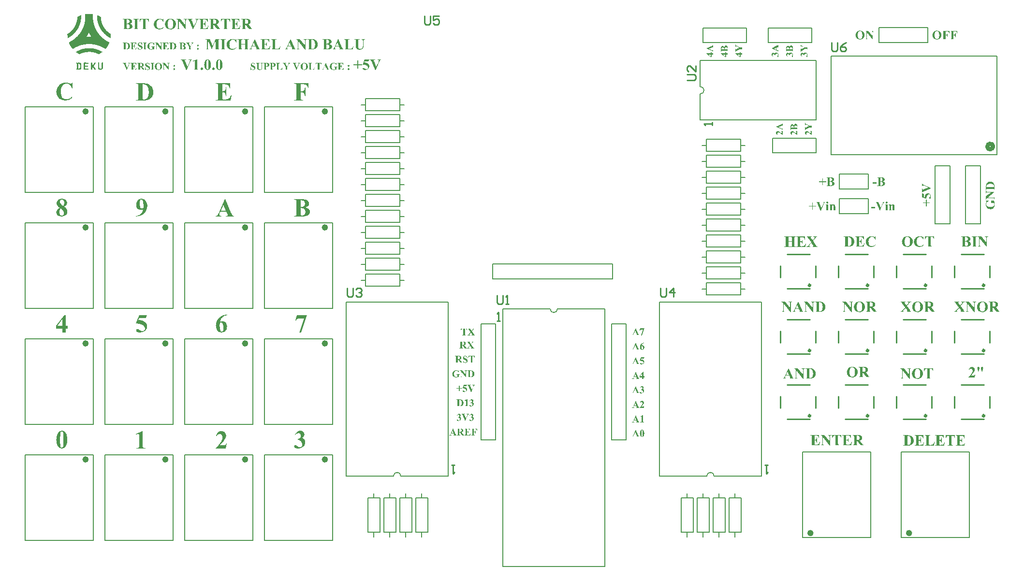
<source format=gbr>
%TF.GenerationSoftware,Altium Limited,Altium Designer,21.4.1 (30)*%
G04 Layer_Color=65535*
%FSLAX45Y45*%
%MOMM*%
%TF.SameCoordinates,DE4E361F-B2E7-428B-8DBD-4CB4FFEE74F0*%
%TF.FilePolarity,Positive*%
%TF.FileFunction,Legend,Top*%
%TF.Part,Single*%
G01*
G75*
%TA.AperFunction,NonConductor*%
%ADD30C,0.20000*%
%ADD31C,0.50000*%
%ADD32C,0.80000*%
%ADD33C,0.25400*%
G36*
X14321822Y22025066D02*
X14319850Y22024979D01*
X14319250Y22025237D01*
X14318993Y22025493D01*
X14318649Y22026694D01*
X14318822Y22027893D01*
X14318993Y22047948D01*
X14319421Y22048376D01*
X14320535Y22048462D01*
X14329706Y22048376D01*
X14330305Y22048976D01*
X14330476Y22050175D01*
X14330305Y22050691D01*
X14330392Y22126196D01*
X14330135Y22126797D01*
X14329877Y22127054D01*
X14328677Y22127226D01*
X14327992Y22127054D01*
X14319421Y22127226D01*
X14318993Y22127483D01*
X14318822Y22128168D01*
X14318736Y22149338D01*
X14318993Y22149937D01*
X14319592Y22150539D01*
X14324393Y22150366D01*
X14327135Y22150539D01*
X14327649Y22150366D01*
X14369730Y22150452D01*
X14371786Y22150281D01*
X14372816Y22150108D01*
X14376758Y22149937D01*
X14377701Y22149338D01*
X14378044Y22148994D01*
X14379414Y22148653D01*
X14380615Y22148824D01*
X14381902Y22148566D01*
X14382758Y22148222D01*
X14384900Y22147281D01*
X14386357Y22147025D01*
X14387044Y22146852D01*
X14387900Y22146509D01*
X14390385Y22145224D01*
X14392014Y22144624D01*
X14392615Y22144366D01*
X14394241Y22143253D01*
X14394414Y22142909D01*
X14394672Y22142653D01*
X14395871Y22141966D01*
X14396300Y22141537D01*
X14396471Y22141196D01*
X14396899Y22140596D01*
X14398785Y22139568D01*
X14399042Y22139310D01*
X14399213Y22138966D01*
X14399985Y22137511D01*
X14400327Y22137338D01*
X14401270Y22136568D01*
X14401785Y22135712D01*
X14402641Y22134853D01*
X14402985Y22133997D01*
X14403670Y22132796D01*
X14404355Y22132111D01*
X14404698Y22130911D01*
X14404871Y22130225D01*
X14405641Y22129283D01*
X14406070Y22128854D01*
X14406241Y22128168D01*
X14406412Y22126111D01*
X14407613Y22124911D01*
X14407784Y22124226D01*
X14407613Y22123026D01*
X14407870Y22121912D01*
X14408041Y22121056D01*
X14408385Y22119682D01*
X14408556Y22117969D01*
X14408812Y22117712D01*
X14409328Y22116513D01*
X14409499Y22113255D01*
X14409669Y22112741D01*
X14409584Y22110770D01*
X14409669Y22069032D01*
X14409499Y22068860D01*
X14409669Y22068346D01*
X14409584Y22063289D01*
X14409669Y22063033D01*
X14409499Y22062518D01*
X14409328Y22059261D01*
X14409155Y22058405D01*
X14408470Y22056860D01*
X14408298Y22055663D01*
X14408127Y22054976D01*
X14407954Y22053777D01*
X14407784Y22051891D01*
X14406927Y22050691D01*
X14406755Y22050005D01*
X14406584Y22048291D01*
X14406412Y22047777D01*
X14405984Y22046663D01*
X14405042Y22045720D01*
X14404698Y22044521D01*
X14404527Y22043663D01*
X14403757Y22042720D01*
X14403326Y22042291D01*
X14402985Y22041434D01*
X14402470Y22040578D01*
X14401442Y22039549D01*
X14400928Y22038692D01*
X14400499Y22038263D01*
X14400156Y22038092D01*
X14399727Y22037663D01*
X14398869Y22036121D01*
X14398442Y22035692D01*
X14398099Y22035521D01*
X14396899Y22034834D01*
X14396300Y22034235D01*
X14395871Y22033464D01*
X14395528Y22033292D01*
X14394328Y22032436D01*
X14393642Y22031750D01*
X14393300Y22031578D01*
X14391071Y22030550D01*
X14389957Y22030121D01*
X14388243Y22029092D01*
X14387129Y22028664D01*
X14386015Y22028407D01*
X14384985Y22028236D01*
X14383615Y22027722D01*
X14381815Y22026950D01*
X14381129Y22026779D01*
X14378215Y22026607D01*
X14376672Y22025578D01*
X14375987Y22025407D01*
X14371188Y22025237D01*
X14370673Y22025066D01*
X14321992D01*
X14321822D01*
D02*
G37*
G36*
X14452008Y22035606D02*
X14452179Y22036292D01*
X14452008Y22038007D01*
X14451665Y22038863D01*
X14451579Y22039291D01*
X14451752Y22039978D01*
X14452008Y22040749D01*
X14452179Y22041434D01*
X14452008Y22042976D01*
X14451665Y22043834D01*
X14451579Y22044263D01*
X14452008Y22045720D01*
X14452179Y22046405D01*
X14452008Y22047948D01*
X14451665Y22048805D01*
X14451836Y22050005D01*
X14452179Y22050862D01*
X14452008Y22052748D01*
X14451494Y22053947D01*
X14451665Y22054976D01*
X14452008Y22055833D01*
X14452179Y22056519D01*
X14452008Y22058061D01*
X14451665Y22058919D01*
X14451836Y22060118D01*
X14452008Y22060632D01*
X14452179Y22061317D01*
X14452008Y22062862D01*
X14451665Y22063718D01*
X14451836Y22064919D01*
X14452179Y22065775D01*
X14452008Y22067319D01*
X14451494Y22068517D01*
X14451665Y22069547D01*
X14452179Y22070746D01*
X14452008Y22072630D01*
X14451494Y22073831D01*
X14451665Y22074516D01*
X14452179Y22075717D01*
X14452008Y22077431D01*
X14451665Y22078288D01*
X14451836Y22079659D01*
X14452008Y22080173D01*
X14452179Y22080859D01*
X14452008Y22082402D01*
X14451665Y22083260D01*
X14451836Y22084630D01*
X14452008Y22085144D01*
X14452179Y22086343D01*
X14452008Y22087373D01*
X14451665Y22088229D01*
X14451836Y22089430D01*
X14452008Y22089944D01*
X14452179Y22090630D01*
X14452008Y22092172D01*
X14451494Y22093372D01*
X14451665Y22094400D01*
X14452008Y22095258D01*
X14452179Y22096457D01*
X14451923Y22097572D01*
X14451665Y22098514D01*
X14451836Y22099544D01*
X14452008Y22100056D01*
X14452179Y22101257D01*
X14451923Y22102371D01*
X14451665Y22103142D01*
X14451836Y22104343D01*
X14452008Y22104855D01*
X14452179Y22105542D01*
X14452008Y22106914D01*
X14451494Y22108113D01*
X14451665Y22108971D01*
X14452179Y22110170D01*
X14452008Y22112227D01*
X14451494Y22113428D01*
X14452008Y22114627D01*
X14452179Y22115826D01*
X14451923Y22117113D01*
X14451665Y22117883D01*
X14451836Y22119255D01*
X14452008Y22119769D01*
X14452179Y22120454D01*
X14452008Y22121999D01*
X14451665Y22122855D01*
X14451836Y22124226D01*
X14452008Y22124741D01*
X14452179Y22125426D01*
X14452008Y22126968D01*
X14451665Y22127826D01*
X14451836Y22129025D01*
X14452179Y22129883D01*
X14452008Y22131767D01*
X14451494Y22132968D01*
X14451665Y22133826D01*
X14452008Y22134682D01*
X14452179Y22135883D01*
X14451923Y22136996D01*
X14451665Y22137939D01*
X14451836Y22139139D01*
X14452008Y22139653D01*
X14452179Y22140338D01*
X14452008Y22141710D01*
X14451494Y22142567D01*
X14451665Y22143423D01*
X14452008Y22144281D01*
X14451836Y22145480D01*
X14451494Y22146338D01*
X14452008Y22147539D01*
X14452094Y22148138D01*
X14452008Y22149596D01*
X14452608Y22150366D01*
X14453809Y22150539D01*
X14455008Y22150366D01*
X14459036Y22150452D01*
X14530171Y22150281D01*
X14530771Y22149852D01*
X14531029Y22149596D01*
X14531200Y22148909D01*
X14531029Y22148222D01*
X14530856Y22127654D01*
X14530600Y22127397D01*
X14529913Y22127226D01*
X14528200Y22127054D01*
X14476347Y22127139D01*
X14475748Y22126883D01*
X14475491Y22126627D01*
X14475320Y22125940D01*
X14475491Y22122684D01*
X14475404Y22100143D01*
X14475835Y22099544D01*
X14476605Y22099286D01*
X14478835Y22099457D01*
X14527856Y22099286D01*
X14528629Y22098686D01*
X14528799Y22098000D01*
X14528458Y22096629D01*
X14528629Y22094400D01*
X14528714Y22091058D01*
X14528543Y22082487D01*
X14528458Y22081715D01*
X14528629Y22081203D01*
X14528714Y22077002D01*
X14528029Y22076317D01*
X14527344Y22076144D01*
X14479776Y22076059D01*
X14476091Y22076144D01*
X14475491Y22075717D01*
X14475320Y22075031D01*
X14475491Y22071774D01*
X14475404Y22049234D01*
X14475664Y22048634D01*
X14476434Y22048376D01*
X14531371Y22048462D01*
X14532401Y22048291D01*
X14532915Y22047777D01*
X14533086Y22046234D01*
X14532915Y22045720D01*
X14533000Y22025922D01*
X14532571Y22025322D01*
X14531799Y22025066D01*
X14453551Y22024979D01*
X14452693Y22025150D01*
X14452179Y22025665D01*
X14452008Y22026865D01*
X14451836Y22028578D01*
X14451494Y22029436D01*
X14451836Y22030293D01*
X14452179Y22031664D01*
X14452008Y22033035D01*
X14451665Y22033891D01*
X14451836Y22035265D01*
X14452008Y22035435D01*
Y22035606D01*
D02*
G37*
G36*
X14575768Y22058061D02*
X14575938Y22149767D01*
X14576367Y22150195D01*
X14577567Y22150366D01*
X14579709Y22150452D01*
X14582024Y22150366D01*
X14582365Y22150539D01*
X14582880Y22150366D01*
X14583308Y22150452D01*
X14583910Y22150366D01*
X14584081Y22150539D01*
X14584595Y22150366D01*
X14588794Y22150452D01*
X14590936Y22150366D01*
X14591280Y22150539D01*
X14591621Y22150366D01*
X14592136Y22150539D01*
X14598993Y22150366D01*
X14600107Y22149767D01*
X14600278Y22149081D01*
X14600107Y22146338D01*
X14600192Y22144025D01*
X14600107Y22142053D01*
X14600278Y22141537D01*
X14600107Y22139310D01*
X14600278Y22100056D01*
X14600877Y22099457D01*
X14604050Y22099371D01*
X14604649Y22099628D01*
X14605078Y22100056D01*
X14605763Y22101257D01*
X14606448Y22101942D01*
X14606792Y22102800D01*
X14607306Y22103658D01*
X14607993Y22104343D01*
X14608163Y22104684D01*
X14609019Y22106229D01*
X14609706Y22106914D01*
X14610049Y22108286D01*
X14610220Y22108627D01*
X14610992Y22109399D01*
X14611336Y22109570D01*
X14611592Y22109828D01*
X14612277Y22111028D01*
X14612962Y22111713D01*
X14613306Y22112914D01*
X14613477Y22113599D01*
X14614677Y22115141D01*
X14615192Y22116341D01*
X14615363Y22116684D01*
X14615962Y22117284D01*
X14616306Y22117455D01*
X14617334Y22119511D01*
X14617590Y22119769D01*
X14617763Y22120113D01*
X14618105Y22120454D01*
X14618791Y22121655D01*
X14619649Y22122511D01*
X14619991Y22123369D01*
X14620161Y22123712D01*
X14620934Y22124655D01*
X14622218Y22126797D01*
X14622476Y22127054D01*
X14622733Y22127139D01*
X14622905Y22127483D01*
X14623933Y22129369D01*
X14624619Y22130054D01*
X14624962Y22130911D01*
X14625476Y22131767D01*
X14625732Y22132025D01*
X14626076Y22132198D01*
X14626505Y22132968D01*
X14626933Y22134082D01*
X14627190Y22134338D01*
X14627277Y22134596D01*
X14627618Y22134769D01*
X14628047Y22135539D01*
X14628304Y22136482D01*
X14628732Y22137082D01*
X14629675Y22137682D01*
X14629932Y22138454D01*
X14630104Y22139824D01*
X14630531Y22140253D01*
X14630875Y22140424D01*
X14631303Y22140852D01*
X14631647Y22141710D01*
X14631818Y22142053D01*
X14632590Y22142996D01*
X14632848Y22143253D01*
X14633789Y22145052D01*
X14634132Y22145224D01*
X14634903Y22146509D01*
X14635075Y22146852D01*
X14635846Y22147795D01*
X14636874Y22149852D01*
X14637218Y22150195D01*
X14637903Y22150366D01*
X14640559Y22150452D01*
X14663528Y22150281D01*
X14664130Y22150023D01*
X14664386Y22149767D01*
X14664215Y22148566D01*
X14663187Y22147539D01*
X14662929Y22146594D01*
X14662502Y22145995D01*
X14661644Y22145139D01*
X14660616Y22143253D01*
X14659930Y22142567D01*
X14659502Y22141454D01*
X14659071Y22140852D01*
X14658215Y22139996D01*
X14657872Y22139139D01*
X14657358Y22138281D01*
X14656844Y22137769D01*
X14656500Y22136568D01*
X14655988Y22135712D01*
X14655730Y22135452D01*
X14654874Y22134940D01*
X14654616Y22134167D01*
X14654359Y22132883D01*
X14653246Y22131767D01*
X14652815Y22130653D01*
X14652559Y22130397D01*
X14652386Y22130054D01*
X14651701Y22129369D01*
X14651360Y22128511D01*
X14650845Y22127654D01*
X14650587Y22127397D01*
X14650246Y22127226D01*
X14649988Y22126968D01*
X14649644Y22126111D01*
X14649130Y22125253D01*
X14648616Y22124741D01*
X14648445Y22124397D01*
X14647588Y22122855D01*
X14646732Y22121999D01*
X14646388Y22121141D01*
X14646217Y22120798D01*
X14645445Y22119855D01*
X14644675Y22118398D01*
X14643645Y22117371D01*
X14643130Y22116170D01*
X14642616Y22115314D01*
X14641931Y22114627D01*
X14641417Y22112570D01*
X14640218Y22111369D01*
X14639789Y22110255D01*
X14639360Y22109656D01*
X14638675Y22108971D01*
X14637646Y22107085D01*
X14636789Y22106229D01*
X14636446Y22105371D01*
X14636275Y22105028D01*
X14635075Y22103828D01*
X14634903Y22103142D01*
X14634218Y22101942D01*
X14633704Y22101428D01*
X14632675Y22099544D01*
X14631990Y22098857D01*
X14630962Y22096973D01*
X14630447Y22096457D01*
X14629848Y22094829D01*
X14629333Y22094315D01*
X14628990Y22094144D01*
X14628391Y22093542D01*
X14628133Y22091914D01*
X14627789Y22091402D01*
X14627448Y22091229D01*
X14627019Y22090800D01*
X14626163Y22089258D01*
X14625647Y22088744D01*
X14625819Y22087888D01*
X14626334Y22087373D01*
X14626505Y22086687D01*
X14626419Y22085573D01*
X14626590Y22084888D01*
X14627448Y22083516D01*
X14628218Y22082745D01*
X14628647Y22081630D01*
X14629076Y22081030D01*
X14629761Y22080345D01*
X14630618Y22078802D01*
X14631133Y22078288D01*
X14631303Y22077945D01*
X14632161Y22076402D01*
X14633189Y22075374D01*
X14633533Y22074516D01*
X14634045Y22073660D01*
X14634732Y22072974D01*
X14634903Y22072289D01*
X14635419Y22071431D01*
X14636275Y22070573D01*
X14637132Y22069032D01*
X14637646Y22068517D01*
X14637817Y22068175D01*
X14638675Y22066632D01*
X14639104Y22066032D01*
X14639445Y22065862D01*
X14639874Y22065089D01*
X14640559Y22063889D01*
X14641246Y22063203D01*
X14641673Y22062090D01*
X14642104Y22061490D01*
X14642960Y22060632D01*
X14643645Y22059433D01*
X14643988Y22059090D01*
X14644160Y22058746D01*
X14644502Y22058405D01*
X14644846Y22057547D01*
X14645531Y22056348D01*
X14645874Y22056177D01*
X14646045Y22055833D01*
X14647073Y22053947D01*
X14647675Y22053519D01*
X14648102Y22052576D01*
X14648445Y22051720D01*
X14649644Y22050519D01*
X14649988Y22049661D01*
X14650758Y22048718D01*
X14651016Y22048462D01*
X14651360Y22047604D01*
X14651872Y22046748D01*
X14652902Y22045720D01*
X14653416Y22044348D01*
X14654443Y22043320D01*
X14654874Y22042206D01*
X14655301Y22041606D01*
X14656158Y22040749D01*
X14657014Y22039206D01*
X14657701Y22038519D01*
X14658044Y22037663D01*
X14658559Y22036806D01*
X14659587Y22035777D01*
X14660445Y22034235D01*
X14660786Y22033891D01*
X14660957Y22033549D01*
X14661986Y22031664D01*
X14662244Y22031407D01*
X14662502Y22031322D01*
X14662672Y22030978D01*
X14663699Y22029092D01*
X14664215Y22028578D01*
X14664900Y22027379D01*
X14665929Y22026350D01*
X14665758Y22025493D01*
X14665500Y22025237D01*
X14664301Y22025066D01*
X14638589Y22025237D01*
X14638161Y22025665D01*
X14637817Y22026521D01*
X14637218Y22027293D01*
X14636874Y22027464D01*
X14636618Y22027722D01*
X14635590Y22029607D01*
X14635075Y22030121D01*
X14634732Y22030978D01*
X14634561Y22031322D01*
X14633789Y22032265D01*
X14633360Y22032693D01*
X14632504Y22034235D01*
X14631818Y22034921D01*
X14631474Y22035777D01*
X14630962Y22036635D01*
X14630104Y22037492D01*
X14629761Y22038348D01*
X14629590Y22038692D01*
X14628818Y22039635D01*
X14628561Y22039893D01*
X14628047Y22041092D01*
X14627875Y22041434D01*
X14626675Y22042635D01*
X14625819Y22044177D01*
X14625476Y22044521D01*
X14625305Y22044862D01*
X14624277Y22046748D01*
X14623676Y22047177D01*
X14622562Y22049149D01*
X14622047Y22049661D01*
X14621877Y22050005D01*
X14621019Y22051547D01*
X14620332Y22052232D01*
X14619476Y22053777D01*
X14618791Y22054462D01*
X14617590Y22056689D01*
X14617078Y22057204D01*
X14616048Y22059090D01*
X14615192Y22059947D01*
X14614763Y22061061D01*
X14613647Y22062175D01*
X14613306Y22063033D01*
X14612791Y22063889D01*
X14612106Y22064575D01*
X14611592Y22065775D01*
X14611420Y22066118D01*
X14610220Y22067319D01*
X14609792Y22068433D01*
X14608936Y22069460D01*
X14608678Y22069717D01*
X14608249Y22070831D01*
X14607820Y22071431D01*
X14607562Y22071687D01*
X14607220Y22071860D01*
X14606792Y22072630D01*
X14606107Y22073831D01*
X14605421Y22074516D01*
X14604649Y22075974D01*
X14603964Y22076144D01*
X14600706Y22075974D01*
X14600278Y22075545D01*
X14600107Y22074860D01*
X14600192Y22033292D01*
X14600107Y22027379D01*
X14600278Y22026865D01*
X14600107Y22025836D01*
X14599678Y22025407D01*
X14598479Y22025066D01*
X14576709Y22025237D01*
X14575938Y22025836D01*
X14575768Y22026521D01*
X14575851Y22029521D01*
X14575768Y22057890D01*
Y22058061D01*
D02*
G37*
G36*
X14698840Y22069203D02*
X14698412Y22070317D01*
X14698325Y22070746D01*
X14698840Y22071947D01*
X14698668Y22072803D01*
X14698325Y22073660D01*
X14698840Y22074860D01*
X14698668Y22076231D01*
X14698325Y22077087D01*
X14698497Y22077602D01*
X14698840Y22078459D01*
X14698668Y22079659D01*
X14698325Y22080002D01*
X14698497Y22080859D01*
X14698840Y22081715D01*
X14698668Y22082916D01*
X14698325Y22083772D01*
X14698840Y22084973D01*
X14698668Y22086172D01*
X14698325Y22087030D01*
X14698840Y22088229D01*
X14698668Y22089430D01*
X14698325Y22090286D01*
X14698840Y22091486D01*
X14698668Y22092686D01*
X14698325Y22093542D01*
X14698497Y22094058D01*
X14698840Y22094914D01*
X14698668Y22096115D01*
X14698325Y22096973D01*
X14698497Y22097314D01*
X14698840Y22098170D01*
X14698668Y22099371D01*
X14698325Y22100227D01*
X14698840Y22101428D01*
X14698668Y22102628D01*
X14698325Y22103485D01*
X14698840Y22104684D01*
X14698668Y22105885D01*
X14698325Y22106741D01*
X14698840Y22107942D01*
X14698668Y22109312D01*
X14698325Y22109656D01*
X14698497Y22110513D01*
X14698840Y22111369D01*
X14698668Y22112570D01*
X14698325Y22113428D01*
X14698840Y22114627D01*
X14698668Y22115826D01*
X14698325Y22116170D01*
X14698497Y22117198D01*
X14698840Y22118056D01*
X14698668Y22119084D01*
X14698325Y22119942D01*
X14698840Y22121141D01*
X14698668Y22122340D01*
X14698325Y22123198D01*
X14698840Y22124397D01*
X14698668Y22125769D01*
X14698325Y22126627D01*
X14698840Y22127826D01*
X14698668Y22128854D01*
X14698325Y22129710D01*
X14698840Y22130911D01*
X14699011Y22131425D01*
X14698840Y22131940D01*
X14698668Y22132281D01*
X14698325Y22133139D01*
X14698497Y22133482D01*
X14698840Y22134338D01*
X14698668Y22135539D01*
X14698325Y22135883D01*
X14698154Y22136395D01*
X14698840Y22137425D01*
X14698668Y22138966D01*
X14698325Y22139824D01*
X14698840Y22141023D01*
X14698668Y22142224D01*
X14698325Y22143082D01*
X14698840Y22144281D01*
X14698668Y22145480D01*
X14698497Y22145995D01*
X14698668Y22147025D01*
X14698840Y22147539D01*
X14698668Y22148566D01*
X14698325Y22149423D01*
X14698497Y22149937D01*
X14698753Y22150195D01*
X14699954Y22150539D01*
X14701668Y22150366D01*
X14704926Y22150539D01*
X14706125Y22150366D01*
X14709895Y22150539D01*
X14710410Y22150366D01*
X14721123Y22150452D01*
X14721980Y22150108D01*
X14722324Y22148909D01*
X14722153Y22146167D01*
X14722237Y22070317D01*
X14722153Y22067831D01*
X14722324Y22067319D01*
X14722580Y22065689D01*
X14722752Y22065002D01*
X14722836Y22063203D01*
X14722665Y22062689D01*
X14723096Y22061575D01*
X14723352Y22061317D01*
X14723694Y22059947D01*
X14723952Y22058318D01*
X14724294Y22057462D01*
X14725237Y22055663D01*
X14725407Y22054462D01*
X14725751Y22053606D01*
X14726523Y22052663D01*
X14726952Y22052232D01*
X14727122Y22051891D01*
X14727380Y22051633D01*
X14727722Y22051462D01*
X14729608Y22049576D01*
X14729951Y22049405D01*
X14730208Y22049149D01*
X14730379Y22048805D01*
X14730637Y22048547D01*
X14731494Y22048206D01*
X14732693Y22047520D01*
X14733035Y22047177D01*
X14733379Y22047005D01*
X14733893Y22046834D01*
X14734579Y22046663D01*
X14736293Y22046490D01*
X14738864Y22045291D01*
X14739549Y22045120D01*
X14748634Y22045291D01*
X14751205Y22046490D01*
X14751892Y22046663D01*
X14753348Y22046919D01*
X14754205Y22047263D01*
X14754805Y22047691D01*
X14756348Y22048376D01*
X14757549Y22049062D01*
X14759518Y22051033D01*
X14759862Y22051891D01*
X14760033Y22052232D01*
X14760461Y22052834D01*
X14760805Y22053004D01*
X14761063Y22053262D01*
X14761404Y22054118D01*
X14761575Y22054805D01*
X14762006Y22055919D01*
X14762605Y22056519D01*
X14763120Y22057718D01*
X14763290Y22058405D01*
X14763461Y22061147D01*
X14763805Y22061490D01*
X14764146Y22062689D01*
X14764319Y22063889D01*
X14764577Y22065002D01*
X14764748Y22066547D01*
X14764833Y22067661D01*
X14764662Y22068175D01*
X14764748Y22145224D01*
X14764662Y22149596D01*
X14765262Y22150366D01*
X14766461Y22150539D01*
X14766975Y22150366D01*
X14769804Y22150452D01*
X14786002Y22150366D01*
X14786517Y22150539D01*
X14787888Y22150195D01*
X14788316Y22149767D01*
X14788660Y22148566D01*
X14788573Y22141795D01*
X14788660Y22073831D01*
X14788487Y22073317D01*
X14788660Y22066460D01*
X14788487Y22065945D01*
X14788231Y22064490D01*
X14787973Y22062175D01*
X14787802Y22057547D01*
X14787631Y22057033D01*
X14786945Y22054633D01*
X14786774Y22053947D01*
X14786174Y22051118D01*
X14785660Y22049748D01*
X14784717Y22047604D01*
X14784460Y22045976D01*
X14783601Y22044948D01*
X14782487Y22042976D01*
X14781802Y22042291D01*
X14781461Y22041092D01*
X14781288Y22040405D01*
X14780518Y22039462D01*
X14780260Y22039206D01*
X14780089Y22038863D01*
X14779317Y22038092D01*
X14778975Y22037921D01*
X14778546Y22037492D01*
X14778032Y22036292D01*
X14777859Y22035950D01*
X14777260Y22035178D01*
X14776917Y22035007D01*
X14776318Y22034407D01*
X14776146Y22034064D01*
X14775719Y22033635D01*
X14774860Y22033292D01*
X14773660Y22032607D01*
X14773232Y22032007D01*
X14772890Y22031664D01*
X14772804Y22031407D01*
X14772461Y22031236D01*
X14771774Y22030550D01*
X14770575Y22030035D01*
X14770232Y22029865D01*
X14768861Y22028493D01*
X14766975Y22028320D01*
X14766203Y22027550D01*
X14766032Y22027206D01*
X14765262Y22026950D01*
X14764577Y22026779D01*
X14763376Y22026607D01*
X14761490Y22025751D01*
X14760632Y22025407D01*
X14759518Y22025150D01*
X14756776Y22024979D01*
X14756091Y22024808D01*
X14754291Y22023865D01*
X14753091Y22023692D01*
X14746663Y22023436D01*
X14740063Y22023351D01*
X14739549Y22023521D01*
X14733122Y22023779D01*
X14731750Y22024294D01*
X14730293Y22024893D01*
X14729608Y22025066D01*
X14726437Y22025322D01*
X14725751Y22025493D01*
X14724466Y22026265D01*
X14723096Y22026607D01*
X14721980Y22027036D01*
X14721210Y22027808D01*
X14720866Y22027979D01*
X14720009Y22028320D01*
X14719066Y22028578D01*
X14718810Y22028836D01*
X14718552Y22028922D01*
X14718381Y22029263D01*
X14717952Y22029694D01*
X14717265Y22029865D01*
X14715895Y22030035D01*
X14714952Y22030807D01*
X14713838Y22031921D01*
X14713495Y22032092D01*
X14713239Y22032350D01*
X14713068Y22032693D01*
X14707582Y22038177D01*
X14706725Y22039720D01*
X14705696Y22040405D01*
X14705353Y22041263D01*
X14705096Y22042206D01*
X14704153Y22043147D01*
X14703896Y22044263D01*
X14703725Y22045120D01*
X14703125Y22046063D01*
X14702438Y22046748D01*
X14702097Y22047948D01*
X14701668Y22049062D01*
X14700725Y22051205D01*
X14700554Y22052919D01*
X14700381Y22054976D01*
X14699696Y22056177D01*
X14699184Y22057376D01*
X14699011Y22060461D01*
X14698840Y22060976D01*
X14699011Y22062518D01*
X14698840Y22063033D01*
X14698924Y22065689D01*
X14698497Y22067146D01*
X14698668Y22068002D01*
X14698840Y22068517D01*
Y22069032D01*
Y22069203D01*
D02*
G37*
G36*
X14556070Y23004849D02*
X14558298Y23004678D01*
X14563783Y23004849D01*
X14564297Y23004678D01*
X14565411Y23004422D01*
X14566525Y23003993D01*
X14567982Y23003906D01*
X14570641Y23003993D01*
X14571153Y23003822D01*
X14573724Y23003650D01*
X14574240Y23003479D01*
X14578783Y23003394D01*
X14579210Y23003479D01*
X14579726Y23003307D01*
X14581953Y23003136D01*
X14584866Y23002965D01*
X14586411Y23002280D01*
X14588982Y23002451D01*
X14590181Y23001936D01*
X14590866Y23001765D01*
X14594295Y23001593D01*
X14594809Y23001422D01*
X14598238Y23001250D01*
X14599437Y23000735D01*
X14600636Y23000565D01*
X14601579Y23000308D01*
X14602264Y23000136D01*
X14605179Y22999965D01*
X14607236Y22999792D01*
X14607922Y22999622D01*
X14608865Y22999194D01*
X14610922Y22999022D01*
X14612036Y22997908D01*
X14612378Y22997050D01*
X14612207Y22994138D01*
X14611864Y22993280D01*
X14611693Y22992593D01*
X14611607Y22990965D01*
X14611693Y22987453D01*
X14611520Y22986938D01*
X14611349Y22985223D01*
X14611436Y22981709D01*
X14611264Y22980853D01*
X14610835Y22980254D01*
X14610493Y22979395D01*
X14611349Y22978197D01*
X14611179Y22976996D01*
X14610493Y22976311D01*
X14610323Y22975626D01*
X14610579Y22974510D01*
X14610664Y22970996D01*
X14610493Y22970482D01*
X14610323Y22969283D01*
X14610493Y22968768D01*
X14610664Y22967567D01*
X14610493Y22966025D01*
X14610150Y22965169D01*
X14609979Y22964655D01*
X14610150Y22964140D01*
X14610493Y22963283D01*
X14610323Y22962254D01*
X14609979Y22961397D01*
X14610150Y22951112D01*
X14610493Y22950256D01*
X14610323Y22949055D01*
X14610150Y22948541D01*
X14609979Y22947856D01*
X14610323Y22946484D01*
X14610664Y22945285D01*
X14610493Y22937914D01*
X14610664Y22937399D01*
X14610493Y22930885D01*
X14610664Y22930373D01*
X14611008Y22929172D01*
X14611349Y22927802D01*
X14611520Y22920430D01*
X14611693Y22919916D01*
X14611607Y22915546D01*
X14611778Y22913145D01*
X14612122Y22911430D01*
X14612292Y22908517D01*
X14613065Y22906717D01*
X14612978Y22902689D01*
X14613235Y22900375D01*
X14613406Y22897975D01*
X14613750Y22897118D01*
X14613921Y22896432D01*
X14613750Y22892490D01*
X14614607Y22890605D01*
X14614778Y22887691D01*
X14614951Y22887177D01*
X14615121Y22884776D01*
X14615807Y22883234D01*
X14615550Y22882120D01*
X14615378Y22881264D01*
X14615292Y22881006D01*
X14615807Y22880148D01*
X14616150Y22879807D01*
X14616321Y22879120D01*
X14616235Y22877492D01*
X14616406Y22876636D01*
X14616664Y22875693D01*
X14616492Y22873978D01*
X14616920Y22872864D01*
X14617178Y22872092D01*
X14617349Y22870378D01*
X14617693Y22870035D01*
X14617863Y22869350D01*
X14618034Y22867635D01*
X14618292Y22865665D01*
X14618636Y22864807D01*
X14618721Y22863350D01*
X14618549Y22862836D01*
X14618721Y22862151D01*
X14619406Y22861465D01*
X14619579Y22860779D01*
X14619749Y22857864D01*
X14619920Y22857352D01*
X14620349Y22856236D01*
X14620520Y22854179D01*
X14621292Y22852724D01*
X14621120Y22850838D01*
X14621463Y22849980D01*
X14621806Y22848608D01*
X14622063Y22846980D01*
X14622235Y22846123D01*
X14622406Y22845438D01*
X14623006Y22843980D01*
X14623177Y22842781D01*
X14623434Y22841667D01*
X14623605Y22840981D01*
X14623863Y22840038D01*
X14624120Y22838924D01*
X14624548Y22837466D01*
X14624892Y22836096D01*
X14625063Y22833182D01*
X14625920Y22831982D01*
X14626263Y22830782D01*
X14626434Y22829582D01*
X14626949Y22827869D01*
X14627119Y22825983D01*
X14627805Y22824440D01*
X14627977Y22823753D01*
X14628148Y22822556D01*
X14628577Y22821440D01*
X14629262Y22820412D01*
X14629691Y22818954D01*
X14629861Y22815698D01*
X14630721Y22814156D01*
X14631062Y22813298D01*
X14631235Y22812613D01*
X14631577Y22810384D01*
X14632605Y22808670D01*
X14632948Y22807298D01*
X14633119Y22806099D01*
X14633548Y22804985D01*
X14633977Y22804385D01*
X14634489Y22803185D01*
X14634747Y22801385D01*
X14634920Y22800700D01*
X14635262Y22799843D01*
X14636034Y22798557D01*
X14636375Y22796500D01*
X14636633Y22795386D01*
X14637233Y22794443D01*
X14637576Y22794099D01*
X14637747Y22793414D01*
X14638005Y22791272D01*
X14638261Y22790672D01*
X14638947Y22789644D01*
X14639290Y22788445D01*
X14639461Y22787758D01*
X14639633Y22786729D01*
X14640233Y22785957D01*
X14640575Y22785786D01*
X14640833Y22785530D01*
X14641003Y22784843D01*
X14641174Y22782957D01*
X14641861Y22781760D01*
X14642548Y22780730D01*
X14642719Y22780045D01*
X14642889Y22778329D01*
X14643233Y22777473D01*
X14643404Y22777130D01*
X14644775Y22774217D01*
X14644946Y22773874D01*
X14645804Y22772675D01*
X14646318Y22769588D01*
X14647089Y22768646D01*
X14647517Y22768217D01*
X14647861Y22767360D01*
X14648119Y22765903D01*
X14648375Y22765303D01*
X14648889Y22764789D01*
X14649060Y22764445D01*
X14649232Y22763931D01*
X14649574Y22761189D01*
X14649918Y22760847D01*
X14650089Y22760504D01*
X14650346Y22760246D01*
X14650603Y22760161D01*
X14650775Y22759818D01*
X14651117Y22758961D01*
X14651289Y22758275D01*
X14651633Y22757417D01*
X14652316Y22756390D01*
X14652660Y22755533D01*
X14653088Y22754419D01*
X14654202Y22752277D01*
X14654546Y22751419D01*
X14655231Y22750220D01*
X14655745Y22749019D01*
X14655917Y22748334D01*
X14656174Y22747391D01*
X14656773Y22746448D01*
X14657460Y22745763D01*
X14657716Y22744135D01*
X14658318Y22743192D01*
X14658574Y22742934D01*
X14658830Y22742848D01*
X14659174Y22741991D01*
X14659344Y22741306D01*
X14659517Y22739763D01*
X14660287Y22738820D01*
X14660716Y22738393D01*
X14661060Y22737019D01*
X14661316Y22736078D01*
X14661830Y22735564D01*
X14662088Y22735478D01*
X14662259Y22735135D01*
X14662602Y22734277D01*
X14662859Y22733163D01*
X14663287Y22732564D01*
X14664145Y22731706D01*
X14664316Y22731021D01*
X14664659Y22729478D01*
X14665688Y22728450D01*
X14666202Y22726393D01*
X14666631Y22725793D01*
X14666972Y22725623D01*
X14667230Y22725365D01*
X14667830Y22723737D01*
X14668344Y22723222D01*
X14668687Y22723050D01*
X14668944Y22722794D01*
X14669115Y22722108D01*
X14669373Y22720822D01*
X14669801Y22720222D01*
X14670230Y22719794D01*
X14670486Y22719708D01*
X14670657Y22719365D01*
X14671515Y22717822D01*
X14672031Y22716621D01*
X14672458Y22715508D01*
X14673058Y22714565D01*
X14673744Y22713879D01*
X14673915Y22713538D01*
X14674258Y22712680D01*
X14674515Y22711566D01*
X14674773Y22711308D01*
X14674944Y22710966D01*
X14675458Y22710452D01*
X14675800Y22709595D01*
X14675972Y22709251D01*
X14676401Y22708652D01*
X14676743Y22708479D01*
X14677000Y22708223D01*
X14679742Y22702910D01*
X14680429Y22702225D01*
X14681458Y22700339D01*
X14681972Y22699825D01*
X14682828Y22698282D01*
X14683514Y22697597D01*
X14683685Y22697253D01*
X14684029Y22696910D01*
X14684200Y22695711D01*
X14684370Y22694853D01*
X14685571Y22693652D01*
X14686000Y22692538D01*
X14687114Y22691425D01*
X14687543Y22690311D01*
X14687971Y22689711D01*
X14688486Y22689197D01*
X14688657Y22688853D01*
X14689513Y22687311D01*
X14689771Y22687054D01*
X14690112Y22686884D01*
X14690370Y22686626D01*
X14690714Y22685768D01*
X14691228Y22684911D01*
X14691742Y22684396D01*
X14691913Y22684055D01*
X14692941Y22682169D01*
X14693456Y22681654D01*
X14693626Y22681313D01*
X14694484Y22680112D01*
X14695000Y22679597D01*
X14695341Y22678741D01*
X14695770Y22677626D01*
X14696114Y22677284D01*
X14696455Y22677112D01*
X14696884Y22676855D01*
X14697227Y22675998D01*
X14697398Y22675311D01*
X14698427Y22674284D01*
X14699284Y22672742D01*
X14700311Y22671713D01*
X14700827Y22670341D01*
X14702711Y22668456D01*
X14702882Y22668114D01*
X14703398Y22667599D01*
X14704427Y22665714D01*
X14705112Y22665028D01*
X14705969Y22663486D01*
X14706654Y22662799D01*
X14707426Y22661342D01*
X14707768Y22661171D01*
X14708711Y22660400D01*
X14709396Y22659200D01*
X14710254Y22658344D01*
X14710941Y22657143D01*
X14711453Y22656628D01*
X14711626Y22656287D01*
X14713168Y22654742D01*
X14713341Y22654401D01*
X14714368Y22652515D01*
X14715054Y22651830D01*
X14715739Y22650629D01*
X14716512Y22649686D01*
X14717197Y22649001D01*
X14717538Y22648830D01*
X14718140Y22648230D01*
X14718652Y22646858D01*
X14719254Y22646259D01*
X14719595Y22646088D01*
X14720026Y22645830D01*
X14720197Y22645486D01*
X14721053Y22644287D01*
X14721739Y22643600D01*
X14722166Y22642487D01*
X14722597Y22641887D01*
X14723196Y22641460D01*
X14723796Y22640858D01*
X14723967Y22640517D01*
X14724654Y22639830D01*
X14724825Y22639487D01*
X14725510Y22638287D01*
X14726538Y22637602D01*
X14727737Y22636060D01*
X14728680Y22634773D01*
X14729024Y22634602D01*
X14729367Y22634261D01*
X14729709Y22634088D01*
X14729967Y22633830D01*
X14730396Y22632716D01*
X14730823Y22632117D01*
X14732195Y22630745D01*
X14732280Y22630489D01*
X14732623Y22630318D01*
X14734595Y22628346D01*
X14734766Y22627660D01*
X14735365Y22626717D01*
X14736223Y22626202D01*
X14736823Y22625603D01*
X14736993Y22625259D01*
X14737424Y22624832D01*
X14737766Y22624660D01*
X14738538Y22623889D01*
X14738708Y22623375D01*
X14742393Y22619690D01*
X14742651Y22619604D01*
X14742822Y22619261D01*
X14743166Y22618918D01*
X14743336Y22618575D01*
X14743765Y22618147D01*
X14744109Y22617975D01*
X14745650Y22616434D01*
X14745993Y22616261D01*
X14746422Y22615833D01*
X14746765Y22614633D01*
X14746936Y22614290D01*
X14747707Y22613519D01*
X14748050Y22613347D01*
X14748479Y22612920D01*
X14748650Y22612576D01*
X14749249Y22611977D01*
X14749593Y22611806D01*
X14750021Y22611205D01*
X14750964Y22610262D01*
X14751308Y22610091D01*
X14751907Y22609489D01*
X14752078Y22609148D01*
X14752335Y22608891D01*
X14752678Y22608719D01*
X14753278Y22608119D01*
X14753450Y22607776D01*
X14755936Y22605292D01*
X14756277Y22605119D01*
X14757135Y22603920D01*
X14757478Y22603748D01*
X14760564Y22600664D01*
X14761763Y22600150D01*
X14762106Y22599977D01*
X14762877Y22599207D01*
X14763049Y22598863D01*
X14763306Y22598605D01*
X14763649Y22598434D01*
X14763992Y22598093D01*
X14764334Y22597920D01*
X14765192Y22596892D01*
X14766306Y22595778D01*
X14766391Y22595520D01*
X14766734Y22595349D01*
X14769820Y22592264D01*
X14770677Y22591750D01*
X14771104Y22591321D01*
X14771277Y22590977D01*
X14771877Y22590378D01*
X14772218Y22590207D01*
X14772990Y22589435D01*
X14773161Y22589093D01*
X14773590Y22588664D01*
X14774789Y22587978D01*
X14775905Y22586864D01*
X14776505Y22585579D01*
X14778391Y22584550D01*
X14780618Y22582323D01*
X14780962Y22582150D01*
X14781818Y22580951D01*
X14782161Y22580779D01*
X14783961Y22579836D01*
X14784132Y22579494D01*
X14784390Y22579237D01*
X14784732Y22579065D01*
X14785846Y22578294D01*
X14786018Y22577951D01*
X14786789Y22577180D01*
X14788332Y22576323D01*
X14789616Y22575037D01*
X14789789Y22574693D01*
X14790218Y22574265D01*
X14791417Y22573750D01*
X14791760Y22573579D01*
X14792360Y22573151D01*
X14792532Y22572809D01*
X14794502Y22570837D01*
X14795360Y22570496D01*
X14796217Y22569980D01*
X14798445Y22567752D01*
X14798788Y22567580D01*
X14800246Y22566809D01*
X14800417Y22566466D01*
X14801360Y22565524D01*
X14801701Y22565352D01*
X14802902Y22564153D01*
X14804445Y22563295D01*
X14805130Y22562610D01*
X14805473Y22562437D01*
X14806244Y22561667D01*
X14806416Y22561324D01*
X14806673Y22561067D01*
X14807787Y22560638D01*
X14808473Y22560295D01*
X14808644Y22559953D01*
X14809244Y22559354D01*
X14811130Y22558324D01*
X14811987Y22557468D01*
X14812331Y22557297D01*
X14812758Y22556696D01*
X14813358Y22556096D01*
X14814471Y22555667D01*
X14815073Y22555238D01*
X14815500Y22554810D01*
X14815585Y22554553D01*
X14815929Y22554382D01*
X14816786Y22554039D01*
X14817644Y22553525D01*
X14819872Y22551297D01*
X14820213Y22551125D01*
X14821758Y22550269D01*
X14822784Y22549240D01*
X14824329Y22548383D01*
X14824670Y22548039D01*
X14825014Y22547868D01*
X14826471Y22547096D01*
X14826642Y22546754D01*
X14827071Y22546326D01*
X14828271Y22545811D01*
X14828613Y22545641D01*
X14829469Y22544783D01*
X14829813Y22544612D01*
X14831699Y22543584D01*
X14832385Y22542897D01*
X14834613Y22541698D01*
X14835127Y22541183D01*
X14836670Y22540326D01*
X14836926Y22540070D01*
X14837013Y22539812D01*
X14837355Y22539639D01*
X14839241Y22538612D01*
X14839928Y22537926D01*
X14841469Y22537070D01*
X14841727Y22536812D01*
X14841812Y22536555D01*
X14842155Y22536385D01*
X14844040Y22535355D01*
X14844212Y22535011D01*
X14844556Y22534840D01*
X14846440Y22533984D01*
X14846783Y22533813D01*
X14849696Y22532269D01*
X14850125Y22531670D01*
X14850554Y22531241D01*
X14852440Y22530212D01*
X14852782Y22529871D01*
X14854668Y22528842D01*
X14855011Y22528326D01*
X14855354Y22528156D01*
X14856210Y22527814D01*
X14857582Y22527641D01*
X14858182Y22527042D01*
X14858353Y22526698D01*
X14858781Y22526270D01*
X14860410Y22525670D01*
X14861353Y22524728D01*
X14862210Y22524385D01*
X14863753Y22523528D01*
X14865295Y22522842D01*
X14866153Y22522328D01*
X14866409Y22522070D01*
X14866582Y22521729D01*
X14867010Y22521300D01*
X14868210Y22521127D01*
X14869238Y22520956D01*
X14869666Y22520528D01*
X14869838Y22520184D01*
X14870267Y22519757D01*
X14871809Y22518900D01*
X14872324Y22518385D01*
X14873695Y22518044D01*
X14874551Y22517871D01*
X14875494Y22517101D01*
X14875923Y22516672D01*
X14877122Y22516328D01*
X14877808Y22516158D01*
X14878751Y22515385D01*
X14879179Y22514957D01*
X14880037Y22514615D01*
X14881665Y22514015D01*
X14882693Y22513329D01*
X14882951Y22513072D01*
X14883807Y22512729D01*
X14884921Y22512300D01*
X14885950Y22511615D01*
X14888779Y22510329D01*
X14896492Y22506558D01*
X14897179Y22506387D01*
X14898378Y22505701D01*
X14899319Y22504758D01*
X14899492Y22504414D01*
X14899663Y22503902D01*
X14899492Y22502530D01*
X14898807Y22501331D01*
X14898463Y22500987D01*
X14898122Y22499615D01*
X14897949Y22498589D01*
X14897092Y22497388D01*
X14896577Y22496873D01*
X14896236Y22495674D01*
X14896065Y22493617D01*
X14895293Y22492674D01*
X14894864Y22491560D01*
X14894608Y22490445D01*
X14894350Y22489845D01*
X14893494Y22488989D01*
X14893150Y22488132D01*
X14892978Y22486932D01*
X14892807Y22485902D01*
X14892464Y22485561D01*
X14892293Y22485217D01*
X14891608Y22484532D01*
X14891350Y22483589D01*
X14891177Y22482903D01*
X14890665Y22481532D01*
X14889207Y22478876D01*
X14888779Y22477760D01*
X14888179Y22476305D01*
X14888007Y22475618D01*
X14887492Y22474762D01*
X14886636Y22473904D01*
X14886465Y22472705D01*
X14886208Y22471762D01*
X14885779Y22471162D01*
X14885094Y22470476D01*
X14884750Y22469620D01*
X14884579Y22468933D01*
X14883894Y22467734D01*
X14883379Y22467220D01*
X14883122Y22466106D01*
X14882951Y22465421D01*
X14882693Y22464819D01*
X14881837Y22463963D01*
X14881494Y22463104D01*
X14881236Y22461990D01*
X14880722Y22461307D01*
X14880380Y22461134D01*
X14879951Y22460191D01*
X14879694Y22458907D01*
X14879437Y22458649D01*
X14879350Y22458392D01*
X14879008Y22458220D01*
X14878580Y22457793D01*
X14878407Y22457449D01*
X14878065Y22456592D01*
X14877637Y22455478D01*
X14876352Y22452992D01*
X14875752Y22452222D01*
X14875409Y22452049D01*
X14875153Y22451791D01*
X14874123Y22449907D01*
X14873608Y22449393D01*
X14873438Y22448708D01*
X14873180Y22447594D01*
X14872923Y22446992D01*
X14872580Y22446651D01*
X14872409Y22446307D01*
X14871895Y22445793D01*
X14871381Y22444592D01*
X14870695Y22443393D01*
X14869409Y22440907D01*
X14869067Y22440736D01*
X14868639Y22440308D01*
X14868295Y22439452D01*
X14867781Y22438594D01*
X14866924Y22437737D01*
X14866495Y22436623D01*
X14866153Y22436108D01*
X14865810Y22435938D01*
X14865210Y22435336D01*
X14864781Y22434222D01*
X14864352Y22433623D01*
X14863667Y22432938D01*
X14863324Y22431566D01*
X14862724Y22430966D01*
X14862383Y22430795D01*
X14861954Y22430367D01*
X14861525Y22429253D01*
X14860667Y22428223D01*
X14860410Y22427966D01*
X14860239Y22427281D01*
X14859895Y22426424D01*
X14859296Y22425824D01*
X14858952Y22425652D01*
X14858696Y22425395D01*
X14858182Y22424194D01*
X14858009Y22423853D01*
X14857326Y22423167D01*
X14857153Y22422824D01*
X14856296Y22421281D01*
X14855696Y22420853D01*
X14855267Y22420424D01*
X14854755Y22419054D01*
X14853897Y22418196D01*
X14853554Y22417339D01*
X14852869Y22416139D01*
X14852611Y22415881D01*
X14852267Y22415710D01*
X14851840Y22415282D01*
X14851668Y22414938D01*
X14850639Y22413052D01*
X14850040Y22412454D01*
X14849696Y22412282D01*
X14848753Y22411339D01*
X14848582Y22410654D01*
X14847726Y22409454D01*
X14845670Y22407397D01*
X14844640Y22405511D01*
X14842241Y22403111D01*
X14841812Y22401997D01*
X14841298Y22401312D01*
X14840955Y22401140D01*
X14838985Y22399168D01*
X14838298Y22397969D01*
X14837270Y22397284D01*
X14836414Y22395741D01*
X14835384Y22394713D01*
X14835213Y22394370D01*
X14834613Y22393770D01*
X14834357Y22393684D01*
X14834184Y22393341D01*
X14833327Y22391798D01*
X14831786Y22390256D01*
X14831613Y22389912D01*
X14831355Y22389656D01*
X14831013Y22389485D01*
X14830156Y22388969D01*
X14829469Y22388799D01*
X14828613Y22389142D01*
X14826985Y22389742D01*
X14826215Y22390514D01*
X14825014Y22391026D01*
X14824670Y22391199D01*
X14823900Y22391969D01*
X14823727Y22392313D01*
X14821671Y22393341D01*
X14821071Y22393941D01*
X14819530Y22394798D01*
X14818672Y22395654D01*
X14817815Y22395998D01*
X14816615Y22396684D01*
X14815929Y22397369D01*
X14815073Y22397713D01*
X14814729Y22397884D01*
X14814301Y22398141D01*
X14814130Y22398483D01*
X14813528Y22399083D01*
X14812672Y22399426D01*
X14812331Y22399599D01*
X14811729Y22400026D01*
X14811644Y22400282D01*
X14811301Y22400455D01*
X14810445Y22400798D01*
X14809244Y22400969D01*
X14808900Y22401312D01*
X14808559Y22401483D01*
X14807874Y22402168D01*
X14807016Y22402512D01*
X14806158Y22403026D01*
X14805902Y22403284D01*
X14805730Y22403625D01*
X14805302Y22404054D01*
X14804616Y22404227D01*
X14803416Y22404398D01*
X14802644Y22404997D01*
X14802473Y22405341D01*
X14802216Y22405597D01*
X14801360Y22405940D01*
X14800159Y22406625D01*
X14799474Y22407310D01*
X14797845Y22407912D01*
X14795187Y22409367D01*
X14794846Y22409540D01*
X14793817Y22410568D01*
X14792616Y22410912D01*
X14791589Y22411082D01*
X14790990Y22411682D01*
X14790817Y22412025D01*
X14790559Y22412282D01*
X14789445Y22412711D01*
X14788846Y22413139D01*
X14788161Y22413824D01*
X14787303Y22414168D01*
X14785675Y22414767D01*
X14784047Y22415710D01*
X14783189Y22416225D01*
X14782761Y22416653D01*
X14782590Y22416995D01*
X14782333Y22417253D01*
X14781647Y22417426D01*
X14780104Y22417596D01*
X14779504Y22418196D01*
X14779333Y22418539D01*
X14779076Y22418796D01*
X14777705Y22419139D01*
X14776675Y22419310D01*
X14776419Y22419566D01*
X14776247Y22419910D01*
X14775647Y22420509D01*
X14774962Y22420682D01*
X14773590Y22420853D01*
X14773161Y22421111D01*
X14772990Y22421452D01*
X14772391Y22422224D01*
X14771706Y22422395D01*
X14770334Y22422568D01*
X14769734Y22423167D01*
X14769562Y22423511D01*
X14769305Y22423767D01*
X14768105Y22424110D01*
X14766905Y22424281D01*
X14766306Y22424881D01*
X14766135Y22425224D01*
X14765192Y22425652D01*
X14763220Y22426080D01*
X14760393Y22427538D01*
X14759448Y22427795D01*
X14758078Y22428651D01*
X14757135Y22428909D01*
X14755936Y22429594D01*
X14754907Y22430280D01*
X14754221Y22430452D01*
X14752422Y22430708D01*
X14751820Y22431137D01*
X14750964Y22431995D01*
X14749765Y22432336D01*
X14748222Y22432509D01*
X14747879Y22432852D01*
X14747536Y22433023D01*
X14745993Y22433708D01*
X14745052Y22433966D01*
X14744794Y22434222D01*
X14744450Y22434393D01*
X14744022Y22434995D01*
X14742908Y22435423D01*
X14740851Y22435594D01*
X14738623Y22436794D01*
X14736052Y22438165D01*
X14735194Y22438509D01*
X14734509Y22438680D01*
X14732623Y22438850D01*
X14731252Y22440222D01*
X14729881Y22440565D01*
X14728424Y22440822D01*
X14727396Y22441508D01*
X14726453Y22441936D01*
X14725253Y22442108D01*
X14723624Y22442365D01*
X14722253Y22443222D01*
X14720110Y22443993D01*
X14719168Y22444765D01*
X14718739Y22445193D01*
X14715739Y22445622D01*
X14715138Y22445879D01*
X14714111Y22446564D01*
X14713254Y22446907D01*
X14711540Y22447079D01*
X14710683Y22447421D01*
X14710339Y22447594D01*
X14708453Y22448450D01*
X14707768Y22448621D01*
X14706140Y22448878D01*
X14705540Y22449135D01*
X14704340Y22449992D01*
X14703140Y22450163D01*
X14702455Y22450336D01*
X14700998Y22450594D01*
X14700140Y22450935D01*
X14697998Y22451878D01*
X14696541Y22452135D01*
X14695856Y22452307D01*
X14693713Y22453421D01*
X14691313Y22453764D01*
X14689171Y22454021D01*
X14688571Y22454279D01*
X14686685Y22455135D01*
X14686000Y22455305D01*
X14684543Y22455563D01*
X14683685Y22455907D01*
X14682401Y22456677D01*
X14680173Y22456850D01*
X14678287Y22457021D01*
X14676743Y22457877D01*
X14675543Y22458392D01*
X14673915Y22458649D01*
X14673058Y22458820D01*
X14672202Y22459163D01*
X14671259Y22459592D01*
X14669373Y22459763D01*
X14668515Y22460106D01*
X14666801Y22460277D01*
X14666287Y22460449D01*
X14663716Y22461649D01*
X14663029Y22461819D01*
X14659946Y22461990D01*
X14658231Y22463020D01*
X14656773Y22462933D01*
X14656088Y22463104D01*
X14655318Y22463364D01*
X14654202Y22463620D01*
X14651202Y22463876D01*
X14650690Y22464391D01*
X14649832Y22464734D01*
X14649146Y22464905D01*
X14646918Y22465077D01*
X14645204Y22465248D01*
X14643318Y22466106D01*
X14641518Y22466362D01*
X14640575Y22466620D01*
X14637833Y22466791D01*
X14637318Y22466962D01*
X14634920Y22467134D01*
X14633890Y22467819D01*
X14631662Y22467992D01*
X14630804Y22468333D01*
X14627548Y22468504D01*
X14627034Y22468677D01*
X14624977Y22468848D01*
X14623949Y22469533D01*
X14622749Y22469705D01*
X14622235Y22469533D01*
X14621548Y22469362D01*
X14620178Y22469533D01*
X14619321Y22469876D01*
X14618636Y22470049D01*
X14615721Y22470219D01*
X14615207Y22470390D01*
X14612463Y22470219D01*
X14611778Y22470390D01*
X14610579Y22471075D01*
X14608522Y22471248D01*
X14607664Y22471590D01*
X14606979Y22471762D01*
X14603551Y22471590D01*
X14603036Y22471762D01*
X14601837Y22471933D01*
X14598923Y22472105D01*
X14597380Y22472791D01*
X14593439Y22472961D01*
X14592923Y22473132D01*
X14592238Y22473305D01*
X14587524Y22473219D01*
X14586153Y22473563D01*
X14584525Y22473647D01*
X14584010Y22473476D01*
X14583496Y22473647D01*
X14581181Y22473563D01*
X14580496Y22473734D01*
X14579382Y22474333D01*
X14578610Y22474419D01*
X14576811Y22474333D01*
X14576468Y22474504D01*
X14575954Y22474333D01*
X14574754Y22474162D01*
X14573212Y22474847D01*
X14572525Y22475018D01*
X14568755Y22474847D01*
X14564297Y22475018D01*
X14563783Y22474847D01*
X14562070Y22475018D01*
X14561385Y22475191D01*
X14559669Y22475018D01*
X14556413Y22475191D01*
X14544585Y22475362D01*
X14543385Y22475876D01*
X14542186Y22476047D01*
X14539615Y22475876D01*
X14538072Y22475191D01*
X14534558Y22475276D01*
X14531300Y22475104D01*
X14529158Y22475018D01*
X14528644Y22475191D01*
X14526501Y22474933D01*
X14525388Y22474847D01*
X14524873Y22475018D01*
X14520158Y22474933D01*
X14515274Y22475018D01*
X14514760Y22474847D01*
X14513817Y22474590D01*
X14512360Y22474162D01*
X14510817Y22474333D01*
X14510303Y22474504D01*
X14505418Y22474248D01*
X14504819Y22473990D01*
X14503961Y22473647D01*
X14503275Y22473476D01*
X14501561Y22473647D01*
X14497961Y22473476D01*
X14497447Y22473305D01*
X14492819Y22473132D01*
X14492305Y22472961D01*
X14491618Y22472791D01*
X14490762Y22472620D01*
X14490248Y22472791D01*
X14488535Y22472620D01*
X14488191Y22472276D01*
X14486990Y22471762D01*
X14484677Y22472018D01*
X14484419Y22472105D01*
X14483907Y22471933D01*
X14482964Y22471677D01*
X14480992Y22471590D01*
X14480478Y22471762D01*
X14478592Y22471590D01*
X14478249Y22471248D01*
X14477907Y22471075D01*
X14477393Y22470905D01*
X14476450Y22471162D01*
X14475507Y22471248D01*
X14474821Y22470563D01*
X14474478Y22470390D01*
X14473964Y22470219D01*
X14471222Y22470390D01*
X14470708Y22470219D01*
X14469507Y22470049D01*
X14466765Y22469876D01*
X14465907Y22469533D01*
X14464708Y22469362D01*
X14463165Y22469533D01*
X14462651Y22469362D01*
X14461964Y22469191D01*
X14460423Y22468504D01*
X14459737Y22468333D01*
X14456651Y22468163D01*
X14455795Y22467819D01*
X14455109Y22467648D01*
X14453738Y22467477D01*
X14452879Y22467134D01*
X14450481Y22466962D01*
X14449966Y22466791D01*
X14447310Y22466534D01*
X14446367Y22466277D01*
X14445938Y22466191D01*
X14444310Y22466277D01*
X14442940Y22465421D01*
X14441566Y22465077D01*
X14438654Y22464905D01*
X14436938Y22463876D01*
X14436253Y22463705D01*
X14434969Y22463620D01*
X14434196Y22463705D01*
X14433682Y22463535D01*
X14432483Y22463364D01*
X14431284Y22462848D01*
X14429826Y22462933D01*
X14428969Y22462592D01*
X14428712Y22462334D01*
X14427855Y22461990D01*
X14426656Y22461819D01*
X14425969Y22461649D01*
X14424770Y22461307D01*
X14422713Y22461134D01*
X14422369Y22460793D01*
X14421512Y22460449D01*
X14420398Y22460191D01*
X14419028Y22459850D01*
X14418170Y22459677D01*
X14416284Y22459506D01*
X14414827Y22458736D01*
X14414142Y22458563D01*
X14412599Y22458392D01*
X14411742Y22458049D01*
X14410542Y22457877D01*
X14409512Y22457706D01*
X14408656Y22457191D01*
X14407971Y22457021D01*
X14406085Y22456850D01*
X14404884Y22456163D01*
X14403685Y22455649D01*
X14403000Y22455478D01*
X14399657Y22455222D01*
X14398801Y22454878D01*
X14397514Y22454106D01*
X14395457Y22453592D01*
X14393744Y22453078D01*
X14392114Y22453165D01*
X14391515Y22452734D01*
X14390829Y22452049D01*
X14390144Y22451878D01*
X14388344Y22451964D01*
X14387659Y22451791D01*
X14386630Y22450935D01*
X14386372Y22450677D01*
X14386031Y22450507D01*
X14385173Y22450163D01*
X14384145Y22449992D01*
X14383289Y22449478D01*
X14382088Y22448964D01*
X14381403Y22448793D01*
X14380202Y22448621D01*
X14378574Y22448021D01*
X14378317Y22447765D01*
X14377116Y22447250D01*
X14376431Y22447079D01*
X14375230Y22446907D01*
X14374117Y22446651D01*
X14371976Y22445535D01*
X14369746Y22445193D01*
X14367519Y22444165D01*
X14366318Y22443822D01*
X14365118Y22443649D01*
X14364432Y22443478D01*
X14363490Y22442708D01*
X14362891Y22442108D01*
X14361775Y22441850D01*
X14361090Y22441679D01*
X14359033Y22441508D01*
X14358775Y22441251D01*
X14358434Y22441080D01*
X14357919Y22440565D01*
X14357233Y22440395D01*
X14356119Y22439964D01*
X14354832Y22439194D01*
X14353633Y22439021D01*
X14352948Y22438850D01*
X14351147Y22438422D01*
X14350720Y22437994D01*
X14350377Y22437822D01*
X14350034Y22437480D01*
X14349178Y22437137D01*
X14348235Y22436880D01*
X14347377Y22436537D01*
X14345920Y22435765D01*
X14344720Y22435594D01*
X14343777Y22435336D01*
X14343092Y22434651D01*
X14342920Y22434308D01*
X14341806Y22433881D01*
X14340092Y22433708D01*
X14336491Y22431824D01*
X14334264Y22430795D01*
X14332036Y22429594D01*
X14330836Y22429080D01*
X14329379Y22428822D01*
X14328780Y22428566D01*
X14327750Y22427538D01*
X14327065Y22427367D01*
X14325522Y22427023D01*
X14324323Y22425824D01*
X14323637Y22425652D01*
X14321751Y22425481D01*
X14320808Y22424710D01*
X14320209Y22424110D01*
X14318408Y22423682D01*
X14317809Y22423251D01*
X14317123Y22422568D01*
X14316010Y22422310D01*
X14315323Y22422137D01*
X14313866Y22421024D01*
X14313010Y22420682D01*
X14312323Y22420509D01*
X14311124Y22419824D01*
X14310780Y22419481D01*
X14309924Y22419139D01*
X14309238Y22418967D01*
X14308124Y22418539D01*
X14307353Y22417767D01*
X14306496Y22417426D01*
X14305380Y22416824D01*
X14305209Y22416483D01*
X14304610Y22415881D01*
X14302725Y22415710D01*
X14302126Y22415282D01*
X14301953Y22414938D01*
X14301353Y22414339D01*
X14299809Y22413483D01*
X14298953Y22412968D01*
X14297325Y22412367D01*
X14296297Y22411511D01*
X14296039Y22411253D01*
X14295181Y22410912D01*
X14294498Y22410741D01*
X14293555Y22410481D01*
X14293297Y22410225D01*
X14293040Y22410139D01*
X14292868Y22409798D01*
X14292612Y22409540D01*
X14290897Y22408855D01*
X14289697Y22407654D01*
X14287984Y22407483D01*
X14287212Y22406883D01*
X14287041Y22406540D01*
X14286440Y22405940D01*
X14285326Y22405511D01*
X14284299Y22404654D01*
X14282327Y22403540D01*
X14281984Y22403026D01*
X14281126Y22402682D01*
X14279755Y22402512D01*
X14278984Y22401912D01*
X14278813Y22401569D01*
X14278214Y22400969D01*
X14277098Y22400540D01*
X14276842Y22400282D01*
X14276498Y22400111D01*
X14275813Y22399426D01*
X14274870Y22399168D01*
X14274271Y22398741D01*
X14273242Y22397713D01*
X14272128Y22397284D01*
X14270328Y22396341D01*
X14269214Y22395912D01*
X14268956Y22395654D01*
X14268614Y22395483D01*
X14267928Y22394798D01*
X14266042Y22393770D01*
X14265186Y22392912D01*
X14264328Y22392570D01*
X14263470Y22392056D01*
X14262785Y22391370D01*
X14260899Y22390343D01*
X14260043Y22389485D01*
X14258842Y22388969D01*
X14257643Y22389142D01*
X14256442Y22389999D01*
X14256015Y22390942D01*
X14255501Y22391798D01*
X14254129Y22393170D01*
X14253958Y22393513D01*
X14253358Y22394113D01*
X14253015Y22394284D01*
X14252586Y22394713D01*
X14252415Y22395055D01*
X14251387Y22396085D01*
X14250359Y22397969D01*
X14249245Y22399083D01*
X14248901Y22399255D01*
X14248129Y22400026D01*
X14247273Y22401569D01*
X14246072Y22402769D01*
X14245901Y22403111D01*
X14244788Y22404227D01*
X14244444Y22404398D01*
X14244188Y22404654D01*
X14244016Y22404997D01*
X14243330Y22406026D01*
X14242645Y22407225D01*
X14242216Y22407654D01*
X14241873Y22407825D01*
X14241444Y22408253D01*
X14240588Y22409798D01*
X14240245Y22410139D01*
X14240074Y22410481D01*
X14238361Y22412196D01*
X14237845Y22413396D01*
X14237674Y22413739D01*
X14236646Y22414767D01*
X14236475Y22415109D01*
X14236131Y22415967D01*
X14235617Y22416824D01*
X14235361Y22417082D01*
X14235017Y22417253D01*
X14233904Y22418367D01*
X14232875Y22420253D01*
X14232103Y22421024D01*
X14231760Y22421194D01*
X14231503Y22421452D01*
X14230989Y22422653D01*
X14230817Y22422995D01*
X14230046Y22423938D01*
X14229446Y22425224D01*
X14228674Y22426166D01*
X14228418Y22426424D01*
X14227560Y22427966D01*
X14226704Y22428822D01*
X14226361Y22429680D01*
X14225674Y22430881D01*
X14224989Y22431566D01*
X14224132Y22433109D01*
X14223447Y22433794D01*
X14223103Y22434651D01*
X14222418Y22435851D01*
X14221561Y22436708D01*
X14220361Y22438937D01*
X14219676Y22440651D01*
X14218906Y22441592D01*
X14218475Y22442023D01*
X14218134Y22442879D01*
X14217532Y22443993D01*
X14217276Y22444080D01*
X14217105Y22444421D01*
X14216762Y22444765D01*
X14216248Y22445622D01*
X14215390Y22446822D01*
X14215134Y22447765D01*
X14214619Y22449135D01*
X14213676Y22450078D01*
X14213335Y22450935D01*
X14213075Y22452049D01*
X14212392Y22453078D01*
X14211961Y22453506D01*
X14211620Y22454364D01*
X14211449Y22454706D01*
X14210847Y22455478D01*
X14210506Y22455649D01*
X14209734Y22456935D01*
X14209563Y22457278D01*
X14208705Y22458476D01*
X14208447Y22459419D01*
X14207935Y22460793D01*
X14206477Y22463448D01*
X14204250Y22467734D01*
X14203735Y22468933D01*
X14203307Y22470049D01*
X14203049Y22470305D01*
X14202876Y22470648D01*
X14202534Y22470990D01*
X14202020Y22472189D01*
X14201849Y22472876D01*
X14200992Y22474419D01*
X14200478Y22475276D01*
X14199878Y22476904D01*
X14199191Y22477933D01*
X14198935Y22478191D01*
X14198592Y22479561D01*
X14198421Y22480933D01*
X14197050Y22482304D01*
X14196878Y22482990D01*
X14196707Y22484703D01*
X14196364Y22485561D01*
X14195335Y22486589D01*
X14194994Y22487788D01*
X14194563Y22488902D01*
X14194307Y22489160D01*
X14193793Y22490359D01*
X14193620Y22491045D01*
X14192937Y22492245D01*
X14192250Y22493274D01*
X14191907Y22494646D01*
X14191736Y22496359D01*
X14190878Y22497559D01*
X14190536Y22497902D01*
X14190193Y22498759D01*
X14189935Y22499873D01*
X14188651Y22502702D01*
X14188480Y22503387D01*
X14188651Y22504414D01*
X14189250Y22505186D01*
X14189594Y22505357D01*
X14190450Y22506215D01*
X14191136Y22506387D01*
X14192764Y22506987D01*
X14193535Y22507414D01*
X14197478Y22509302D01*
X14199020Y22510158D01*
X14200906Y22511015D01*
X14202106Y22511700D01*
X14208105Y22514615D01*
X14208963Y22515129D01*
X14209821Y22515987D01*
X14211020Y22516328D01*
X14211705Y22516499D01*
X14212563Y22517014D01*
X14213075Y22517528D01*
X14214276Y22518044D01*
X14215219Y22518300D01*
X14215819Y22518729D01*
X14216847Y22519414D01*
X14217705Y22519757D01*
X14218475Y22520357D01*
X14218646Y22520700D01*
X14218906Y22520956D01*
X14219591Y22521127D01*
X14221133Y22521471D01*
X14222333Y22522672D01*
X14223190Y22523013D01*
X14224132Y22523785D01*
X14225075Y22524214D01*
X14225761Y22524385D01*
X14226875Y22524812D01*
X14227904Y22525670D01*
X14228162Y22525928D01*
X14229018Y22526270D01*
X14229875Y22526785D01*
X14230560Y22527470D01*
X14230904Y22527641D01*
X14232532Y22528757D01*
X14233389Y22529099D01*
X14234074Y22529269D01*
X14234930Y22529613D01*
X14235532Y22530042D01*
X14236388Y22530899D01*
X14237503Y22531326D01*
X14238788Y22532613D01*
X14239902Y22533041D01*
X14242387Y22534328D01*
X14243501Y22534755D01*
X14244444Y22535698D01*
X14245560Y22536127D01*
X14246503Y22536726D01*
X14246844Y22537241D01*
X14247186Y22537411D01*
X14248730Y22538269D01*
X14249586Y22539127D01*
X14250700Y22539555D01*
X14250958Y22539812D01*
X14251215Y22539899D01*
X14251387Y22540240D01*
X14251814Y22540669D01*
X14252672Y22541013D01*
X14253015Y22541183D01*
X14253958Y22541956D01*
X14254387Y22542383D01*
X14255501Y22542812D01*
X14256529Y22543669D01*
X14256958Y22544096D01*
X14258328Y22544612D01*
X14259357Y22545641D01*
X14260728Y22546153D01*
X14261330Y22546754D01*
X14261501Y22547096D01*
X14261757Y22547354D01*
X14262871Y22547783D01*
X14263814Y22548383D01*
X14264328Y22548897D01*
X14266129Y22549840D01*
X14266299Y22550182D01*
X14266728Y22550610D01*
X14267586Y22550954D01*
X14268700Y22551553D01*
X14268871Y22551897D01*
X14270842Y22553868D01*
X14271700Y22554210D01*
X14272556Y22554726D01*
X14273242Y22555409D01*
X14273586Y22555582D01*
X14274785Y22556267D01*
X14275642Y22557124D01*
X14276328Y22557297D01*
X14277184Y22557809D01*
X14277870Y22558839D01*
X14279413Y22560039D01*
X14279927Y22560553D01*
X14280785Y22560895D01*
X14281641Y22561411D01*
X14282069Y22561838D01*
X14282240Y22562181D01*
X14283356Y22563295D01*
X14283698Y22563467D01*
X14285840Y22564581D01*
X14286012Y22564925D01*
X14286440Y22565352D01*
X14288326Y22566380D01*
X14288583Y22566638D01*
X14288754Y22566982D01*
X14289183Y22567409D01*
X14289526Y22567580D01*
X14290553Y22568610D01*
X14292439Y22569637D01*
X14294067Y22571266D01*
X14294240Y22571609D01*
X14294498Y22571866D01*
X14295354Y22572209D01*
X14296555Y22572894D01*
X14296811Y22573151D01*
X14296982Y22573494D01*
X14297240Y22573750D01*
X14297581Y22573923D01*
X14298782Y22575124D01*
X14299126Y22575294D01*
X14300325Y22576151D01*
X14300752Y22576752D01*
X14301010Y22577008D01*
X14301868Y22577522D01*
X14303067Y22578722D01*
X14303410Y22578894D01*
X14303839Y22579321D01*
X14304010Y22579665D01*
X14304437Y22580264D01*
X14306067Y22580865D01*
X14306924Y22581721D01*
X14307095Y22582065D01*
X14307353Y22582323D01*
X14307695Y22582494D01*
X14308124Y22582922D01*
X14308295Y22583266D01*
X14308723Y22583693D01*
X14309067Y22583865D01*
X14311809Y22586607D01*
X14313351Y22587463D01*
X14313609Y22587721D01*
X14313780Y22588065D01*
X14314552Y22588835D01*
X14314896Y22589008D01*
X14315152Y22589264D01*
X14315323Y22589607D01*
X14316095Y22590378D01*
X14316437Y22590550D01*
X14316866Y22590977D01*
X14317036Y22591321D01*
X14317809Y22592091D01*
X14318666Y22592607D01*
X14321065Y22595006D01*
X14321408Y22595178D01*
X14321837Y22595605D01*
X14322008Y22595949D01*
X14323122Y22597063D01*
X14323465Y22597235D01*
X14323894Y22597835D01*
X14324323Y22598264D01*
X14324664Y22598434D01*
X14325266Y22599036D01*
X14325436Y22599377D01*
X14326036Y22599977D01*
X14327150Y22600406D01*
X14327750Y22600835D01*
X14328008Y22601091D01*
X14328178Y22601434D01*
X14328951Y22602205D01*
X14329292Y22602377D01*
X14330235Y22603320D01*
X14330408Y22603664D01*
X14332635Y22605891D01*
X14332806Y22606235D01*
X14333408Y22606662D01*
X14335294Y22608548D01*
X14335635Y22608719D01*
X14336749Y22609833D01*
X14336922Y22610176D01*
X14338548Y22611806D01*
X14338892Y22611977D01*
X14339235Y22612318D01*
X14339491Y22612405D01*
X14339664Y22612747D01*
X14340005Y22613091D01*
X14340178Y22613432D01*
X14341206Y22614462D01*
X14341377Y22614804D01*
X14342062Y22616003D01*
X14342664Y22616605D01*
X14343005Y22616776D01*
X14343436Y22617204D01*
X14343607Y22617548D01*
X14344206Y22618147D01*
X14344550Y22618318D01*
X14345406Y22619347D01*
X14345749Y22619690D01*
X14346091Y22619861D01*
X14346690Y22620461D01*
X14346863Y22620804D01*
X14347804Y22621745D01*
X14348064Y22621832D01*
X14348235Y22622176D01*
X14349605Y22623546D01*
X14350121Y22624403D01*
X14350720Y22625003D01*
X14351062Y22625175D01*
X14351491Y22625603D01*
X14351662Y22625946D01*
X14352261Y22626546D01*
X14352605Y22626717D01*
X14353033Y22627145D01*
X14353204Y22627489D01*
X14354062Y22628690D01*
X14354576Y22629202D01*
X14354749Y22629546D01*
X14355519Y22630318D01*
X14355862Y22630489D01*
X14356119Y22630745D01*
X14356290Y22631088D01*
X14357661Y22632460D01*
X14358176Y22633659D01*
X14358347Y22634003D01*
X14358948Y22634602D01*
X14359290Y22634773D01*
X14360918Y22636401D01*
X14361604Y22637602D01*
X14362033Y22638029D01*
X14362375Y22638202D01*
X14362975Y22638802D01*
X14363661Y22640002D01*
X14365289Y22641631D01*
X14365633Y22641801D01*
X14365889Y22642059D01*
X14366232Y22643430D01*
X14366405Y22643773D01*
X14367004Y22644373D01*
X14367346Y22644543D01*
X14367603Y22644801D01*
X14368289Y22646001D01*
X14368546Y22646259D01*
X14369403Y22646771D01*
X14369832Y22647716D01*
X14370346Y22648572D01*
X14371632Y22649858D01*
X14371976Y22650029D01*
X14372403Y22650458D01*
X14373431Y22652344D01*
X14374117Y22653029D01*
X14374287Y22653372D01*
X14375060Y22654315D01*
X14375403Y22654657D01*
X14375745Y22654829D01*
X14376003Y22655086D01*
X14376173Y22655429D01*
X14377031Y22656628D01*
X14377374Y22656972D01*
X14377718Y22657828D01*
X14378403Y22659029D01*
X14379088Y22659543D01*
X14379774Y22660742D01*
X14380801Y22661427D01*
X14381145Y22661771D01*
X14381316Y22662457D01*
X14382173Y22663657D01*
X14382516Y22663998D01*
X14382858Y22664856D01*
X14383031Y22665199D01*
X14383801Y22665970D01*
X14384145Y22666142D01*
X14384573Y22666570D01*
X14385258Y22668285D01*
X14385773Y22668799D01*
X14385860Y22669057D01*
X14386201Y22669228D01*
X14387144Y22670171D01*
X14387315Y22670512D01*
X14388173Y22672055D01*
X14388602Y22672484D01*
X14388943Y22672655D01*
X14389372Y22673598D01*
X14389886Y22674455D01*
X14390744Y22675311D01*
X14391000Y22676254D01*
X14391515Y22677112D01*
X14391858Y22677284D01*
X14392458Y22677884D01*
X14393057Y22679512D01*
X14393401Y22680026D01*
X14393744Y22680199D01*
X14394514Y22681654D01*
X14394943Y22682256D01*
X14395287Y22682426D01*
X14395543Y22682683D01*
X14396571Y22684569D01*
X14397086Y22685083D01*
X14397258Y22685426D01*
X14398116Y22686967D01*
X14398630Y22687311D01*
X14399486Y22689024D01*
X14399573Y22689111D01*
X14399915Y22689455D01*
X14400256Y22689626D01*
X14400687Y22690569D01*
X14401028Y22691425D01*
X14401801Y22692197D01*
X14402057Y22692282D01*
X14402571Y22693481D01*
X14403085Y22694339D01*
X14403343Y22694595D01*
X14403600Y22694682D01*
X14403770Y22695026D01*
X14404285Y22696225D01*
X14404543Y22697166D01*
X14405228Y22698196D01*
X14406000Y22699481D01*
X14406171Y22699825D01*
X14407028Y22700681D01*
X14407542Y22701881D01*
X14407713Y22702225D01*
X14408485Y22703168D01*
X14408914Y22703595D01*
X14409171Y22704538D01*
X14409512Y22705396D01*
X14410199Y22706422D01*
X14410970Y22707880D01*
X14412000Y22708910D01*
X14412341Y22709766D01*
X14412856Y22710623D01*
X14413542Y22711308D01*
X14413885Y22712509D01*
X14414142Y22713451D01*
X14414400Y22713708D01*
X14414571Y22714050D01*
X14415083Y22714394D01*
X14415256Y22714737D01*
X14415941Y22716280D01*
X14416370Y22717393D01*
X14416628Y22717651D01*
X14417827Y22719879D01*
X14418085Y22720135D01*
X14418427Y22720308D01*
X14418855Y22721249D01*
X14419199Y22722794D01*
X14420398Y22723993D01*
X14420827Y22725107D01*
X14421255Y22725706D01*
X14421941Y22726393D01*
X14422198Y22727507D01*
X14422369Y22728194D01*
X14423656Y22729993D01*
X14423912Y22731107D01*
X14424255Y22731964D01*
X14425026Y22732735D01*
X14425369Y22733592D01*
X14425626Y22734706D01*
X14425969Y22735564D01*
X14426225Y22735820D01*
X14426312Y22736078D01*
X14426569Y22736163D01*
X14426740Y22736507D01*
X14427255Y22737706D01*
X14427940Y22738905D01*
X14428455Y22739420D01*
X14428625Y22740106D01*
X14428796Y22741135D01*
X14429654Y22742334D01*
X14429997Y22742677D01*
X14430341Y22743533D01*
X14430597Y22744649D01*
X14431197Y22745592D01*
X14431711Y22746104D01*
X14432054Y22747305D01*
X14432225Y22748848D01*
X14432825Y22749619D01*
X14433168Y22749789D01*
X14433597Y22750220D01*
X14433768Y22751419D01*
X14433940Y22752448D01*
X14434540Y22753047D01*
X14434882Y22753220D01*
X14435139Y22753476D01*
X14435481Y22754675D01*
X14435739Y22756133D01*
X14436424Y22757161D01*
X14437196Y22758961D01*
X14437367Y22759303D01*
X14438225Y22760504D01*
X14438568Y22761703D01*
X14438739Y22762903D01*
X14438910Y22763931D01*
X14439339Y22764360D01*
X14439682Y22764532D01*
X14440109Y22764960D01*
X14440453Y22766161D01*
X14440625Y22767532D01*
X14441483Y22768732D01*
X14441824Y22769931D01*
X14442082Y22770874D01*
X14442682Y22771817D01*
X14443196Y22772331D01*
X14443539Y22773187D01*
X14443796Y22774988D01*
X14443967Y22775674D01*
X14444310Y22776530D01*
X14445081Y22778329D01*
X14445253Y22779016D01*
X14446024Y22779959D01*
X14446281Y22780730D01*
X14446452Y22782272D01*
X14447137Y22783301D01*
X14447310Y22783987D01*
X14448511Y22786559D01*
X14448853Y22788959D01*
X14449709Y22790329D01*
X14450052Y22791187D01*
X14450224Y22792900D01*
X14450481Y22793843D01*
X14451080Y22794786D01*
X14451765Y22796329D01*
X14451938Y22798215D01*
X14452109Y22798727D01*
X14452280Y22799071D01*
X14453139Y22800272D01*
X14453395Y22801385D01*
X14453566Y22802757D01*
X14453738Y22803613D01*
X14454337Y22804556D01*
X14454852Y22805756D01*
X14455023Y22806956D01*
X14455280Y22808070D01*
X14455623Y22808926D01*
X14456395Y22810213D01*
X14456737Y22811414D01*
X14456995Y22813383D01*
X14457336Y22814241D01*
X14457594Y22814497D01*
X14457767Y22814841D01*
X14458279Y22816042D01*
X14458450Y22817755D01*
X14458623Y22820155D01*
X14459137Y22820670D01*
X14459308Y22821011D01*
X14459651Y22821355D01*
X14459908Y22822469D01*
X14460080Y22823840D01*
X14460251Y22824525D01*
X14460594Y22825383D01*
X14461023Y22826840D01*
X14461452Y22828641D01*
X14461623Y22829324D01*
X14461794Y22830698D01*
X14461964Y22831554D01*
X14463251Y22834039D01*
X14463422Y22835753D01*
X14463251Y22836267D01*
X14463422Y22837466D01*
X14464279Y22839352D01*
X14464452Y22840038D01*
X14464622Y22841924D01*
X14464964Y22842781D01*
X14465222Y22844409D01*
X14465565Y22845267D01*
X14465822Y22845525D01*
X14465993Y22846210D01*
X14466165Y22848096D01*
X14466508Y22848952D01*
X14466679Y22850153D01*
X14466850Y22850838D01*
X14467023Y22853236D01*
X14468050Y22854951D01*
X14468222Y22855637D01*
X14468393Y22858722D01*
X14468565Y22859236D01*
X14468393Y22861122D01*
X14468736Y22861465D01*
X14468907Y22861807D01*
X14469250Y22862151D01*
X14469421Y22862836D01*
X14469336Y22864122D01*
X14469936Y22866093D01*
X14470107Y22867293D01*
X14470279Y22869693D01*
X14470622Y22870035D01*
X14470793Y22870378D01*
X14470964Y22870892D01*
X14471136Y22872949D01*
X14471478Y22873807D01*
X14471651Y22876892D01*
X14471822Y22877406D01*
X14471992Y22879634D01*
X14472678Y22881177D01*
X14472594Y22883662D01*
X14473193Y22885634D01*
X14473364Y22889919D01*
X14473535Y22890433D01*
X14473793Y22891376D01*
X14474049Y22891634D01*
X14474393Y22892490D01*
X14474220Y22894547D01*
X14474049Y22895061D01*
X14474907Y22897290D01*
X14474821Y22899603D01*
X14474992Y22901662D01*
X14475163Y22906631D01*
X14475336Y22907317D01*
X14475764Y22908774D01*
X14475935Y22911688D01*
X14476106Y22912202D01*
X14476279Y22912888D01*
X14476450Y22914603D01*
X14476620Y22923344D01*
X14476791Y22923859D01*
X14476964Y22929001D01*
X14477307Y22929858D01*
X14477649Y22931915D01*
X14477478Y22932430D01*
X14477563Y22935600D01*
X14477478Y22938771D01*
X14477649Y22939285D01*
X14477478Y22943228D01*
X14478165Y22944769D01*
X14477992Y22945799D01*
X14477478Y22946999D01*
X14477307Y22947685D01*
X14478165Y22949570D01*
X14477992Y22950427D01*
X14477478Y22951627D01*
X14478165Y22953169D01*
X14478078Y22954970D01*
X14478165Y22956598D01*
X14477478Y22958141D01*
X14477992Y22959340D01*
X14477821Y22960883D01*
X14477478Y22961740D01*
X14477649Y22965511D01*
X14477563Y22976396D01*
X14477649Y22977167D01*
X14477478Y22977682D01*
X14476791Y22979224D01*
X14476707Y22980338D01*
X14476791Y22983681D01*
X14476620Y22984195D01*
X14476791Y22985394D01*
X14476535Y22987022D01*
X14476364Y22993195D01*
X14475764Y22994308D01*
X14476021Y22997479D01*
X14476620Y22998422D01*
X14477049Y22998851D01*
X14477393Y22999022D01*
X14478935Y22999709D01*
X14484592Y23000221D01*
X14485791Y23000735D01*
X14488277Y23000650D01*
X14488963Y23000822D01*
X14490421Y23001250D01*
X14491791Y23001593D01*
X14497362Y23001849D01*
X14499075Y23002193D01*
X14499760Y23002365D01*
X14500703Y23002451D01*
X14501218Y23002280D01*
X14502589Y23002451D01*
X14504132Y23003136D01*
X14512703Y23003307D01*
X14513217Y23003479D01*
X14514587Y23003650D01*
X14515103Y23003822D01*
X14516302Y23003993D01*
X14517502Y23003822D01*
X14521703Y23004079D01*
X14523672Y23004678D01*
X14527615Y23004849D01*
X14528130Y23004678D01*
X14532158Y23004936D01*
X14535501Y23005022D01*
X14536015Y23004849D01*
X14537215Y23004678D01*
X14540643Y23004849D01*
X14541158Y23005022D01*
X14554099Y23004936D01*
X14555556Y23005022D01*
X14556070Y23004849D01*
D02*
G37*
G36*
X14685657Y22981538D02*
X14686600Y22980766D01*
X14687714Y22980338D01*
X14690028Y22980081D01*
X14690628Y22979823D01*
X14692342Y22978624D01*
X14693456Y22978368D01*
X14695598Y22977254D01*
X14696284Y22977081D01*
X14697655Y22976910D01*
X14698598Y22976138D01*
X14699197Y22975539D01*
X14699884Y22975368D01*
X14701083Y22975195D01*
X14702197Y22974767D01*
X14702455Y22974510D01*
X14705026Y22973309D01*
X14705370Y22973138D01*
X14706396Y22972453D01*
X14707941Y22971768D01*
X14720796Y22965254D01*
X14721996Y22964053D01*
X14723196Y22963882D01*
X14724138Y22963626D01*
X14724654Y22963283D01*
X14724825Y22962939D01*
X14725253Y22962512D01*
X14726109Y22962169D01*
X14727481Y22961996D01*
X14728081Y22961569D01*
X14728252Y22961226D01*
X14728680Y22960797D01*
X14729538Y22960455D01*
X14729881Y22960283D01*
X14730823Y22959512D01*
X14731081Y22959254D01*
X14731766Y22959084D01*
X14732880Y22958826D01*
X14733823Y22958226D01*
X14734680Y22957368D01*
X14735880Y22957027D01*
X14739137Y22955312D01*
X14740166Y22954285D01*
X14742393Y22953084D01*
X14742908Y22952570D01*
X14744109Y22952055D01*
X14745308Y22951370D01*
X14746851Y22950684D01*
X14747707Y22950169D01*
X14748135Y22949570D01*
X14748737Y22948970D01*
X14749078Y22948799D01*
X14749680Y22948199D01*
X14749850Y22946999D01*
X14750021Y22940828D01*
X14750192Y22940314D01*
X14750536Y22938943D01*
X14750365Y22935686D01*
X14750536Y22935172D01*
X14750365Y22931400D01*
X14750536Y22930202D01*
X14750879Y22929344D01*
X14751221Y22927972D01*
X14751308Y22925658D01*
X14751221Y22923174D01*
X14751393Y22922658D01*
X14751564Y22921973D01*
X14751736Y22919231D01*
X14752078Y22918373D01*
X14751993Y22915887D01*
X14752164Y22915202D01*
X14752934Y22913402D01*
X14752850Y22910403D01*
X14753021Y22909373D01*
X14753194Y22905089D01*
X14753365Y22904404D01*
X14753621Y22903632D01*
X14753793Y22901746D01*
X14754478Y22900719D01*
X14754649Y22897633D01*
X14754820Y22897118D01*
X14755334Y22895404D01*
X14755507Y22894205D01*
X14755678Y22893347D01*
X14756192Y22892146D01*
X14756450Y22887091D01*
X14756621Y22886404D01*
X14756879Y22885634D01*
X14757050Y22884435D01*
X14757220Y22883577D01*
X14757906Y22882034D01*
X14758078Y22880833D01*
X14758763Y22878606D01*
X14758936Y22876720D01*
X14759448Y22875520D01*
X14759621Y22874835D01*
X14759792Y22871750D01*
X14760820Y22870207D01*
X14761336Y22868150D01*
X14761507Y22864893D01*
X14762192Y22863693D01*
X14762706Y22862836D01*
X14762877Y22861636D01*
X14763049Y22860950D01*
X14763220Y22859921D01*
X14764420Y22858037D01*
X14764592Y22855466D01*
X14765106Y22854265D01*
X14765277Y22853065D01*
X14765448Y22852380D01*
X14766048Y22850752D01*
X14766306Y22849809D01*
X14766476Y22849123D01*
Y22848608D01*
X14766563Y22848523D01*
X14767078Y22847153D01*
X14767334Y22846895D01*
X14767505Y22846552D01*
X14767848Y22845695D01*
X14768192Y22843639D01*
X14769048Y22842267D01*
X14769562Y22839352D01*
X14769734Y22838667D01*
X14769905Y22838324D01*
X14770677Y22837383D01*
X14770934Y22837125D01*
X14771277Y22836267D01*
X14771448Y22835582D01*
X14771877Y22834468D01*
X14772649Y22833009D01*
X14772820Y22831812D01*
X14773161Y22830267D01*
X14774019Y22828897D01*
X14774362Y22828040D01*
X14774533Y22826324D01*
X14774789Y22825211D01*
X14775047Y22824954D01*
X14775220Y22824611D01*
X14775905Y22823926D01*
X14776247Y22823068D01*
X14776419Y22822040D01*
X14777106Y22820840D01*
X14777448Y22820499D01*
X14777618Y22819812D01*
X14777789Y22818613D01*
X14777962Y22817755D01*
X14778561Y22817155D01*
X14778905Y22816985D01*
X14779161Y22816727D01*
X14779333Y22816042D01*
X14779504Y22814670D01*
X14780275Y22813727D01*
X14780875Y22813127D01*
X14781218Y22811070D01*
X14781647Y22809956D01*
X14782417Y22809184D01*
X14782761Y22808327D01*
X14783018Y22807213D01*
X14783360Y22806355D01*
X14783961Y22805241D01*
X14784818Y22803699D01*
X14785161Y22803355D01*
X14785846Y22801642D01*
X14786362Y22800443D01*
X14786533Y22800101D01*
X14788589Y22796156D01*
X14789275Y22794615D01*
X14789960Y22793414D01*
X14790646Y22792386D01*
X14790903Y22791443D01*
X14791161Y22790843D01*
X14791933Y22789902D01*
X14792189Y22789644D01*
X14792532Y22788786D01*
X14792789Y22787672D01*
X14793388Y22786729D01*
X14793903Y22786215D01*
X14794244Y22785014D01*
X14794675Y22783900D01*
X14795445Y22783130D01*
X14795789Y22782272D01*
X14796474Y22781073D01*
X14797073Y22780646D01*
X14797331Y22780386D01*
X14798701Y22777815D01*
X14799217Y22776616D01*
X14799474Y22775674D01*
X14800758Y22774388D01*
X14801189Y22773274D01*
X14801616Y22772675D01*
X14802303Y22771988D01*
X14802473Y22770789D01*
X14802644Y22770103D01*
X14802902Y22769675D01*
X14803246Y22769502D01*
X14803845Y22769073D01*
X14804187Y22768217D01*
X14804874Y22767017D01*
X14805386Y22766502D01*
X14805730Y22765646D01*
X14806329Y22764532D01*
X14806673Y22764360D01*
X14807101Y22763931D01*
X14808130Y22762045D01*
X14808644Y22761533D01*
X14808815Y22761189D01*
X14809673Y22759647D01*
X14810358Y22758961D01*
X14811215Y22757417D01*
X14811900Y22756734D01*
X14812929Y22754848D01*
X14813786Y22753990D01*
X14813959Y22753305D01*
X14814815Y22752106D01*
X14815329Y22751590D01*
X14815672Y22750732D01*
X14816100Y22750133D01*
X14816443Y22749962D01*
X14817215Y22749362D01*
X14817386Y22748676D01*
X14817815Y22747562D01*
X14818156Y22747047D01*
X14818500Y22746877D01*
X14820300Y22745078D01*
X14820729Y22743964D01*
X14821587Y22742934D01*
X14821928Y22742763D01*
X14822357Y22742163D01*
X14823727Y22740791D01*
X14823900Y22740106D01*
X14824757Y22738905D01*
X14825272Y22738393D01*
X14825443Y22737706D01*
X14826215Y22736763D01*
X14827071Y22736249D01*
X14827928Y22734879D01*
X14828528Y22734277D01*
X14829556Y22732391D01*
X14829813Y22732135D01*
X14830156Y22731964D01*
X14830412Y22731706D01*
X14830585Y22731364D01*
X14831786Y22730164D01*
X14832127Y22729308D01*
X14832556Y22728706D01*
X14832899Y22728535D01*
X14833670Y22727934D01*
X14834357Y22726736D01*
X14835213Y22726050D01*
X14835384Y22725706D01*
X14837869Y22723222D01*
X14838213Y22723050D01*
X14838470Y22722794D01*
X14838985Y22721593D01*
X14839156Y22721249D01*
X14839755Y22720651D01*
X14840099Y22720479D01*
X14840698Y22719879D01*
X14840869Y22719536D01*
X14844640Y22715765D01*
X14844812Y22715424D01*
X14845755Y22713965D01*
X14846097Y22713794D01*
X14846869Y22713023D01*
X14847040Y22712680D01*
X14847639Y22712080D01*
X14847983Y22711909D01*
X14848582Y22711308D01*
X14848753Y22710966D01*
X14849184Y22710538D01*
X14849525Y22710365D01*
X14850125Y22709766D01*
X14850298Y22709422D01*
X14851068Y22708652D01*
X14851411Y22708479D01*
X14851840Y22708052D01*
X14852011Y22707709D01*
X14852611Y22707109D01*
X14852954Y22706938D01*
X14853381Y22706509D01*
X14854068Y22705309D01*
X14855182Y22704195D01*
X14856639Y22703424D01*
X14857326Y22702225D01*
X14860153Y22699396D01*
X14860497Y22699223D01*
X14861440Y22698453D01*
X14862210Y22697510D01*
X14863153Y22696739D01*
X14863496Y22696396D01*
X14863667Y22696053D01*
X14864095Y22695625D01*
X14865639Y22694768D01*
X14866924Y22693481D01*
X14867094Y22693140D01*
X14867352Y22692882D01*
X14867696Y22692711D01*
X14869923Y22690482D01*
X14870181Y22690398D01*
X14870352Y22690054D01*
X14871123Y22689282D01*
X14871466Y22689111D01*
X14871722Y22688853D01*
X14871895Y22688512D01*
X14872495Y22687910D01*
X14874380Y22686884D01*
X14874809Y22686282D01*
X14875580Y22685510D01*
X14875923Y22685339D01*
X14876180Y22685083D01*
X14876352Y22684740D01*
X14878151Y22682941D01*
X14878494Y22682768D01*
X14880037Y22681912D01*
X14880551Y22681396D01*
X14880894Y22681226D01*
X14881837Y22680283D01*
X14882008Y22679939D01*
X14882437Y22679512D01*
X14884065Y22678912D01*
X14884750Y22678226D01*
X14884836Y22677969D01*
X14885179Y22677798D01*
X14886122Y22677026D01*
X14886465Y22676685D01*
X14886636Y22676341D01*
X14887065Y22675912D01*
X14888606Y22675055D01*
X14889549Y22674284D01*
X14890321Y22673170D01*
X14890665Y22672998D01*
X14891521Y22672655D01*
X14892378Y22672141D01*
X14892807Y22671713D01*
X14892892Y22671455D01*
X14893234Y22671284D01*
X14895120Y22670256D01*
X14895293Y22669913D01*
X14895634Y22669742D01*
X14897520Y22667856D01*
X14898634Y22667427D01*
X14898892Y22667171D01*
X14899236Y22666998D01*
X14900092Y22666142D01*
X14900949Y22665799D01*
X14901892Y22665028D01*
X14902148Y22664771D01*
X14904034Y22663742D01*
X14904378Y22663228D01*
X14904720Y22663057D01*
X14906606Y22662029D01*
X14906947Y22661514D01*
X14908148Y22661000D01*
X14909006Y22660484D01*
X14909262Y22660228D01*
X14909435Y22659885D01*
X14910205Y22659457D01*
X14911319Y22659029D01*
X14912262Y22658086D01*
X14913376Y22657657D01*
X14913976Y22657228D01*
X14914233Y22656972D01*
X14914404Y22656628D01*
X14914662Y22656372D01*
X14916547Y22655344D01*
X14916890Y22655000D01*
X14917233Y22654829D01*
X14918433Y22654143D01*
X14919461Y22653114D01*
X14920319Y22652773D01*
X14921518Y22652086D01*
X14922290Y22651315D01*
X14922632Y22650458D01*
X14922804Y22649773D01*
X14923148Y22648572D01*
X14923318Y22647372D01*
X14923148Y22646858D01*
X14923232Y22620889D01*
X14922890Y22620032D01*
X14922632Y22619090D01*
X14922461Y22609319D01*
X14922290Y22608804D01*
X14922118Y22603491D01*
X14921603Y22602290D01*
X14921432Y22599207D01*
X14921091Y22598349D01*
X14920918Y22597150D01*
X14921091Y22595264D01*
X14920918Y22594749D01*
X14921004Y22592778D01*
X14920833Y22591750D01*
X14920575Y22588921D01*
X14919890Y22587894D01*
X14919804Y22586607D01*
X14919975Y22585750D01*
X14920061Y22584465D01*
X14919717Y22584122D01*
X14919376Y22583266D01*
X14919205Y22579494D01*
X14918604Y22578894D01*
X14917406Y22579065D01*
X14916719Y22579752D01*
X14916376Y22579922D01*
X14915520Y22580264D01*
X14914319Y22580779D01*
X14913976Y22580951D01*
X14912949Y22581636D01*
X14912605Y22581808D01*
X14911319Y22582579D01*
X14911148Y22582922D01*
X14910719Y22583350D01*
X14909520Y22583693D01*
X14908321Y22583865D01*
X14907890Y22584293D01*
X14907719Y22584636D01*
X14906606Y22585236D01*
X14905748Y22585750D01*
X14905492Y22586008D01*
X14905321Y22586349D01*
X14904549Y22586607D01*
X14903864Y22586778D01*
X14903006Y22586951D01*
X14901978Y22587978D01*
X14901636Y22588150D01*
X14899750Y22589008D01*
X14896492Y22590721D01*
X14896065Y22591321D01*
X14895634Y22591750D01*
X14894949Y22591920D01*
X14893750Y22592778D01*
X14893234Y22593292D01*
X14891779Y22593549D01*
X14890921Y22593892D01*
X14890750Y22594235D01*
X14890150Y22594835D01*
X14888779Y22595349D01*
X14888007Y22595949D01*
X14887923Y22596207D01*
X14887579Y22596378D01*
X14886037Y22597235D01*
X14885179Y22598093D01*
X14884065Y22598520D01*
X14883466Y22598949D01*
X14883037Y22599377D01*
X14882864Y22599719D01*
X14881750Y22600150D01*
X14880380Y22600320D01*
X14880122Y22600577D01*
X14879951Y22600920D01*
X14879350Y22601520D01*
X14878236Y22601949D01*
X14877293Y22602548D01*
X14876608Y22603233D01*
X14875409Y22603920D01*
X14874895Y22604434D01*
X14874551Y22604605D01*
X14872665Y22605634D01*
X14872153Y22606148D01*
X14871295Y22606491D01*
X14870181Y22607091D01*
X14870009Y22607434D01*
X14869582Y22608034D01*
X14867867Y22608719D01*
X14867010Y22609576D01*
X14865466Y22610432D01*
X14864610Y22611290D01*
X14863753Y22611633D01*
X14863409Y22611806D01*
X14862466Y22612576D01*
X14861867Y22613176D01*
X14861525Y22613347D01*
X14860497Y22614375D01*
X14860153Y22614548D01*
X14858952Y22615233D01*
X14858525Y22615662D01*
X14858353Y22616003D01*
X14856383Y22617117D01*
X14855696Y22617804D01*
X14855011Y22617975D01*
X14853812Y22618661D01*
X14853125Y22619690D01*
X14852782Y22619861D01*
X14851582Y22621062D01*
X14849696Y22622089D01*
X14848241Y22623546D01*
X14848068Y22623889D01*
X14847812Y22624318D01*
X14846613Y22624660D01*
X14845926Y22624832D01*
X14845497Y22625259D01*
X14845326Y22625603D01*
X14844727Y22626202D01*
X14843869Y22626717D01*
X14843440Y22627145D01*
X14843269Y22627489D01*
X14842670Y22628088D01*
X14841469Y22628773D01*
X14841127Y22629117D01*
X14840784Y22629288D01*
X14839070Y22631003D01*
X14837955Y22631432D01*
X14837355Y22631860D01*
X14837099Y22632117D01*
X14836926Y22632460D01*
X14836156Y22633231D01*
X14835812Y22633401D01*
X14835384Y22633830D01*
X14835298Y22634088D01*
X14834956Y22634261D01*
X14833755Y22635117D01*
X14833499Y22635374D01*
X14833327Y22635716D01*
X14832727Y22636316D01*
X14832042Y22636488D01*
X14831699Y22636832D01*
X14831355Y22637003D01*
X14830585Y22637773D01*
X14830412Y22638116D01*
X14829469Y22639059D01*
X14829128Y22639230D01*
X14828355Y22640002D01*
X14828185Y22640344D01*
X14827756Y22640773D01*
X14826900Y22641116D01*
X14825957Y22641545D01*
X14825784Y22641887D01*
X14825443Y22642230D01*
X14825272Y22642574D01*
X14825014Y22642830D01*
X14824670Y22643001D01*
X14823900Y22643600D01*
X14823727Y22643944D01*
X14822784Y22644887D01*
X14822443Y22645058D01*
X14822185Y22645316D01*
X14822014Y22645657D01*
X14820042Y22647630D01*
X14819186Y22648145D01*
X14818929Y22648401D01*
X14818500Y22649171D01*
X14818156Y22649344D01*
X14817215Y22650114D01*
X14817043Y22650458D01*
X14816272Y22651228D01*
X14815929Y22651401D01*
X14815500Y22651830D01*
X14815329Y22652171D01*
X14814902Y22652600D01*
X14813358Y22653458D01*
X14812331Y22654486D01*
X14811987Y22654657D01*
X14810701Y22655943D01*
X14810530Y22656287D01*
X14809073Y22657742D01*
X14808730Y22657915D01*
X14807957Y22658685D01*
X14807874Y22658943D01*
X14807530Y22659114D01*
X14805559Y22661086D01*
X14805386Y22661427D01*
X14805130Y22661685D01*
X14804787Y22661858D01*
X14804016Y22662628D01*
X14803845Y22662971D01*
X14803502Y22663313D01*
X14803329Y22663657D01*
X14802730Y22664085D01*
X14802303Y22664342D01*
X14802130Y22664685D01*
X14801273Y22665543D01*
X14801102Y22665884D01*
X14800246Y22667085D01*
X14799815Y22667513D01*
X14799474Y22667685D01*
X14798788Y22668713D01*
X14798274Y22669228D01*
X14797931Y22669398D01*
X14796561Y22670770D01*
X14796217Y22670941D01*
X14795274Y22672398D01*
X14794846Y22672827D01*
X14794502Y22672998D01*
X14794244Y22673254D01*
X14794073Y22673598D01*
X14793474Y22674370D01*
X14793130Y22674541D01*
X14792445Y22675227D01*
X14792189Y22675311D01*
X14792017Y22675655D01*
X14790388Y22677284D01*
X14790047Y22677455D01*
X14789616Y22677884D01*
X14788589Y22679768D01*
X14788161Y22680199D01*
X14787817Y22680370D01*
X14787560Y22680626D01*
X14787389Y22680969D01*
X14786618Y22681912D01*
X14785931Y22682597D01*
X14785590Y22682768D01*
X14784818Y22683540D01*
X14784647Y22683884D01*
X14783875Y22685339D01*
X14783533Y22685510D01*
X14782590Y22686282D01*
X14782417Y22686626D01*
X14781561Y22687825D01*
X14780275Y22689111D01*
X14779933Y22689282D01*
X14779161Y22690569D01*
X14778990Y22690910D01*
X14777789Y22692111D01*
X14777618Y22692453D01*
X14777277Y22692796D01*
X14777106Y22693140D01*
X14776505Y22693568D01*
X14776076Y22694510D01*
X14775391Y22695711D01*
X14775133Y22695967D01*
X14774789Y22696140D01*
X14774362Y22696739D01*
X14773763Y22697339D01*
X14773419Y22697510D01*
X14772990Y22697939D01*
X14772134Y22699481D01*
X14769905Y22701711D01*
X14768877Y22703595D01*
X14768192Y22704282D01*
X14767163Y22706166D01*
X14764934Y22708395D01*
X14764420Y22709595D01*
X14764249Y22709937D01*
X14763049Y22711137D01*
X14762019Y22713023D01*
X14761507Y22713538D01*
X14761163Y22714394D01*
X14760649Y22715251D01*
X14759792Y22716109D01*
X14759621Y22716794D01*
X14758763Y22717995D01*
X14758078Y22718678D01*
X14757906Y22719365D01*
X14757050Y22720564D01*
X14756535Y22721078D01*
X14755678Y22722623D01*
X14755251Y22723050D01*
X14754907Y22723222D01*
X14754478Y22723650D01*
X14754308Y22723993D01*
X14753450Y22725192D01*
X14753107Y22726050D01*
X14752934Y22726736D01*
X14752164Y22727678D01*
X14751907Y22727934D01*
X14751564Y22728793D01*
X14751135Y22729907D01*
X14750623Y22730421D01*
X14750279Y22730592D01*
X14749850Y22731021D01*
X14749165Y22732220D01*
X14748650Y22732735D01*
X14748479Y22733078D01*
X14748306Y22733592D01*
X14747879Y22734706D01*
X14747536Y22735049D01*
X14747192Y22735220D01*
X14746593Y22735649D01*
X14745908Y22737363D01*
X14745052Y22738220D01*
X14744536Y22739592D01*
X14743936Y22740192D01*
X14743594Y22740363D01*
X14743166Y22740791D01*
X14742822Y22741647D01*
X14741451Y22744562D01*
X14740936Y22745419D01*
X14740166Y22746362D01*
X14739908Y22746619D01*
X14739651Y22747734D01*
X14739481Y22748419D01*
X14738879Y22749362D01*
X14738538Y22749706D01*
X14737508Y22751590D01*
X14737251Y22751846D01*
X14736909Y22752019D01*
X14735452Y22754848D01*
X14735023Y22755962D01*
X14734422Y22756905D01*
X14733652Y22757848D01*
X14733395Y22758104D01*
X14733138Y22759047D01*
X14732967Y22759904D01*
X14732365Y22760847D01*
X14731680Y22761533D01*
X14731339Y22762903D01*
X14730652Y22764104D01*
X14730138Y22764618D01*
X14729881Y22765732D01*
X14729538Y22766589D01*
X14728767Y22767360D01*
X14728252Y22768559D01*
X14727910Y22770103D01*
X14727052Y22770959D01*
X14726711Y22771817D01*
X14726109Y22772931D01*
X14725768Y22773102D01*
X14725166Y22773701D01*
X14724995Y22774902D01*
X14724825Y22776273D01*
X14724052Y22777216D01*
X14723624Y22777644D01*
X14723280Y22778845D01*
X14723109Y22779874D01*
X14722083Y22780902D01*
X14721910Y22781245D01*
X14721567Y22782101D01*
X14721310Y22783044D01*
X14720453Y22784415D01*
X14720197Y22785358D01*
X14719939Y22786987D01*
X14719595Y22787672D01*
X14719254Y22787843D01*
X14718652Y22788445D01*
X14718481Y22789130D01*
X14718225Y22790414D01*
X14717709Y22791100D01*
X14717368Y22791272D01*
X14717111Y22791528D01*
X14716768Y22792386D01*
X14716512Y22794357D01*
X14715996Y22795729D01*
X14715739Y22795985D01*
X14714197Y22798900D01*
X14713683Y22800101D01*
X14713512Y22800784D01*
X14713341Y22801985D01*
X14713168Y22802670D01*
X14712311Y22804213D01*
X14711967Y22805070D01*
X14711368Y22806699D01*
X14710510Y22807727D01*
X14710254Y22808670D01*
X14709998Y22810641D01*
X14709654Y22811497D01*
X14709225Y22812099D01*
X14708711Y22813298D01*
X14708282Y22815784D01*
X14707256Y22817497D01*
X14706998Y22818440D01*
X14706740Y22820583D01*
X14706313Y22821182D01*
X14705626Y22821869D01*
X14705283Y22822726D01*
X14705112Y22824954D01*
X14703912Y22826154D01*
X14703740Y22827354D01*
X14703569Y22828725D01*
X14703055Y22829240D01*
X14702882Y22829926D01*
X14703055Y22831125D01*
X14702284Y22832068D01*
X14701855Y22833182D01*
X14701685Y22835753D01*
X14701341Y22836096D01*
X14701169Y22836440D01*
X14700655Y22837296D01*
X14700484Y22838496D01*
X14700311Y22839182D01*
X14700140Y22840210D01*
X14699284Y22841753D01*
X14698941Y22842610D01*
X14698770Y22844324D01*
X14698598Y22846722D01*
X14697913Y22847752D01*
X14697398Y22848952D01*
X14697055Y22850323D01*
X14696884Y22851694D01*
X14696370Y22852895D01*
X14696198Y22854094D01*
X14696027Y22855122D01*
X14695683Y22855980D01*
X14695341Y22857352D01*
X14695084Y22858807D01*
X14694913Y22859836D01*
X14694569Y22861208D01*
X14693970Y22862665D01*
X14693626Y22864037D01*
X14693456Y22866949D01*
X14692599Y22868150D01*
X14692256Y22869521D01*
X14692085Y22872607D01*
X14691399Y22874149D01*
X14691570Y22875864D01*
X14691228Y22876205D01*
X14691055Y22876549D01*
X14690714Y22876892D01*
X14690543Y22877577D01*
X14690714Y22879292D01*
X14690370Y22880148D01*
X14690199Y22883234D01*
X14689685Y22884435D01*
X14689513Y22885977D01*
X14688998Y22887177D01*
X14688828Y22890433D01*
X14688657Y22890947D01*
X14688313Y22891805D01*
X14688142Y22892490D01*
X14688228Y22895319D01*
X14687971Y22895918D01*
X14687628Y22896262D01*
X14687285Y22897461D01*
X14687370Y22898575D01*
X14687199Y22899603D01*
X14687029Y22903719D01*
X14686858Y22904575D01*
X14686685Y22905260D01*
X14686514Y22906290D01*
X14686342Y22906975D01*
X14686086Y22907574D01*
X14685742Y22908430D01*
X14685571Y22913231D01*
X14685400Y22913745D01*
X14685228Y22918030D01*
X14685057Y22918546D01*
X14684885Y22919231D01*
X14684714Y22925401D01*
X14684200Y22926601D01*
X14684029Y22927802D01*
X14684114Y22931143D01*
X14683858Y22933456D01*
X14683771Y22942628D01*
X14683858Y22944769D01*
X14683171Y22946313D01*
X14683344Y22946999D01*
X14683858Y22948199D01*
X14683685Y22948885D01*
X14683514Y22949226D01*
X14683000Y22950427D01*
X14683171Y22951112D01*
X14683257Y22965254D01*
X14683171Y22969797D01*
X14683344Y22970311D01*
X14683600Y22972112D01*
X14683771Y22973482D01*
X14683858Y22978539D01*
X14683685Y22979053D01*
X14684029Y22981110D01*
X14684457Y22981709D01*
X14685657Y22981538D01*
D02*
G37*
G36*
X14403857D02*
X14404114Y22981281D01*
X14404285Y22980081D01*
X14404372Y22977254D01*
X14404285Y22972882D01*
X14404457Y22972368D01*
X14404800Y22970311D01*
X14404971Y22969624D01*
X14404800Y22958141D01*
X14404884Y22949828D01*
X14404457Y22948885D01*
X14404285Y22948199D01*
X14404800Y22946313D01*
X14404285Y22944427D01*
X14404372Y22940228D01*
X14404201Y22932343D01*
X14404028Y22931487D01*
X14403943Y22928828D01*
X14404114Y22928316D01*
X14403943Y22926601D01*
X14403429Y22925401D01*
X14403258Y22924715D01*
X14403085Y22918030D01*
X14402914Y22917516D01*
X14402744Y22916830D01*
X14402657Y22915031D01*
X14402744Y22913574D01*
X14402571Y22913060D01*
X14402400Y22911345D01*
X14402486Y22909203D01*
X14402315Y22908174D01*
X14401630Y22907146D01*
X14401457Y22906290D01*
X14401372Y22906203D01*
X14401543Y22905688D01*
X14401372Y22902946D01*
X14401028Y22902089D01*
X14400858Y22898318D01*
X14400687Y22897118D01*
X14400516Y22894547D01*
X14400172Y22893690D01*
X14400000Y22893005D01*
X14399657Y22891805D01*
X14399486Y22891119D01*
X14399315Y22889919D01*
X14399142Y22887347D01*
X14398286Y22885461D01*
X14398116Y22883405D01*
X14397772Y22882549D01*
X14397600Y22879807D01*
X14397429Y22879292D01*
X14397258Y22876720D01*
X14396571Y22876035D01*
X14396658Y22873892D01*
X14396059Y22872435D01*
X14395886Y22871750D01*
X14395715Y22868665D01*
X14394858Y22867293D01*
X14394514Y22866435D01*
X14394344Y22863007D01*
X14394000Y22862151D01*
X14393488Y22860950D01*
X14393230Y22859836D01*
X14392886Y22858122D01*
X14392715Y22856750D01*
X14392545Y22855894D01*
X14391772Y22854437D01*
X14391602Y22853751D01*
X14391431Y22851866D01*
X14391087Y22851009D01*
X14390915Y22849295D01*
X14390401Y22848438D01*
X14389886Y22847238D01*
X14390057Y22846722D01*
X14389886Y22845525D01*
X14389545Y22844667D01*
X14389372Y22843468D01*
X14389114Y22842525D01*
X14388173Y22840724D01*
X14387830Y22839352D01*
X14387659Y22837982D01*
X14386287Y22835068D01*
X14386116Y22834383D01*
X14385945Y22832668D01*
X14386116Y22831812D01*
X14385602Y22830954D01*
X14385345Y22830698D01*
X14385002Y22830525D01*
X14384744Y22830267D01*
X14384573Y22829582D01*
X14384402Y22827525D01*
X14383974Y22826926D01*
X14383716Y22826840D01*
X14383545Y22826497D01*
X14383372Y22825983D01*
X14383545Y22825298D01*
X14383372Y22824269D01*
X14382858Y22823753D01*
X14382687Y22823412D01*
X14382173Y22822212D01*
X14382002Y22821526D01*
X14381831Y22819640D01*
X14379774Y22815355D01*
X14379602Y22814670D01*
X14379346Y22813213D01*
X14379088Y22812613D01*
X14378403Y22811584D01*
X14378230Y22810898D01*
X14377888Y22808499D01*
X14377203Y22807298D01*
X14376173Y22805070D01*
X14375317Y22803528D01*
X14374974Y22802670D01*
X14374803Y22801985D01*
X14374545Y22800357D01*
X14374117Y22799243D01*
X14373431Y22798215D01*
X14373090Y22797357D01*
X14372659Y22796243D01*
X14372403Y22795985D01*
X14372232Y22795644D01*
X14371375Y22793758D01*
X14371204Y22791872D01*
X14370775Y22791272D01*
X14370432Y22791100D01*
X14369832Y22790501D01*
X14369659Y22789301D01*
X14369489Y22788615D01*
X14369060Y22788016D01*
X14368718Y22787843D01*
X14368289Y22787415D01*
X14367946Y22786044D01*
X14367690Y22784930D01*
X14366832Y22783044D01*
X14366405Y22781931D01*
X14366232Y22781245D01*
X14365031Y22780045D01*
X14364861Y22778845D01*
X14364690Y22778159D01*
X14364519Y22777815D01*
X14363747Y22776872D01*
X14363318Y22776445D01*
X14363147Y22775758D01*
X14362975Y22773531D01*
X14362718Y22773274D01*
X14362375Y22773102D01*
X14361604Y22772502D01*
X14361005Y22770874D01*
X14360233Y22770103D01*
X14359891Y22768732D01*
X14359547Y22767874D01*
X14359204Y22767532D01*
X14359119Y22767274D01*
X14358775Y22767104D01*
X14358347Y22766161D01*
X14358090Y22765047D01*
X14357576Y22764189D01*
X14357233Y22764018D01*
X14356976Y22763760D01*
X14356805Y22763075D01*
X14356462Y22761533D01*
X14355690Y22760590D01*
X14355263Y22760161D01*
X14354919Y22758961D01*
X14354576Y22758104D01*
X14354147Y22757504D01*
X14353806Y22757333D01*
X14353033Y22756047D01*
X14352776Y22754419D01*
X14351320Y22752448D01*
X14351147Y22752106D01*
X14350121Y22751076D01*
X14349690Y22749962D01*
X14349434Y22749706D01*
X14349263Y22749362D01*
X14348920Y22749190D01*
X14348747Y22748848D01*
X14348405Y22747990D01*
X14348148Y22746706D01*
X14347720Y22746104D01*
X14347034Y22745419D01*
X14346863Y22745078D01*
X14346349Y22743877D01*
X14344977Y22741306D01*
X14344206Y22740363D01*
X14343777Y22739934D01*
X14343436Y22739078D01*
X14342749Y22737877D01*
X14342062Y22737192D01*
X14341635Y22736078D01*
X14341206Y22735478D01*
X14340178Y22734448D01*
X14340005Y22733765D01*
X14338635Y22731706D01*
X14338464Y22731021D01*
X14338206Y22730078D01*
X14337949Y22729820D01*
X14337778Y22729478D01*
X14337093Y22728793D01*
X14336235Y22727251D01*
X14335635Y22726820D01*
X14335378Y22726564D01*
X14335036Y22725706D01*
X14334521Y22724850D01*
X14334007Y22724336D01*
X14332806Y22722108D01*
X14332121Y22721422D01*
X14331693Y22720308D01*
X14331264Y22719879D01*
X14331093Y22719536D01*
X14329979Y22718422D01*
X14329636Y22718251D01*
X14329036Y22717651D01*
X14328349Y22716451D01*
X14327579Y22715508D01*
X14327322Y22715251D01*
X14326808Y22713879D01*
X14326036Y22712936D01*
X14325607Y22712509D01*
X14324751Y22710966D01*
X14323894Y22710109D01*
X14323550Y22709251D01*
X14323380Y22708566D01*
X14320638Y22705824D01*
X14320209Y22704709D01*
X14319524Y22703851D01*
X14319180Y22703680D01*
X14318922Y22703424D01*
X14318408Y22702567D01*
X14317809Y22701967D01*
X14317467Y22701794D01*
X14317209Y22701538D01*
X14316351Y22699995D01*
X14315666Y22699310D01*
X14315323Y22698453D01*
X14315152Y22698109D01*
X14314723Y22697510D01*
X14314380Y22697339D01*
X14313438Y22696396D01*
X14313266Y22696053D01*
X14312408Y22695367D01*
X14311896Y22694168D01*
X14311723Y22693825D01*
X14311382Y22693481D01*
X14311295Y22693225D01*
X14311038Y22693140D01*
X14310866Y22692796D01*
X14309152Y22691081D01*
X14308295Y22689540D01*
X14307268Y22688512D01*
X14307095Y22688168D01*
X14306323Y22687396D01*
X14305981Y22687225D01*
X14305038Y22685768D01*
X14304010Y22685083D01*
X14303152Y22683540D01*
X14301439Y22681825D01*
X14301353Y22681740D01*
X14300925Y22681313D01*
X14300752Y22680969D01*
X14300325Y22680540D01*
X14299982Y22680370D01*
X14299210Y22679597D01*
X14299039Y22678912D01*
X14298268Y22677969D01*
X14297325Y22677026D01*
X14297154Y22676685D01*
X14296555Y22676083D01*
X14296211Y22675912D01*
X14295268Y22674969D01*
X14295097Y22674628D01*
X14294240Y22673770D01*
X14293726Y22672913D01*
X14293297Y22672484D01*
X14292953Y22672313D01*
X14292354Y22671713D01*
X14292183Y22671370D01*
X14291411Y22670599D01*
X14291068Y22670427D01*
X14290811Y22670171D01*
X14290640Y22669827D01*
X14289870Y22669057D01*
X14289526Y22668884D01*
X14289268Y22668626D01*
X14289098Y22668285D01*
X14288496Y22667685D01*
X14288155Y22667513D01*
X14287726Y22667256D01*
X14287555Y22666913D01*
X14286697Y22665370D01*
X14285240Y22663914D01*
X14284898Y22663742D01*
X14284641Y22663486D01*
X14284470Y22663142D01*
X14283698Y22662370D01*
X14283356Y22662199D01*
X14282755Y22661600D01*
X14282584Y22661256D01*
X14280270Y22658943D01*
X14279927Y22658771D01*
X14279671Y22658514D01*
X14279498Y22658171D01*
X14277013Y22655685D01*
X14276669Y22655515D01*
X14276241Y22655086D01*
X14276070Y22654742D01*
X14274442Y22653114D01*
X14272899Y22652258D01*
X14272643Y22652000D01*
X14272299Y22651143D01*
X14271529Y22650201D01*
X14271185Y22650029D01*
X14269556Y22648915D01*
X14269385Y22648572D01*
X14268956Y22647972D01*
X14267757Y22647287D01*
X14266985Y22646515D01*
X14266901Y22646259D01*
X14266557Y22646088D01*
X14264844Y22644373D01*
X14264584Y22644287D01*
X14264413Y22643944D01*
X14263643Y22643173D01*
X14263300Y22643001D01*
X14262357Y22642059D01*
X14262186Y22641716D01*
X14261757Y22641287D01*
X14260815Y22641029D01*
X14259956Y22640517D01*
X14259785Y22640173D01*
X14259015Y22639230D01*
X14258672Y22639059D01*
X14257899Y22638287D01*
X14257729Y22637946D01*
X14257472Y22637688D01*
X14257129Y22637515D01*
X14256100Y22636488D01*
X14255759Y22636316D01*
X14254558Y22635458D01*
X14254129Y22634859D01*
X14253188Y22634261D01*
X14251987Y22633060D01*
X14251643Y22632887D01*
X14250873Y22632117D01*
X14250700Y22631773D01*
X14248730Y22630659D01*
X14245473Y22627403D01*
X14245129Y22627232D01*
X14244617Y22626717D01*
X14243073Y22625861D01*
X14241873Y22624660D01*
X14241531Y22624489D01*
X14241103Y22623889D01*
X14240501Y22623289D01*
X14238960Y22622432D01*
X14237759Y22621574D01*
X14237074Y22621404D01*
X14236131Y22620631D01*
X14235532Y22620032D01*
X14235188Y22619861D01*
X14234760Y22619432D01*
X14234589Y22619090D01*
X14233989Y22618318D01*
X14233131Y22617975D01*
X14232275Y22617461D01*
X14231760Y22616946D01*
X14230560Y22616434D01*
X14230219Y22616261D01*
X14229617Y22615833D01*
X14229446Y22615491D01*
X14229189Y22615233D01*
X14228847Y22615060D01*
X14227304Y22614204D01*
X14226788Y22613690D01*
X14225247Y22612833D01*
X14224818Y22612405D01*
X14224648Y22612062D01*
X14224046Y22611462D01*
X14223190Y22610948D01*
X14222762Y22610349D01*
X14222504Y22610091D01*
X14220876Y22609489D01*
X14219933Y22608548D01*
X14219077Y22608205D01*
X14218733Y22608034D01*
X14217790Y22607262D01*
X14217361Y22606834D01*
X14215819Y22605977D01*
X14215305Y22605463D01*
X14214961Y22605292D01*
X14213419Y22604434D01*
X14212563Y22603577D01*
X14210677Y22602548D01*
X14210162Y22602034D01*
X14208276Y22601006D01*
X14207591Y22600320D01*
X14206049Y22599463D01*
X14205534Y22598949D01*
X14205193Y22598776D01*
X14203307Y22597749D01*
X14203049Y22597491D01*
X14202963Y22597235D01*
X14202620Y22597063D01*
X14201077Y22596207D01*
X14200221Y22595349D01*
X14199020Y22595006D01*
X14198335Y22594835D01*
X14197392Y22594064D01*
X14196449Y22593636D01*
X14195250Y22592949D01*
X14194994Y22592693D01*
X14194821Y22592349D01*
X14194563Y22592091D01*
X14193364Y22591579D01*
X14190108Y22589864D01*
X14189165Y22589093D01*
X14188222Y22588664D01*
X14187022Y22587978D01*
X14185992Y22586951D01*
X14183080Y22585579D01*
X14178452Y22583179D01*
X14177423Y22582494D01*
X14175281Y22581721D01*
X14173994Y22580951D01*
X14173138Y22580608D01*
X14171252Y22579579D01*
X14170567Y22578894D01*
X14169881Y22578722D01*
X14169366Y22578894D01*
X14169110Y22579150D01*
X14168767Y22580351D01*
X14168594Y22583607D01*
X14168253Y22584465D01*
X14168082Y22585150D01*
X14168253Y22587550D01*
X14167567Y22589264D01*
X14167395Y22590463D01*
X14167224Y22592693D01*
X14167053Y22593378D01*
X14166881Y22598863D01*
X14166537Y22599719D01*
X14166367Y22600920D01*
X14166537Y22601434D01*
X14166367Y22602977D01*
X14165852Y22604176D01*
X14165681Y22604861D01*
X14165852Y22606577D01*
X14165681Y22611375D01*
X14165511Y22611890D01*
X14165338Y22619775D01*
X14164824Y22620975D01*
X14164909Y22623460D01*
X14164824Y22644287D01*
X14164996Y22644801D01*
X14164738Y22646600D01*
X14165511Y22648401D01*
X14165253Y22649344D01*
X14164824Y22650458D01*
X14165253Y22651057D01*
X14166454Y22651743D01*
X14167310Y22652600D01*
X14168423Y22653029D01*
X14169281Y22653886D01*
X14169452Y22654230D01*
X14170567Y22654657D01*
X14171082Y22654829D01*
X14172023Y22655600D01*
X14172452Y22656029D01*
X14173138Y22656200D01*
X14174080Y22656972D01*
X14174680Y22657571D01*
X14176224Y22658427D01*
X14176909Y22659114D01*
X14177766Y22659457D01*
X14178966Y22660143D01*
X14179395Y22660742D01*
X14179651Y22661000D01*
X14180765Y22661427D01*
X14181364Y22661858D01*
X14181880Y22662370D01*
X14183250Y22662885D01*
X14183681Y22663142D01*
X14183852Y22663486D01*
X14184451Y22664256D01*
X14185565Y22664685D01*
X14186165Y22665112D01*
X14186508Y22665456D01*
X14186850Y22665628D01*
X14188393Y22666486D01*
X14189594Y22667685D01*
X14190536Y22667941D01*
X14191393Y22668456D01*
X14191563Y22668799D01*
X14193193Y22670427D01*
X14193535Y22670599D01*
X14195078Y22671455D01*
X14196107Y22672484D01*
X14197478Y22672998D01*
X14199878Y22675398D01*
X14200221Y22675571D01*
X14201421Y22676254D01*
X14201678Y22676512D01*
X14201849Y22676855D01*
X14202449Y22677455D01*
X14203307Y22677969D01*
X14205276Y22679939D01*
X14205449Y22680283D01*
X14205878Y22680711D01*
X14206821Y22680969D01*
X14207764Y22681569D01*
X14208020Y22681825D01*
X14208191Y22682169D01*
X14209648Y22683626D01*
X14211191Y22684483D01*
X14211449Y22684740D01*
X14211620Y22685083D01*
X14212219Y22685683D01*
X14213075Y22686197D01*
X14214105Y22687225D01*
X14214449Y22687396D01*
X14215219Y22688168D01*
X14215390Y22688512D01*
X14215990Y22688940D01*
X14216933Y22689882D01*
X14217105Y22690225D01*
X14219077Y22691339D01*
X14221390Y22693652D01*
X14221475Y22693910D01*
X14221819Y22694083D01*
X14223018Y22695282D01*
X14224561Y22696140D01*
X14224989Y22696739D01*
X14225591Y22697339D01*
X14225932Y22697510D01*
X14226189Y22697768D01*
X14226361Y22698109D01*
X14227132Y22698882D01*
X14227989Y22699396D01*
X14229276Y22700681D01*
X14229446Y22701024D01*
X14230046Y22701967D01*
X14230389Y22702138D01*
X14231589Y22702995D01*
X14232532Y22703938D01*
X14232703Y22704282D01*
X14233475Y22705225D01*
X14233817Y22705566D01*
X14234160Y22705737D01*
X14234589Y22706166D01*
X14234760Y22706509D01*
X14235361Y22707109D01*
X14235703Y22707280D01*
X14236131Y22707709D01*
X14236304Y22708052D01*
X14236903Y22708652D01*
X14237245Y22708823D01*
X14237674Y22709081D01*
X14237845Y22709422D01*
X14238188Y22709766D01*
X14238361Y22710109D01*
X14238617Y22710365D01*
X14238960Y22710538D01*
X14239560Y22711137D01*
X14239731Y22711481D01*
X14240501Y22712251D01*
X14240845Y22712424D01*
X14241103Y22712680D01*
X14241273Y22713023D01*
X14241615Y22713367D01*
X14241702Y22713623D01*
X14242046Y22713794D01*
X14242816Y22714565D01*
X14242989Y22714908D01*
X14243759Y22715851D01*
X14244016Y22716109D01*
X14244188Y22716451D01*
X14244530Y22716794D01*
X14244702Y22717137D01*
X14244958Y22717393D01*
X14245302Y22717564D01*
X14246072Y22718336D01*
X14246245Y22718678D01*
X14246844Y22719279D01*
X14247186Y22719450D01*
X14247617Y22719879D01*
X14247958Y22720737D01*
X14248473Y22721593D01*
X14249072Y22722192D01*
X14249416Y22722365D01*
X14250700Y22723650D01*
X14250873Y22723993D01*
X14251730Y22725192D01*
X14252757Y22726050D01*
X14252930Y22726393D01*
X14253529Y22726993D01*
X14253873Y22727164D01*
X14254301Y22727592D01*
X14255157Y22729135D01*
X14257214Y22731192D01*
X14257385Y22731535D01*
X14258072Y22732735D01*
X14259785Y22734448D01*
X14259956Y22734792D01*
X14260472Y22735135D01*
X14260643Y22735478D01*
X14261501Y22737019D01*
X14261842Y22737363D01*
X14262013Y22737706D01*
X14264072Y22739763D01*
X14264928Y22741306D01*
X14265614Y22741991D01*
X14266129Y22742848D01*
X14266728Y22743448D01*
X14267072Y22743620D01*
X14267500Y22744048D01*
X14268356Y22745592D01*
X14268871Y22746104D01*
X14269385Y22747476D01*
X14269984Y22748076D01*
X14270842Y22748592D01*
X14271271Y22749019D01*
X14271529Y22750476D01*
X14271956Y22751076D01*
X14272214Y22751334D01*
X14272556Y22751505D01*
X14272899Y22751846D01*
X14273242Y22752019D01*
X14273669Y22752448D01*
X14274013Y22753647D01*
X14274442Y22754590D01*
X14275555Y22755190D01*
X14275726Y22755533D01*
X14276584Y22757076D01*
X14277271Y22757761D01*
X14277698Y22758875D01*
X14277956Y22759132D01*
X14278041Y22759390D01*
X14278384Y22759561D01*
X14278984Y22760161D01*
X14279327Y22761362D01*
X14280013Y22762561D01*
X14280698Y22763246D01*
X14280870Y22763760D01*
X14281470Y22764532D01*
X14281812Y22764703D01*
X14282240Y22765132D01*
X14282498Y22766075D01*
X14283098Y22767017D01*
X14283783Y22767703D01*
X14283955Y22768388D01*
X14284212Y22769502D01*
X14284641Y22770103D01*
X14284898Y22770360D01*
X14285155Y22770445D01*
X14285326Y22770789D01*
X14286183Y22772331D01*
X14287041Y22773187D01*
X14287383Y22774045D01*
X14287897Y22774902D01*
X14288754Y22775758D01*
X14289268Y22777473D01*
X14290297Y22779359D01*
X14290640Y22779703D01*
X14291154Y22780559D01*
X14291496Y22780902D01*
X14291669Y22781245D01*
X14292525Y22782787D01*
X14293040Y22783301D01*
X14293211Y22783644D01*
X14293555Y22783987D01*
X14293982Y22785786D01*
X14294669Y22786815D01*
X14294925Y22786900D01*
X14295097Y22787244D01*
X14295441Y22788101D01*
X14295612Y22789130D01*
X14296382Y22790073D01*
X14296638Y22790329D01*
X14296982Y22791187D01*
X14297240Y22792300D01*
X14297839Y22793243D01*
X14298524Y22793929D01*
X14299039Y22795129D01*
X14300069Y22797014D01*
X14300925Y22798900D01*
X14301953Y22800784D01*
X14302467Y22801985D01*
X14302896Y22803099D01*
X14304010Y22805070D01*
X14305209Y22807642D01*
X14305467Y22808755D01*
X14306152Y22809784D01*
X14306754Y22810384D01*
X14306924Y22811070D01*
X14307181Y22813042D01*
X14307610Y22813641D01*
X14308467Y22814326D01*
X14308638Y22815012D01*
X14308810Y22816383D01*
X14309067Y22816812D01*
X14309410Y22816985D01*
X14310181Y22817584D01*
X14310352Y22818784D01*
X14310609Y22820239D01*
X14311038Y22820670D01*
X14311209Y22821011D01*
X14311552Y22821355D01*
X14311809Y22822469D01*
X14311981Y22823326D01*
X14312238Y22823926D01*
X14313010Y22824867D01*
X14313266Y22825127D01*
X14313609Y22826324D01*
X14313780Y22828040D01*
X14315152Y22830954D01*
X14315323Y22832668D01*
X14315752Y22833781D01*
X14316010Y22834039D01*
X14316180Y22834383D01*
X14316524Y22835239D01*
X14316866Y22836440D01*
X14317552Y22837639D01*
X14318066Y22838153D01*
X14318408Y22839011D01*
X14318581Y22840210D01*
X14318752Y22840895D01*
X14318922Y22841924D01*
X14319951Y22843639D01*
X14320123Y22844324D01*
X14320380Y22845952D01*
X14320894Y22847324D01*
X14321664Y22848779D01*
X14321837Y22849466D01*
X14321751Y22851096D01*
X14322008Y22851694D01*
X14322780Y22852637D01*
X14323038Y22853580D01*
X14322865Y22854265D01*
X14323038Y22854781D01*
X14323380Y22855980D01*
X14323808Y22857951D01*
X14324152Y22858807D01*
X14324408Y22859065D01*
X14324922Y22860265D01*
X14325095Y22860950D01*
X14325266Y22862665D01*
X14325951Y22863866D01*
X14326292Y22864207D01*
X14326636Y22865407D01*
X14326808Y22867120D01*
X14326979Y22869177D01*
X14327666Y22870207D01*
X14327837Y22870892D01*
X14328008Y22873122D01*
X14328349Y22873978D01*
X14328607Y22875262D01*
X14328780Y22875949D01*
X14329379Y22877406D01*
X14329550Y22879292D01*
X14329893Y22880148D01*
X14330064Y22880833D01*
X14330322Y22882463D01*
X14331093Y22884262D01*
X14331351Y22886063D01*
X14331522Y22886748D01*
X14331863Y22890520D01*
X14332036Y22892233D01*
X14332378Y22893089D01*
X14332635Y22893861D01*
X14332806Y22894547D01*
X14332977Y22896091D01*
X14333321Y22896947D01*
X14333493Y22900032D01*
X14334351Y22901918D01*
X14334264Y22904745D01*
X14334692Y22905859D01*
X14334863Y22906546D01*
X14335036Y22907745D01*
X14335207Y22910487D01*
X14335378Y22911003D01*
X14335207Y22913745D01*
X14336235Y22915973D01*
X14336064Y22918887D01*
X14336407Y22919745D01*
X14336578Y22920430D01*
X14336749Y22924715D01*
X14336922Y22925230D01*
X14337093Y22927287D01*
X14337434Y22927631D01*
X14337607Y22928316D01*
X14337434Y22929001D01*
X14337093Y22929344D01*
X14336922Y22930029D01*
X14337093Y22930714D01*
X14337778Y22931743D01*
X14337607Y22933115D01*
X14337434Y22933629D01*
X14337607Y22934143D01*
X14337778Y22934830D01*
X14337607Y22938600D01*
X14337778Y22939114D01*
X14338036Y22940742D01*
X14338206Y22941771D01*
X14338377Y22947942D01*
X14338635Y22948541D01*
X14338892Y22948799D01*
X14339235Y22948970D01*
X14340178Y22949742D01*
X14340349Y22950084D01*
X14340778Y22950513D01*
X14341119Y22950684D01*
X14344720Y22952399D01*
X14345576Y22952913D01*
X14346091Y22953427D01*
X14346434Y22953598D01*
X14348320Y22954626D01*
X14349178Y22955484D01*
X14352434Y22957027D01*
X14353291Y22957368D01*
X14354147Y22957883D01*
X14355005Y22958740D01*
X14355690Y22958913D01*
X14356633Y22959169D01*
X14357233Y22959598D01*
X14357747Y22960112D01*
X14359633Y22961140D01*
X14360318Y22961826D01*
X14361690Y22962169D01*
X14362633Y22962427D01*
X14363147Y22962939D01*
X14363318Y22963283D01*
X14363576Y22963541D01*
X14364775Y22963882D01*
X14365974Y22964053D01*
X14367175Y22965254D01*
X14367519Y22965425D01*
X14369403Y22966454D01*
X14371289Y22967311D01*
X14373174Y22968340D01*
X14374031Y22968681D01*
X14375574Y22968854D01*
X14376344Y22969453D01*
X14376517Y22969797D01*
X14376945Y22970226D01*
X14377631Y22970396D01*
X14379173Y22970567D01*
X14379602Y22970996D01*
X14379774Y22971339D01*
X14380202Y22971939D01*
X14381403Y22972112D01*
X14383116Y22972282D01*
X14384315Y22973482D01*
X14385687Y22973825D01*
X14386630Y22974081D01*
X14387315Y22974596D01*
X14387486Y22974939D01*
X14388429Y22975368D01*
X14389114Y22975539D01*
X14391687Y22976740D01*
X14395287Y22978453D01*
X14396915Y22978709D01*
X14397600Y22978880D01*
X14398199Y22979311D01*
X14398543Y22979652D01*
X14398886Y22979823D01*
X14400085Y22980338D01*
X14401630Y22980681D01*
X14402657Y22981709D01*
X14403857Y22981538D01*
D02*
G37*
G36*
X14544414Y22403883D02*
X14545956Y22403197D01*
X14552299Y22403369D01*
X14561726Y22403197D01*
X14562584Y22402855D01*
X14566612Y22402769D01*
X14569611Y22402855D01*
X14569783Y22402682D01*
X14570297Y22402855D01*
X14572610Y22402597D01*
X14573982Y22402426D01*
X14577496Y22402512D01*
X14578011Y22402341D01*
X14578525Y22402512D01*
X14579897Y22402341D01*
X14580925Y22401656D01*
X14583838Y22401826D01*
X14584354Y22401656D01*
X14585295Y22401740D01*
X14586153Y22401569D01*
X14587010Y22401225D01*
X14593352Y22401054D01*
X14594295Y22400798D01*
X14595923Y22400883D01*
X14596780Y22400540D01*
X14597894Y22399940D01*
X14600723Y22400026D01*
X14601408Y22399855D01*
X14602180Y22399599D01*
X14602866Y22399426D01*
X14607750Y22399168D01*
X14609550Y22398398D01*
X14611864Y22398483D01*
X14612550Y22398312D01*
X14613406Y22397969D01*
X14616150Y22397798D01*
X14617091Y22397540D01*
X14619662Y22397369D01*
X14620006Y22397028D01*
X14620863Y22396684D01*
X14623264Y22396512D01*
X14623776Y22396341D01*
X14627205Y22395998D01*
X14628577Y22395142D01*
X14630977Y22394971D01*
X14631834Y22394627D01*
X14632520Y22394455D01*
X14634148Y22394540D01*
X14635005Y22394370D01*
X14635863Y22394028D01*
X14636119Y22393770D01*
X14636977Y22393427D01*
X14638605Y22393513D01*
X14639461Y22393170D01*
X14640404Y22392912D01*
X14641090Y22392741D01*
X14642290Y22392570D01*
X14643575Y22392654D01*
X14644261Y22392484D01*
X14644861Y22392056D01*
X14645204Y22391713D01*
X14646404Y22391370D01*
X14647688Y22391113D01*
X14649660Y22391026D01*
X14650175Y22391199D01*
X14651375Y22390514D01*
X14651889Y22389999D01*
X14653088Y22389656D01*
X14654631Y22389485D01*
X14655489Y22389142D01*
X14656860Y22388799D01*
X14658231Y22388628D01*
X14659431Y22388113D01*
X14660631Y22387943D01*
X14661316Y22387770D01*
X14662344Y22387599D01*
X14663545Y22386742D01*
X14664401Y22386398D01*
X14665086Y22386227D01*
X14667143Y22386057D01*
X14668344Y22385199D01*
X14669543Y22384685D01*
X14672115Y22384514D01*
X14673058Y22383742D01*
X14673315Y22383485D01*
X14675887Y22383315D01*
X14676401Y22383142D01*
X14677086Y22382971D01*
X14678372Y22382713D01*
X14679230Y22382372D01*
X14679486Y22382114D01*
X14679829Y22381943D01*
X14680685Y22381599D01*
X14681371Y22381429D01*
X14682828Y22381171D01*
X14683514Y22381000D01*
X14684370Y22380656D01*
X14685657Y22379884D01*
X14686858Y22379713D01*
X14687543Y22379543D01*
X14688486Y22379285D01*
X14689941Y22378514D01*
X14691142Y22378171D01*
X14692427Y22377914D01*
X14693799Y22377400D01*
X14694057Y22377142D01*
X14695598Y22376457D01*
X14696455Y22376115D01*
X14699026Y22374915D01*
X14699712Y22374744D01*
X14701341Y22374486D01*
X14702197Y22374142D01*
X14702455Y22373886D01*
X14704683Y22372858D01*
X14707597Y22371486D01*
X14709483Y22371315D01*
X14710083Y22370715D01*
X14710254Y22370372D01*
X14710510Y22370116D01*
X14711368Y22369772D01*
X14713254Y22369601D01*
X14714455Y22368744D01*
X14715311Y22368401D01*
X14715996Y22368230D01*
X14717111Y22367801D01*
X14717882Y22367030D01*
X14718739Y22366687D01*
X14719939Y22366515D01*
X14720625Y22366344D01*
X14721567Y22366087D01*
X14722597Y22365573D01*
X14724396Y22364630D01*
X14726967Y22363258D01*
X14730566Y22361545D01*
X14733479Y22360173D01*
X14734166Y22360002D01*
X14735023Y22359659D01*
X14736052Y22358630D01*
X14738023Y22358202D01*
X14738280Y22357945D01*
X14738538Y22357858D01*
X14738708Y22357516D01*
X14739137Y22357088D01*
X14739822Y22356915D01*
X14741365Y22356573D01*
X14742564Y22355374D01*
X14743678Y22355116D01*
X14744365Y22354945D01*
X14745308Y22354346D01*
X14745822Y22353831D01*
X14746680Y22353488D01*
X14747964Y22353230D01*
X14748566Y22352803D01*
X14749249Y22352116D01*
X14750450Y22351775D01*
X14751564Y22351344D01*
X14752507Y22350403D01*
X14753365Y22350060D01*
X14754993Y22349460D01*
X14756107Y22348689D01*
X14757649Y22347832D01*
X14757906Y22347575D01*
X14758078Y22347232D01*
X14758334Y22346976D01*
X14759192Y22346632D01*
X14760049Y22346117D01*
X14760306Y22345860D01*
X14760393Y22345602D01*
X14761249Y22345261D01*
X14762791Y22344917D01*
X14763564Y22344318D01*
X14763734Y22343974D01*
X14764677Y22343546D01*
X14765363Y22343375D01*
X14766306Y22342432D01*
X14766391Y22342175D01*
X14767249Y22341832D01*
X14768620Y22341661D01*
X14769991Y22340289D01*
X14770934Y22340031D01*
X14771191Y22339775D01*
X14771535Y22339604D01*
X14771791Y22339346D01*
X14771877Y22339090D01*
X14772218Y22338918D01*
X14773076Y22338576D01*
X14774019Y22338147D01*
X14774190Y22337804D01*
X14774962Y22337033D01*
X14775305Y22336861D01*
X14775732Y22336604D01*
X14775905Y22335918D01*
X14775732Y22335403D01*
X14775476Y22335147D01*
X14774362Y22334891D01*
X14773419Y22334290D01*
X14772905Y22333775D01*
X14771362Y22332919D01*
X14770848Y22332405D01*
X14770505Y22332233D01*
X14770161Y22331889D01*
X14769820Y22331718D01*
X14769391Y22331290D01*
X14769220Y22330948D01*
X14768620Y22330348D01*
X14767505Y22329919D01*
X14766563Y22328976D01*
X14765706Y22328635D01*
X14764592Y22328033D01*
X14764420Y22327692D01*
X14763820Y22327090D01*
X14763477Y22326920D01*
X14762877Y22326320D01*
X14762706Y22325977D01*
X14761935Y22325204D01*
X14760992Y22324948D01*
X14760393Y22324519D01*
X14759706Y22323834D01*
X14758334Y22323320D01*
X14757906Y22323064D01*
X14757735Y22322720D01*
X14757135Y22322121D01*
X14756277Y22321777D01*
X14753365Y22320235D01*
X14752763Y22319292D01*
X14752335Y22318863D01*
X14751221Y22318436D01*
X14750964Y22318176D01*
X14750623Y22318005D01*
X14750279Y22317664D01*
X14749336Y22317406D01*
X14748479Y22317062D01*
X14748135Y22316721D01*
X14747623Y22315863D01*
X14747365Y22315607D01*
X14746507Y22315263D01*
X14742564Y22313206D01*
X14741879Y22312521D01*
X14741022Y22312178D01*
X14739822Y22311491D01*
X14738965Y22310635D01*
X14737337Y22310378D01*
X14736737Y22309950D01*
X14735709Y22308920D01*
X14734337Y22308408D01*
X14733995Y22308064D01*
X14733652Y22307893D01*
X14732452Y22307379D01*
X14730910Y22306522D01*
X14730396Y22306007D01*
X14730052Y22305836D01*
X14728252Y22304893D01*
X14728081Y22304550D01*
X14727652Y22304121D01*
X14726453Y22303951D01*
X14725768Y22303780D01*
X14725424Y22303609D01*
X14724223Y22302408D01*
X14723024Y22302235D01*
X14722166Y22302065D01*
X14721396Y22301292D01*
X14721225Y22300951D01*
X14720453Y22300694D01*
X14719768Y22300522D01*
X14718825Y22300266D01*
X14717709Y22299152D01*
X14716168Y22298294D01*
X14714282Y22297437D01*
X14713081Y22297266D01*
X14711368Y22297437D01*
X14710510Y22297780D01*
X14709396Y22298209D01*
X14707768Y22299152D01*
X14705540Y22300179D01*
X14704855Y22300351D01*
X14703912Y22300607D01*
X14703313Y22301036D01*
X14702626Y22301723D01*
X14701768Y22302065D01*
X14700655Y22302322D01*
X14700055Y22302750D01*
X14699370Y22303436D01*
X14698170Y22303780D01*
X14696799Y22303951D01*
X14695941Y22304465D01*
X14695084Y22305322D01*
X14693027Y22305666D01*
X14691913Y22306093D01*
X14691656Y22306351D01*
X14690456Y22307036D01*
X14688571Y22307893D01*
X14687029Y22308578D01*
X14686342Y22308749D01*
X14684801Y22308920D01*
X14684029Y22309692D01*
X14683858Y22310036D01*
X14683600Y22310294D01*
X14682915Y22310464D01*
X14681029Y22310635D01*
X14679315Y22311835D01*
X14678200Y22312093D01*
X14677515Y22312263D01*
X14676915Y22312692D01*
X14676228Y22313377D01*
X14675543Y22313548D01*
X14674344Y22313721D01*
X14673228Y22313979D01*
X14672372Y22314320D01*
X14671088Y22315092D01*
X14669031Y22315434D01*
X14668344Y22315607D01*
X14667230Y22316035D01*
X14666972Y22316292D01*
X14665773Y22316806D01*
X14664574Y22316978D01*
X14663887Y22317149D01*
X14662946Y22317406D01*
X14660802Y22318520D01*
X14659602Y22318692D01*
X14658060Y22318863D01*
X14656860Y22319720D01*
X14656003Y22320062D01*
X14654803Y22320235D01*
X14653003Y22320663D01*
X14652403Y22321092D01*
X14651546Y22321606D01*
X14650175Y22321948D01*
X14648460Y22322121D01*
X14645547Y22323491D01*
X14642290Y22323663D01*
X14641776Y22323834D01*
X14638863Y22325204D01*
X14636375Y22325633D01*
X14635262Y22326062D01*
X14631834Y22326920D01*
X14628406Y22327261D01*
X14627034Y22328119D01*
X14625835Y22328462D01*
X14622406Y22328635D01*
X14621207Y22329318D01*
X14620349Y22329662D01*
X14618121Y22329832D01*
X14617607Y22330005D01*
X14616920Y22330176D01*
X14614008Y22330348D01*
X14612807Y22331033D01*
X14612122Y22331206D01*
X14610236Y22331377D01*
X14609380Y22331718D01*
X14608693Y22331889D01*
X14607236Y22331805D01*
X14606207Y22331976D01*
X14603809Y22332147D01*
X14603207Y22332405D01*
X14602351Y22332747D01*
X14600636Y22332919D01*
X14599437Y22333434D01*
X14594037Y22333690D01*
X14592752Y22334462D01*
X14590524Y22334633D01*
X14589667Y22334976D01*
X14588982Y22335147D01*
X14583067Y22335403D01*
X14582297Y22335490D01*
X14581783Y22335320D01*
X14580409Y22335490D01*
X14578868Y22336176D01*
X14577411Y22336090D01*
X14574326Y22336261D01*
X14573468Y22336604D01*
X14572610Y22336775D01*
X14571326Y22336861D01*
X14570811Y22336690D01*
X14568240Y22336861D01*
X14567726Y22337033D01*
X14559155Y22337204D01*
X14558298Y22337547D01*
X14557269Y22337375D01*
X14556413Y22337033D01*
X14555470Y22337289D01*
X14554356Y22337891D01*
X14551871Y22337804D01*
X14551442Y22337891D01*
X14550928Y22337718D01*
X14547757Y22337804D01*
X14545442Y22337718D01*
X14544928Y22337891D01*
X14543814Y22337804D01*
X14543385Y22337891D01*
X14542871Y22337718D01*
X14539101Y22337891D01*
X14536871Y22337718D01*
X14534644Y22337033D01*
X14521959Y22336861D01*
X14521445Y22336690D01*
X14512874Y22336517D01*
X14512016Y22336176D01*
X14509447Y22336346D01*
X14507561Y22335490D01*
X14506876Y22335320D01*
X14502075Y22335147D01*
X14501561Y22334976D01*
X14499504Y22334804D01*
X14498647Y22334462D01*
X14496419Y22334633D01*
X14495476Y22334377D01*
X14494019Y22333775D01*
X14493333Y22333604D01*
X14491106Y22333775D01*
X14489905Y22333604D01*
X14489220Y22333434D01*
X14486307Y22333263D01*
X14485449Y22332919D01*
X14483563Y22332747D01*
X14483220Y22332405D01*
X14482362Y22332062D01*
X14477478Y22331805D01*
X14476791Y22331633D01*
X14475336Y22331206D01*
X14473621Y22331033D01*
X14472078Y22330348D01*
X14470879Y22330176D01*
X14468478Y22330005D01*
X14466936Y22329147D01*
X14466080Y22328806D01*
X14463165Y22328635D01*
X14462651Y22328462D01*
X14461194Y22328204D01*
X14460594Y22327777D01*
X14460251Y22327434D01*
X14459393Y22327090D01*
X14455795Y22326920D01*
X14453909Y22326062D01*
X14453395Y22326234D01*
X14452623Y22326320D01*
X14451938Y22326147D01*
X14451682Y22325891D01*
X14451338Y22325720D01*
X14450481Y22325377D01*
X14449281Y22325204D01*
X14447910Y22324690D01*
X14445682Y22323663D01*
X14443623Y22323491D01*
X14443111Y22323320D01*
X14442426Y22323148D01*
X14441052Y22322977D01*
X14440710Y22322633D01*
X14440367Y22322462D01*
X14439510Y22322121D01*
X14438824Y22321948D01*
X14436768Y22321777D01*
X14435568Y22321092D01*
X14435225Y22320749D01*
X14434026Y22320406D01*
X14432825Y22320235D01*
X14431711Y22319977D01*
X14430341Y22319119D01*
X14428883Y22318692D01*
X14427255Y22318436D01*
X14426398Y22318092D01*
X14425369Y22317406D01*
X14424426Y22317149D01*
X14422198Y22316806D01*
X14420998Y22316119D01*
X14419798Y22315607D01*
X14418597Y22315434D01*
X14417912Y22315263D01*
X14416884Y22315092D01*
X14415685Y22314235D01*
X14414827Y22313892D01*
X14413199Y22313635D01*
X14412514Y22313464D01*
X14411656Y22313121D01*
X14409856Y22312350D01*
X14409171Y22312178D01*
X14407971Y22312007D01*
X14406599Y22310635D01*
X14405914Y22310464D01*
X14404372Y22310294D01*
X14400772Y22308578D01*
X14400429Y22308408D01*
X14399057Y22307550D01*
X14397685Y22307207D01*
X14396059Y22306950D01*
X14395029Y22306265D01*
X14394601Y22305836D01*
X14393744Y22305493D01*
X14392801Y22305235D01*
X14391431Y22304723D01*
X14389030Y22303522D01*
X14388087Y22302922D01*
X14386545Y22302235D01*
X14378831Y22298294D01*
X14376945Y22297437D01*
X14375745Y22297266D01*
X14373689Y22297437D01*
X14370432Y22299152D01*
X14369232Y22300351D01*
X14368546Y22300522D01*
X14367004Y22300865D01*
X14366747Y22301122D01*
X14366576Y22301465D01*
X14365974Y22302065D01*
X14365289Y22302235D01*
X14363747Y22302408D01*
X14363147Y22303008D01*
X14362975Y22303349D01*
X14362718Y22303609D01*
X14361346Y22303951D01*
X14360490Y22304292D01*
X14359804Y22304979D01*
X14359462Y22305150D01*
X14357233Y22306351D01*
X14356718Y22306863D01*
X14355605Y22307121D01*
X14355005Y22307379D01*
X14354405Y22307806D01*
X14354233Y22308150D01*
X14353976Y22308408D01*
X14353119Y22308749D01*
X14352434Y22308920D01*
X14351662Y22309692D01*
X14351491Y22310036D01*
X14350548Y22310464D01*
X14349348Y22311150D01*
X14348320Y22311835D01*
X14347121Y22312007D01*
X14346178Y22312778D01*
X14345576Y22313377D01*
X14344463Y22313808D01*
X14343607Y22314149D01*
X14342149Y22314922D01*
X14340607Y22315778D01*
X14340178Y22316206D01*
X14340005Y22316550D01*
X14339406Y22317149D01*
X14335806Y22319035D01*
X14334778Y22320062D01*
X14333578Y22320749D01*
X14332977Y22321690D01*
X14332721Y22321948D01*
X14331522Y22322121D01*
X14330836Y22322292D01*
X14329636Y22323491D01*
X14328951Y22323663D01*
X14327750Y22324519D01*
X14327408Y22324863D01*
X14326550Y22325204D01*
X14325693Y22325720D01*
X14325436Y22325977D01*
X14325266Y22326320D01*
X14324922Y22326662D01*
X14324751Y22327005D01*
X14324493Y22327261D01*
X14324152Y22327434D01*
X14323894Y22327692D01*
X14323808Y22327948D01*
X14323465Y22328119D01*
X14321581Y22329147D01*
X14321065Y22329662D01*
X14320723Y22329832D01*
X14319180Y22330690D01*
X14318323Y22331548D01*
X14317209Y22332147D01*
X14317036Y22332491D01*
X14316695Y22332832D01*
X14316524Y22333176D01*
X14315067Y22333948D01*
X14314380Y22334633D01*
X14313522Y22334976D01*
X14312579Y22335233D01*
X14312238Y22335576D01*
X14312408Y22336604D01*
X14312666Y22336861D01*
X14313010Y22337033D01*
X14313953Y22337804D01*
X14314380Y22338232D01*
X14316266Y22339261D01*
X14316953Y22339948D01*
X14317809Y22340289D01*
X14319008Y22340462D01*
X14319351Y22340804D01*
X14319695Y22340974D01*
X14320209Y22341489D01*
X14321065Y22341832D01*
X14321408Y22342004D01*
X14322180Y22342604D01*
X14322351Y22342946D01*
X14322607Y22343204D01*
X14324152Y22344060D01*
X14326036Y22344917D01*
X14327150Y22345346D01*
X14328265Y22346460D01*
X14329121Y22346803D01*
X14329979Y22347318D01*
X14330666Y22348003D01*
X14330750Y22348090D01*
X14331007Y22348346D01*
X14333064Y22348517D01*
X14333493Y22348946D01*
X14333664Y22349289D01*
X14334264Y22349889D01*
X14335635Y22350403D01*
X14336407Y22351003D01*
X14336491Y22351260D01*
X14336835Y22351431D01*
X14337692Y22351775D01*
X14338635Y22352031D01*
X14339235Y22352460D01*
X14339578Y22352803D01*
X14339922Y22352974D01*
X14341119Y22353488D01*
X14341806Y22353661D01*
X14342664Y22354173D01*
X14343176Y22354688D01*
X14344035Y22355031D01*
X14345149Y22355289D01*
X14345749Y22355717D01*
X14346263Y22356232D01*
X14347121Y22356573D01*
X14347804Y22356744D01*
X14348747Y22357002D01*
X14349690Y22357945D01*
X14350548Y22358289D01*
X14352090Y22358630D01*
X14353291Y22359830D01*
X14354662Y22360173D01*
X14355605Y22360429D01*
X14358263Y22361887D01*
X14358604Y22362059D01*
X14360834Y22363087D01*
X14362718Y22364116D01*
X14363062Y22364458D01*
X14363918Y22364801D01*
X14365633Y22364973D01*
X14366576Y22365744D01*
X14366832Y22366173D01*
X14368031Y22366515D01*
X14369746Y22366687D01*
X14370689Y22367458D01*
X14371117Y22367886D01*
X14371976Y22368230D01*
X14373174Y22368401D01*
X14374117Y22369173D01*
X14374374Y22369429D01*
X14375230Y22369772D01*
X14376604Y22370287D01*
X14376945Y22370628D01*
X14378145Y22371143D01*
X14379602Y22371400D01*
X14380289Y22371571D01*
X14381232Y22372173D01*
X14381744Y22372685D01*
X14382602Y22373029D01*
X14384402Y22373286D01*
X14385258Y22373630D01*
X14385516Y22373886D01*
X14385860Y22374057D01*
X14387059Y22374573D01*
X14389030Y22374829D01*
X14391515Y22376115D01*
X14392630Y22376372D01*
X14393488Y22376543D01*
X14394344Y22376886D01*
X14395287Y22377827D01*
X14395972Y22378000D01*
X14397772Y22378258D01*
X14398372Y22378514D01*
X14399573Y22379372D01*
X14400943Y22379713D01*
X14402827Y22379884D01*
X14404713Y22381085D01*
X14405400Y22381258D01*
X14406599Y22381429D01*
X14407886Y22381685D01*
X14408485Y22381943D01*
X14409685Y22382800D01*
X14411398Y22382971D01*
X14412256Y22383142D01*
X14413457Y22383829D01*
X14414656Y22384341D01*
X14416026Y22384685D01*
X14417398Y22384856D01*
X14417912Y22385028D01*
X14418597Y22385199D01*
X14420142Y22385371D01*
X14421684Y22386057D01*
X14422369Y22386227D01*
X14423656Y22386485D01*
X14424512Y22386829D01*
X14424770Y22387085D01*
X14425969Y22387599D01*
X14426656Y22387770D01*
X14429140Y22388199D01*
X14430168Y22388885D01*
X14431111Y22389313D01*
X14434798Y22389571D01*
X14435481Y22389742D01*
X14436597Y22390170D01*
X14438310Y22390343D01*
X14438654Y22390685D01*
X14439510Y22391026D01*
X14440196Y22391199D01*
X14443623Y22391370D01*
X14445509Y22392570D01*
X14446710Y22392741D01*
X14449796Y22392912D01*
X14450310Y22393085D01*
X14451424Y22393341D01*
X14453822Y22394199D01*
X14454509Y22394370D01*
X14456052Y22394540D01*
X14456737Y22394713D01*
X14457594Y22395055D01*
X14458965Y22395227D01*
X14459651Y22395398D01*
X14460765Y22395827D01*
X14462480Y22395998D01*
X14464536Y22396170D01*
X14466080Y22396855D01*
X14466765Y22397028D01*
X14467279Y22396855D01*
X14467966Y22396684D01*
X14468736Y22396597D01*
X14469421Y22396770D01*
X14469850Y22397198D01*
X14470193Y22397369D01*
X14471049Y22397713D01*
X14471736Y22397540D01*
X14473621Y22397713D01*
X14474135Y22397884D01*
X14475078Y22398141D01*
X14476192Y22398569D01*
X14478078Y22398398D01*
X14478592Y22398225D01*
X14479706Y22398656D01*
X14480478Y22399083D01*
X14481163Y22399255D01*
X14486478Y22399426D01*
X14487163Y22399599D01*
X14488876Y22399770D01*
X14489734Y22400111D01*
X14490421Y22400282D01*
X14491705Y22400026D01*
X14491962Y22399940D01*
X14493163Y22400626D01*
X14494019Y22400969D01*
X14495905Y22400798D01*
X14496419Y22400969D01*
X14498132Y22401140D01*
X14501390Y22401312D01*
X14502589Y22401826D01*
X14507132Y22401740D01*
X14508246Y22402341D01*
X14508932Y22402512D01*
X14514760Y22402682D01*
X14515274Y22402855D01*
X14518188Y22402682D01*
X14518703Y22402855D01*
X14521272Y22403026D01*
X14521788Y22403197D01*
X14522987Y22403369D01*
X14525044Y22403540D01*
X14525558Y22403369D01*
X14527615Y22403197D01*
X14528130Y22403369D01*
X14531731Y22403540D01*
X14532243Y22403369D01*
X14532930Y22403197D01*
X14534644Y22403369D01*
X14535158Y22403540D01*
X14535843Y22403369D01*
X14537215Y22403540D01*
X14537558Y22403883D01*
X14538243Y22404054D01*
X14539101Y22403883D01*
X14539957Y22403369D01*
X14540643Y22403197D01*
X14541586Y22403455D01*
X14542528Y22403883D01*
X14543214Y22404054D01*
X14544414Y22403883D01*
D02*
G37*
G36*
X26695401Y21035052D02*
X26692279D01*
Y21038564D01*
X26692084Y21039734D01*
Y21041295D01*
X26691498Y21044611D01*
X26690912Y21046172D01*
X26690329Y21047342D01*
X26690134Y21047537D01*
X26689352Y21048318D01*
X26688181Y21048903D01*
X26686426Y21049098D01*
X26686038D01*
X26685257D01*
X26684280Y21048903D01*
X26683109Y21048708D01*
X26682916D01*
X26682526Y21048512D01*
X26681940Y21048318D01*
X26681161Y21047926D01*
X26679990Y21047537D01*
X26678430Y21046758D01*
X26676477Y21045976D01*
X26661456Y21039539D01*
Y20997598D01*
X26673163Y20992332D01*
X26673358D01*
X26674136Y20991942D01*
X26675113Y20991553D01*
X26676477Y20991161D01*
X26679599Y20990381D01*
X26681161Y20990186D01*
X26682721Y20989992D01*
X26682916D01*
X26683502D01*
X26684476Y20990186D01*
X26685645Y20990576D01*
X26686816Y20990965D01*
X26687988Y20991553D01*
X26689352Y20992526D01*
X26690329Y20993892D01*
Y20994089D01*
X26690524Y20994478D01*
X26690717Y20995258D01*
X26691107Y20996233D01*
X26691302Y20997794D01*
X26691693Y20999940D01*
X26692084Y21002477D01*
X26692279Y21005597D01*
X26695401D01*
Y20965997D01*
X26692279D01*
Y20966193D01*
X26692084Y20967168D01*
X26691888Y20968338D01*
X26691302Y20969704D01*
X26690717Y20971458D01*
X26689743Y20973215D01*
X26688571Y20974969D01*
X26687207Y20976530D01*
X26687012Y20976726D01*
X26686234Y20977312D01*
X26685062Y20978091D01*
X26683307Y20979262D01*
X26680771Y20980823D01*
X26677649Y20982578D01*
X26675699Y20983554D01*
X26673553Y20984529D01*
X26671405Y20985504D01*
X26668869Y20986674D01*
X26573480Y21029591D01*
Y21031151D01*
X26671600Y21074261D01*
X26671796D01*
X26672186Y21074457D01*
X26672968Y21074847D01*
X26673746Y21075238D01*
X26676282Y21076408D01*
X26679013Y21077969D01*
X26682135Y21079529D01*
X26684866Y21081090D01*
X26687402Y21082845D01*
X26688376Y21083626D01*
X26689157Y21084406D01*
X26689352Y21084601D01*
X26689548Y21084991D01*
X26690134Y21085576D01*
X26690524Y21086552D01*
X26691107Y21087721D01*
X26691693Y21089284D01*
X26692084Y21090843D01*
X26692279Y21092793D01*
X26695401D01*
Y21035052D01*
D02*
G37*
G36*
Y20949220D02*
Y20878799D01*
X26693643D01*
X26693448Y20878995D01*
X26693253Y20879190D01*
X26692670Y20879581D01*
X26691888Y20880167D01*
X26689938Y20881921D01*
X26687402Y20884067D01*
X26684280Y20886603D01*
X26680771Y20889529D01*
X26676868Y20892650D01*
X26672577Y20895966D01*
X26663992Y20902794D01*
X26659702Y20906110D01*
X26655411Y20909232D01*
X26651508Y20911961D01*
X26647803Y20914497D01*
X26644485Y20916644D01*
X26641754Y20918205D01*
X26641559D01*
X26641171Y20918594D01*
X26640390Y20918790D01*
X26639413Y20919376D01*
X26638245Y20919765D01*
X26636877Y20920351D01*
X26633563Y20921716D01*
X26629660Y20922887D01*
X26625174Y20924057D01*
X26620493Y20924837D01*
X26615811Y20925032D01*
X26615616D01*
X26615421D01*
X26614249D01*
X26612494Y20924641D01*
X26610349Y20924252D01*
X26608008Y20923666D01*
X26605276Y20922496D01*
X26602740Y20921130D01*
X26600400Y20919180D01*
X26600204Y20918985D01*
X26599426Y20918205D01*
X26598450Y20917033D01*
X26597278Y20915279D01*
X26596109Y20913329D01*
X26595132Y20910793D01*
X26594354Y20908061D01*
X26594159Y20905135D01*
Y20903769D01*
X26594354Y20902989D01*
X26594547Y20901817D01*
X26594937Y20900453D01*
X26595914Y20897527D01*
X26596497Y20895770D01*
X26597473Y20894016D01*
X26598645Y20892261D01*
X26599814Y20890504D01*
X26601569Y20888750D01*
X26603326Y20887189D01*
X26605472Y20885628D01*
X26607812Y20884067D01*
X26606641Y20880751D01*
X26606448D01*
X26605862Y20880946D01*
X26605081Y20881335D01*
X26603912Y20881726D01*
X26602545Y20882117D01*
X26600986Y20882896D01*
X26597278Y20884457D01*
X26593182Y20886407D01*
X26589087Y20888943D01*
X26585184Y20891870D01*
X26583234Y20893430D01*
X26581674Y20895186D01*
X26581479Y20895381D01*
X26581284Y20895576D01*
X26580893Y20896161D01*
X26580307Y20896942D01*
X26579138Y20898892D01*
X26577576Y20901624D01*
X26576016Y20904939D01*
X26574847Y20908841D01*
X26573871Y20913133D01*
X26573480Y20917815D01*
Y20919376D01*
X26573676Y20921130D01*
X26574066Y20923276D01*
X26574454Y20925812D01*
X26575235Y20928543D01*
X26576407Y20931470D01*
X26577771Y20934200D01*
X26577966Y20934592D01*
X26578552Y20935371D01*
X26579526Y20936931D01*
X26580893Y20938492D01*
X26582452Y20940443D01*
X26584598Y20942393D01*
X26586746Y20944344D01*
X26589474Y20946100D01*
X26589865Y20946295D01*
X26590646Y20946684D01*
X26592010Y20947466D01*
X26593964Y20948245D01*
X26595914Y20949026D01*
X26598254Y20949806D01*
X26600595Y20950195D01*
X26603131Y20950391D01*
X26603326D01*
X26603717D01*
X26604300D01*
X26605081D01*
X26606253Y20950195D01*
X26607422Y20950002D01*
X26610544Y20949611D01*
X26614056Y20948831D01*
X26618152Y20947659D01*
X26622443Y20945905D01*
X26626929Y20943759D01*
X26627124Y20943564D01*
X26627710Y20943369D01*
X26628687Y20942784D01*
X26629855Y20941808D01*
X26631610Y20940833D01*
X26633563Y20939272D01*
X26636099Y20937517D01*
X26638828Y20935567D01*
X26641754Y20933031D01*
X26645267Y20930299D01*
X26648972Y20927177D01*
X26653070Y20923471D01*
X26657361Y20919569D01*
X26662042Y20915083D01*
X26667114Y20910207D01*
X26672382Y20904745D01*
Y20933810D01*
X26672186Y20935760D01*
Y20937907D01*
X26671991Y20939857D01*
X26671796Y20941612D01*
X26671600Y20942979D01*
Y20943175D01*
X26671405Y20943564D01*
X26671017Y20944734D01*
X26670236Y20946100D01*
X26669064Y20947659D01*
X26668869D01*
X26668674Y20948051D01*
X26668091Y20948441D01*
X26667310Y20949026D01*
X26666138Y20949806D01*
X26664774Y20950586D01*
X26663019Y20951562D01*
X26660873Y20952731D01*
Y20955853D01*
X26695401Y20949220D01*
D02*
G37*
G36*
X26918774Y21078358D02*
X26919943Y21078165D01*
X26921115Y21077969D01*
X26924432Y21077188D01*
X26927942Y21075822D01*
X26931647Y21073872D01*
X26933600Y21072702D01*
X26935355Y21071336D01*
X26937109Y21069580D01*
X26938867Y21067630D01*
X26939062Y21067435D01*
X26939255Y21067044D01*
X26939841Y21066264D01*
X26940427Y21065094D01*
X26941208Y21063728D01*
X26942181Y21062167D01*
X26943158Y21060022D01*
X26944135Y21057877D01*
X26945108Y21055341D01*
X26946085Y21052414D01*
X26946863Y21049294D01*
X26947839Y21045782D01*
X26948425Y21042075D01*
X26949011Y21037979D01*
X26949203Y21033687D01*
X26949399Y21029005D01*
Y20968338D01*
X26946280D01*
Y20971069D01*
X26946085Y20972826D01*
X26945694Y20976530D01*
X26945303Y20978091D01*
X26944717Y20979457D01*
Y20979652D01*
X26944522Y20980042D01*
X26943549Y20981213D01*
X26942377Y20982578D01*
X26940817Y20983749D01*
X26940622D01*
X26940231Y20983945D01*
X26939450Y20984138D01*
X26938281Y20984334D01*
X26936719Y20984529D01*
X26934378Y20984724D01*
X26931647Y20984920D01*
X26928333D01*
X26850888D01*
X26850693D01*
X26850497D01*
X26849329D01*
X26847571D01*
X26845621Y20984724D01*
X26843671D01*
X26841525Y20984529D01*
X26839771Y20984138D01*
X26838599Y20983749D01*
X26838403D01*
X26838208Y20983554D01*
X26837039Y20982773D01*
X26835867Y20981409D01*
X26834503Y20979457D01*
Y20979262D01*
X26834308Y20978873D01*
X26833917Y20978091D01*
X26833722Y20976921D01*
X26833331Y20975555D01*
X26833136Y20973605D01*
X26832941Y20971265D01*
Y20968338D01*
X26829822D01*
Y21028810D01*
X26830017Y21030566D01*
Y21032516D01*
X26830212Y21034467D01*
Y21036807D01*
X26830795Y21041685D01*
X26831381Y21046367D01*
X26832358Y21050854D01*
X26832941Y21052805D01*
X26833527Y21054559D01*
Y21054755D01*
X26833722Y21054950D01*
X26834308Y21055925D01*
X26835089Y21057486D01*
X26836258Y21059438D01*
X26837820Y21061581D01*
X26839771Y21063924D01*
X26842111Y21066069D01*
X26844647Y21068021D01*
X26845035Y21068214D01*
X26845816Y21068800D01*
X26847375Y21069580D01*
X26849329Y21070557D01*
X26851669Y21071532D01*
X26854205Y21072311D01*
X26857132Y21072897D01*
X26860056Y21073093D01*
X26860446D01*
X26861423D01*
X26863177Y21072702D01*
X26865128Y21072311D01*
X26867664Y21071532D01*
X26870200Y21070361D01*
X26872931Y21068800D01*
X26875467Y21066653D01*
X26875662Y21066264D01*
X26876639Y21065485D01*
X26877808Y21063924D01*
X26879370Y21061581D01*
X26880148Y21060022D01*
X26880930Y21058461D01*
X26881906Y21056706D01*
X26882880Y21054559D01*
X26883661Y21052414D01*
X26884637Y21049878D01*
X26885416Y21047342D01*
X26886197Y21044415D01*
Y21044611D01*
X26886392Y21045197D01*
X26886588Y21045976D01*
X26886978Y21047147D01*
X26887173Y21048708D01*
X26887756Y21050269D01*
X26888928Y21053780D01*
X26890292Y21057877D01*
X26891855Y21061778D01*
X26893805Y21065485D01*
X26894781Y21067044D01*
X26895755Y21068410D01*
Y21068605D01*
X26896146Y21068800D01*
X26897122Y21069971D01*
X26898877Y21071532D01*
X26901413Y21073482D01*
X26904337Y21075433D01*
X26907849Y21076993D01*
X26911945Y21078165D01*
X26914093Y21078358D01*
X26916434Y21078554D01*
X26916629D01*
X26917017D01*
X26917798D01*
X26918774Y21078358D01*
D02*
G37*
G36*
X26949399Y20949220D02*
Y20878799D01*
X26947644D01*
X26947449Y20878995D01*
X26947253Y20879190D01*
X26946667Y20879581D01*
X26945889Y20880167D01*
X26943939Y20881921D01*
X26941403Y20884067D01*
X26938281Y20886603D01*
X26934769Y20889529D01*
X26930869Y20892650D01*
X26926578Y20895966D01*
X26917993Y20902794D01*
X26913702Y20906110D01*
X26909409Y20909232D01*
X26905508Y20911961D01*
X26901801Y20914497D01*
X26898486Y20916644D01*
X26895755Y20918205D01*
X26895560D01*
X26895169Y20918594D01*
X26894391Y20918790D01*
X26893414Y20919376D01*
X26892245Y20919765D01*
X26890878Y20920351D01*
X26887561Y20921716D01*
X26883661Y20922887D01*
X26879175Y20924057D01*
X26874493Y20924837D01*
X26869812Y20925032D01*
X26869617D01*
X26869421D01*
X26868250D01*
X26866495Y20924641D01*
X26864349Y20924252D01*
X26862009Y20923666D01*
X26859277Y20922496D01*
X26856741Y20921130D01*
X26854401Y20919180D01*
X26854205Y20918985D01*
X26853424Y20918205D01*
X26852448Y20917033D01*
X26851279Y20915279D01*
X26850107Y20913329D01*
X26849133Y20910793D01*
X26848352Y20908061D01*
X26848157Y20905135D01*
Y20903769D01*
X26848352Y20902989D01*
X26848547Y20901817D01*
X26848938Y20900453D01*
X26849911Y20897527D01*
X26850497Y20895770D01*
X26851474Y20894016D01*
X26852643Y20892261D01*
X26853815Y20890504D01*
X26855569Y20888750D01*
X26857327Y20887189D01*
X26859473Y20885628D01*
X26861813Y20884067D01*
X26860641Y20880751D01*
X26860446D01*
X26859863Y20880946D01*
X26859082Y20881335D01*
X26857910Y20881726D01*
X26856546Y20882117D01*
X26854984Y20882896D01*
X26851279Y20884457D01*
X26847183Y20886407D01*
X26843085Y20888943D01*
X26839185Y20891870D01*
X26837234Y20893430D01*
X26835672Y20895186D01*
X26835477Y20895381D01*
X26835284Y20895576D01*
X26834894Y20896161D01*
X26834308Y20896942D01*
X26833136Y20898892D01*
X26831577Y20901624D01*
X26830017Y20904939D01*
X26828845Y20908841D01*
X26827869Y20913133D01*
X26827481Y20917815D01*
Y20919376D01*
X26827676Y20921130D01*
X26828064Y20923276D01*
X26828455Y20925812D01*
X26829236Y20928543D01*
X26830405Y20931470D01*
X26831772Y20934200D01*
X26831967Y20934592D01*
X26832553Y20935371D01*
X26833527Y20936931D01*
X26834894Y20938492D01*
X26836453Y20940443D01*
X26838599Y20942393D01*
X26840744Y20944344D01*
X26843475Y20946100D01*
X26843866Y20946295D01*
X26844647Y20946684D01*
X26846011Y20947466D01*
X26847964Y20948245D01*
X26849911Y20949026D01*
X26852255Y20949806D01*
X26854596Y20950195D01*
X26857132Y20950391D01*
X26857327D01*
X26857715D01*
X26858301D01*
X26859082D01*
X26860251Y20950195D01*
X26861423Y20950002D01*
X26864545Y20949611D01*
X26868054Y20948831D01*
X26872150Y20947659D01*
X26876443Y20945905D01*
X26880930Y20943759D01*
X26881125Y20943564D01*
X26881711Y20943369D01*
X26882684Y20942784D01*
X26883856Y20941808D01*
X26885611Y20940833D01*
X26887561Y20939272D01*
X26890097Y20937517D01*
X26892828Y20935567D01*
X26895755Y20933031D01*
X26899265Y20930299D01*
X26902972Y20927177D01*
X26907068Y20923471D01*
X26911362Y20919569D01*
X26916043Y20915083D01*
X26921115Y20910207D01*
X26926382Y20904745D01*
Y20933810D01*
X26926187Y20935760D01*
Y20937907D01*
X26925992Y20939857D01*
X26925797Y20941612D01*
X26925601Y20942979D01*
Y20943175D01*
X26925406Y20943564D01*
X26925015Y20944734D01*
X26924237Y20946100D01*
X26923065Y20947659D01*
X26922870D01*
X26922675Y20948051D01*
X26922089Y20948441D01*
X26921310Y20949026D01*
X26920139Y20949806D01*
X26918774Y20950586D01*
X26917017Y20951562D01*
X26914871Y20952731D01*
Y20955853D01*
X26949399Y20949220D01*
D02*
G37*
G36*
X27086942Y21092599D02*
X27087137Y21091818D01*
X27087332Y21090843D01*
X27087723Y21089478D01*
X27088892Y21086552D01*
X27089478Y21084991D01*
X27090454Y21083626D01*
X27090649Y21083430D01*
X27091235Y21082845D01*
X27092404Y21081676D01*
X27094354Y21080309D01*
X27095526Y21079333D01*
X27097086Y21078358D01*
X27098645Y21077188D01*
X27100598Y21076018D01*
X27102744Y21074652D01*
X27105084Y21073093D01*
X27107816Y21071532D01*
X27110742Y21069775D01*
X27154242Y21043831D01*
X27182916D01*
X27183112D01*
X27183307D01*
X27184479D01*
X27186038D01*
X27187793Y21044026D01*
X27189941D01*
X27191891Y21044221D01*
X27193451Y21044415D01*
X27194623Y21044806D01*
X27194818D01*
X27195013Y21045001D01*
X27195987Y21045587D01*
X27197354Y21046758D01*
X27198718Y21048512D01*
Y21048708D01*
X27198914Y21049098D01*
X27199109Y21049683D01*
X27199500Y21050658D01*
X27199695Y21051634D01*
X27200085Y21052998D01*
X27200278Y21054559D01*
Y21062949D01*
X27203400D01*
Y20996037D01*
X27200278D01*
Y21003256D01*
X27200085Y21004036D01*
Y21005402D01*
X27199500Y21008133D01*
X27199109Y21009499D01*
X27198523Y21010669D01*
Y21010864D01*
X27198328Y21011060D01*
X27197549Y21011839D01*
X27196182Y21013010D01*
X27194232Y21014180D01*
X27194037D01*
X27193842Y21014375D01*
X27193060Y21014571D01*
X27192087Y21014764D01*
X27190524D01*
X27188574Y21014960D01*
X27186038Y21015155D01*
X27182916D01*
X27159119D01*
X27107816Y20987065D01*
X27107620D01*
X27107230Y20986674D01*
X27106448Y20986285D01*
X27105475Y20985699D01*
X27102939Y20984138D01*
X27099817Y20982384D01*
X27096695Y20980434D01*
X27093771Y20978482D01*
X27092599Y20977505D01*
X27091428Y20976726D01*
X27090454Y20975946D01*
X27089868Y20975166D01*
X27089673Y20974969D01*
X27089478Y20974580D01*
X27088892Y20973801D01*
X27088504Y20972826D01*
X27087918Y20971458D01*
X27087527Y20969899D01*
X27087137Y20968143D01*
X27086942Y20966193D01*
X27083820D01*
Y21023347D01*
X27086942D01*
Y21019057D01*
X27087137Y21017886D01*
X27087527Y21015546D01*
X27087918Y21014375D01*
X27088504Y21013400D01*
X27088699Y21013010D01*
X27089478Y21012424D01*
X27090649Y21011839D01*
X27091818Y21011449D01*
X27092014D01*
X27092599Y21011644D01*
X27093573Y21011839D01*
X27094940Y21012424D01*
X27097086Y21013205D01*
X27100012Y21014375D01*
X27101572Y21015155D01*
X27103522Y21016132D01*
X27105670Y21017300D01*
X27108011Y21018472D01*
X27147415Y21040125D01*
X27111520Y21061581D01*
X27111325Y21061778D01*
X27110938Y21061974D01*
X27110156Y21062363D01*
X27109375Y21062949D01*
X27107034Y21064117D01*
X27104303Y21065678D01*
X27101181Y21067239D01*
X27098257Y21068410D01*
X27095721Y21069385D01*
X27094745Y21069775D01*
X27093771D01*
X27093573D01*
X27093378D01*
X27092209Y21069580D01*
X27091040Y21068800D01*
X27090259Y21068214D01*
X27089673Y21067435D01*
X27089478Y21067239D01*
X27089282Y21066849D01*
X27088892Y21066069D01*
X27088504Y21064899D01*
X27088113Y21063338D01*
X27087527Y21061388D01*
X27087137Y21059047D01*
X27086942Y21056316D01*
X27083820D01*
Y21092793D01*
X27086942D01*
Y21092599D01*
D02*
G37*
G36*
X27203400Y20949220D02*
Y20878799D01*
X27201645D01*
X27201450Y20878995D01*
X27201254Y20879190D01*
X27200668Y20879581D01*
X27199890Y20880167D01*
X27197937Y20881921D01*
X27195401Y20884067D01*
X27192282Y20886603D01*
X27188770Y20889529D01*
X27184869Y20892650D01*
X27180576Y20895966D01*
X27171994Y20902794D01*
X27167703Y20906110D01*
X27163409Y20909232D01*
X27159509Y20911961D01*
X27155801Y20914497D01*
X27152487Y20916644D01*
X27149756Y20918205D01*
X27149561D01*
X27149170Y20918594D01*
X27148389Y20918790D01*
X27147415Y20919376D01*
X27146243Y20919765D01*
X27144879Y20920351D01*
X27141562Y20921716D01*
X27137662Y20922887D01*
X27133173Y20924057D01*
X27128491Y20924837D01*
X27123810Y20925032D01*
X27123615D01*
X27123419D01*
X27122250D01*
X27120493Y20924641D01*
X27118350Y20924252D01*
X27116010Y20923666D01*
X27113278Y20922496D01*
X27110742Y20921130D01*
X27108401Y20919180D01*
X27108206Y20918985D01*
X27107425Y20918205D01*
X27106448Y20917033D01*
X27105280Y20915279D01*
X27104108Y20913329D01*
X27103134Y20910793D01*
X27102353Y20908061D01*
X27102158Y20905135D01*
Y20903769D01*
X27102353Y20902989D01*
X27102548Y20901817D01*
X27102939Y20900453D01*
X27103912Y20897527D01*
X27104498Y20895770D01*
X27105475Y20894016D01*
X27106644Y20892261D01*
X27107816Y20890504D01*
X27109570Y20888750D01*
X27111325Y20887189D01*
X27113474Y20885628D01*
X27115814Y20884067D01*
X27114642Y20880751D01*
X27114447D01*
X27113861Y20880946D01*
X27113083Y20881335D01*
X27111911Y20881726D01*
X27110547Y20882117D01*
X27108984Y20882896D01*
X27105280Y20884457D01*
X27101181Y20886407D01*
X27097086Y20888943D01*
X27093185Y20891870D01*
X27091235Y20893430D01*
X27089673Y20895186D01*
X27089478Y20895381D01*
X27089282Y20895576D01*
X27088892Y20896161D01*
X27088309Y20896942D01*
X27087137Y20898892D01*
X27085577Y20901624D01*
X27084015Y20904939D01*
X27082846Y20908841D01*
X27081870Y20913133D01*
X27081479Y20917815D01*
Y20919376D01*
X27081674Y20921130D01*
X27082065Y20923276D01*
X27082455Y20925812D01*
X27083237Y20928543D01*
X27084406Y20931470D01*
X27085773Y20934200D01*
X27085968Y20934592D01*
X27086551Y20935371D01*
X27087527Y20936931D01*
X27088892Y20938492D01*
X27090454Y20940443D01*
X27092599Y20942393D01*
X27094745Y20944344D01*
X27097476Y20946100D01*
X27097867Y20946295D01*
X27098645Y20946684D01*
X27100012Y20947466D01*
X27101962Y20948245D01*
X27103912Y20949026D01*
X27106253Y20949806D01*
X27108594Y20950195D01*
X27111130Y20950391D01*
X27111325D01*
X27111716D01*
X27112302D01*
X27113083D01*
X27114252Y20950195D01*
X27115424Y20950002D01*
X27118542Y20949611D01*
X27122055Y20948831D01*
X27126151Y20947659D01*
X27130444Y20945905D01*
X27134930Y20943759D01*
X27135126Y20943564D01*
X27135709Y20943369D01*
X27136685Y20942784D01*
X27137857Y20941808D01*
X27139612Y20940833D01*
X27141562Y20939272D01*
X27144098Y20937517D01*
X27146829Y20935567D01*
X27149756Y20933031D01*
X27153265Y20930299D01*
X27156973Y20927177D01*
X27161069Y20923471D01*
X27165359Y20919569D01*
X27170044Y20915083D01*
X27175116Y20910207D01*
X27180383Y20904745D01*
Y20933810D01*
X27180185Y20935760D01*
Y20937907D01*
X27179990Y20939857D01*
X27179797Y20941612D01*
X27179602Y20942979D01*
Y20943175D01*
X27179407Y20943564D01*
X27179016Y20944734D01*
X27178235Y20946100D01*
X27177066Y20947659D01*
X27176871D01*
X27176675Y20948051D01*
X27176089Y20948441D01*
X27175311Y20949026D01*
X27174139Y20949806D01*
X27172775Y20950586D01*
X27171017Y20951562D01*
X27168872Y20952731D01*
Y20955853D01*
X27203400Y20949220D01*
D02*
G37*
G36*
X26616663Y22408212D02*
X26613544D01*
Y22411725D01*
X26613348Y22412895D01*
Y22414456D01*
X26612762Y22417772D01*
X26612177Y22419331D01*
X26611591Y22420503D01*
X26611398Y22420699D01*
X26610617Y22421478D01*
X26609445Y22422063D01*
X26607690Y22422258D01*
X26607300D01*
X26606519D01*
X26605545Y22422063D01*
X26604376Y22421867D01*
X26604178D01*
X26603790Y22421674D01*
X26603204Y22421478D01*
X26602423Y22421088D01*
X26601254Y22420699D01*
X26599692Y22419917D01*
X26597742Y22419138D01*
X26582721Y22412700D01*
Y22370760D01*
X26594427Y22365492D01*
X26594620D01*
X26595401Y22365102D01*
X26596378Y22364713D01*
X26597742Y22364322D01*
X26600864Y22363542D01*
X26602423Y22363347D01*
X26603983Y22363152D01*
X26604178D01*
X26604764D01*
X26605740Y22363347D01*
X26606909Y22363737D01*
X26608081Y22364127D01*
X26609250Y22364713D01*
X26610617Y22365688D01*
X26611591Y22367053D01*
Y22367249D01*
X26611786Y22367638D01*
X26611981Y22368419D01*
X26612372Y22369394D01*
X26612567Y22370953D01*
X26612958Y22373100D01*
X26613348Y22375636D01*
X26613544Y22378757D01*
X26616663D01*
Y22339159D01*
X26613544D01*
Y22339352D01*
X26613348Y22340327D01*
X26613153Y22341499D01*
X26612567Y22342863D01*
X26611981Y22344620D01*
X26611008Y22346375D01*
X26609836Y22348131D01*
X26608472Y22349692D01*
X26608276Y22349887D01*
X26607495Y22350471D01*
X26606326Y22351253D01*
X26604568Y22352423D01*
X26602036Y22353983D01*
X26598914Y22355739D01*
X26596964Y22356714D01*
X26594815Y22357690D01*
X26592670Y22358665D01*
X26590134Y22359834D01*
X26494745Y22402751D01*
Y22404312D01*
X26592865Y22447423D01*
X26593060D01*
X26593451Y22447618D01*
X26594232Y22448009D01*
X26595010Y22448398D01*
X26597546Y22449570D01*
X26600278Y22451129D01*
X26603400Y22452690D01*
X26606131Y22454250D01*
X26608667Y22456006D01*
X26609641Y22456786D01*
X26610422Y22457565D01*
X26610617Y22457762D01*
X26610812Y22458151D01*
X26611398Y22458737D01*
X26611786Y22459712D01*
X26612372Y22460883D01*
X26612958Y22462444D01*
X26613348Y22464005D01*
X26613544Y22465955D01*
X26616663D01*
Y22408212D01*
D02*
G37*
G36*
X26577454Y22327258D02*
X26579016Y22327063D01*
X26580966Y22326672D01*
X26583112Y22326283D01*
X26585257Y22325697D01*
X26587793Y22325113D01*
X26590329Y22324136D01*
X26592865Y22322968D01*
X26595596Y22321796D01*
X26598328Y22320041D01*
X26601059Y22318285D01*
X26603595Y22316139D01*
X26606131Y22313799D01*
X26606326Y22313603D01*
X26606714Y22313213D01*
X26607300Y22312433D01*
X26608081Y22311263D01*
X26609250Y22309897D01*
X26610226Y22308336D01*
X26611398Y22306386D01*
X26612567Y22304240D01*
X26613934Y22301704D01*
X26615103Y22298973D01*
X26616080Y22296046D01*
X26617053Y22292731D01*
X26618030Y22289413D01*
X26618616Y22285709D01*
X26619006Y22281612D01*
X26619199Y22277515D01*
Y22274979D01*
X26619006Y22273808D01*
Y22272247D01*
X26618616Y22269127D01*
X26618030Y22265421D01*
X26617053Y22261714D01*
X26615884Y22258203D01*
X26614322Y22255276D01*
X26614127Y22255083D01*
X26613739Y22254497D01*
X26612762Y22253716D01*
X26611786Y22252936D01*
X26610422Y22251961D01*
X26608862Y22251180D01*
X26607104Y22250595D01*
X26605154Y22250400D01*
X26604959D01*
X26604376D01*
X26603790Y22250595D01*
X26602814Y22250790D01*
X26600473Y22251570D01*
X26599304Y22252156D01*
X26598132Y22253131D01*
X26597937Y22253326D01*
X26597742Y22253716D01*
X26597156Y22254301D01*
X26596573Y22255083D01*
X26595596Y22257228D01*
X26595401Y22258594D01*
X26595206Y22259959D01*
Y22260934D01*
X26595401Y22261714D01*
X26595792Y22263470D01*
X26596573Y22265421D01*
X26596768Y22265811D01*
X26597156Y22266396D01*
X26597742Y22267175D01*
X26598718Y22268542D01*
X26600082Y22270297D01*
X26601840Y22272443D01*
X26604178Y22275369D01*
Y22275565D01*
X26604568Y22275758D01*
X26605350Y22276930D01*
X26606326Y22278490D01*
X26607690Y22280637D01*
X26609055Y22283173D01*
X26610031Y22285902D01*
X26610812Y22288829D01*
X26611203Y22291560D01*
Y22292731D01*
X26611008Y22293901D01*
X26610617Y22295462D01*
X26610031Y22297217D01*
X26609055Y22299168D01*
X26607886Y22301118D01*
X26606131Y22302875D01*
X26605936Y22303069D01*
X26605154Y22303654D01*
X26604178Y22304436D01*
X26602618Y22305215D01*
X26600668Y22305997D01*
X26598523Y22306776D01*
X26595987Y22307361D01*
X26593060Y22307556D01*
X26592865D01*
X26592474D01*
X26591891D01*
X26590915Y22307361D01*
X26589938D01*
X26588770Y22307166D01*
X26585648Y22306581D01*
X26582330Y22305409D01*
X26578625Y22303850D01*
X26574725Y22301900D01*
X26572772Y22300534D01*
X26570822Y22298973D01*
X26570627D01*
X26570432Y22298582D01*
X26569067Y22297412D01*
X26567310Y22295462D01*
X26565164Y22292731D01*
X26562823Y22289220D01*
X26560483Y22285123D01*
X26558337Y22280051D01*
X26556583Y22274394D01*
X26553461D01*
Y22274590D01*
X26553265Y22274783D01*
X26553070Y22275954D01*
X26552484Y22277710D01*
X26551706Y22279855D01*
X26550146Y22284538D01*
X26549170Y22286488D01*
X26548193Y22288245D01*
X26547998Y22288438D01*
X26547803Y22288829D01*
X26547021Y22289609D01*
X26546243Y22290585D01*
X26545267Y22291560D01*
X26543903Y22292731D01*
X26542343Y22293901D01*
X26540585Y22294876D01*
X26540390Y22295071D01*
X26539612Y22295267D01*
X26538635Y22295853D01*
X26537271Y22296437D01*
X26535709Y22296828D01*
X26533954Y22297412D01*
X26532004Y22297607D01*
X26530051Y22297803D01*
X26529663D01*
X26528882D01*
X26527515Y22297607D01*
X26525760Y22297217D01*
X26523810Y22296437D01*
X26521664Y22295462D01*
X26519519Y22294096D01*
X26517566Y22292340D01*
X26517371Y22292145D01*
X26516788Y22291365D01*
X26515811Y22290195D01*
X26514835Y22288634D01*
X26514056Y22286877D01*
X26513080Y22284538D01*
X26512497Y22282002D01*
X26512302Y22279076D01*
Y22277905D01*
X26512497Y22277126D01*
X26513080Y22274783D01*
X26513861Y22271858D01*
X26515421Y22268542D01*
X26516592Y22266786D01*
X26517764Y22265030D01*
X26519324Y22263275D01*
X26521078Y22261519D01*
X26523029Y22259763D01*
X26525369Y22258203D01*
X26524200Y22254887D01*
X26524005D01*
X26523615Y22255276D01*
X26522833Y22255472D01*
X26521860Y22256058D01*
X26520493Y22256642D01*
X26519128Y22257423D01*
X26516006Y22259178D01*
X26512302Y22261519D01*
X26508789Y22264445D01*
X26505276Y22267566D01*
X26502158Y22271078D01*
Y22271272D01*
X26501767Y22271468D01*
X26501376Y22272054D01*
X26500986Y22272833D01*
X26499817Y22274783D01*
X26498450Y22277515D01*
X26497086Y22280830D01*
X26495914Y22284538D01*
X26495135Y22288634D01*
X26494745Y22293121D01*
Y22294292D01*
X26494940Y22295267D01*
X26495135Y22297412D01*
X26495718Y22300339D01*
X26496500Y22303654D01*
X26497864Y22306972D01*
X26499817Y22310481D01*
X26502353Y22313603D01*
X26502740Y22313992D01*
X26503717Y22314969D01*
X26505276Y22316139D01*
X26507425Y22317700D01*
X26509961Y22319260D01*
X26513080Y22320432D01*
X26516397Y22321407D01*
X26520102Y22321796D01*
X26520297D01*
X26521274D01*
X26522443Y22321600D01*
X26524005Y22321407D01*
X26525955Y22320821D01*
X26528101Y22320236D01*
X26530441Y22319260D01*
X26532782Y22317896D01*
X26532977Y22317700D01*
X26533759Y22317114D01*
X26534930Y22316335D01*
X26536295Y22314969D01*
X26538049Y22313408D01*
X26539807Y22311458D01*
X26541757Y22308922D01*
X26543512Y22306190D01*
Y22306386D01*
X26543707Y22306581D01*
X26544098Y22307166D01*
X26544489Y22307945D01*
X26545462Y22309702D01*
X26547021Y22312044D01*
X26548779Y22314578D01*
X26550925Y22317310D01*
X26553265Y22319846D01*
X26555997Y22321991D01*
X26556387Y22322186D01*
X26557361Y22322772D01*
X26558923Y22323747D01*
X26561069Y22324722D01*
X26563605Y22325697D01*
X26566727Y22326672D01*
X26570432Y22327258D01*
X26574332Y22327454D01*
X26574530D01*
X26575113D01*
X26576089D01*
X26577454Y22327258D01*
D02*
G37*
G36*
X26840039Y22451518D02*
X26841208Y22451324D01*
X26842380Y22451129D01*
X26845694Y22450349D01*
X26849207Y22448982D01*
X26852914Y22447034D01*
X26854865Y22445862D01*
X26856619Y22444498D01*
X26858374Y22442741D01*
X26860129Y22440790D01*
X26860324Y22440594D01*
X26860519Y22440205D01*
X26861105Y22439426D01*
X26861691Y22438254D01*
X26862469Y22436890D01*
X26863446Y22435329D01*
X26864423Y22433182D01*
X26865396Y22431036D01*
X26866373Y22428500D01*
X26867349Y22425575D01*
X26868127Y22422453D01*
X26869104Y22418942D01*
X26869690Y22415236D01*
X26870273Y22411139D01*
X26870468Y22406848D01*
X26870663Y22402167D01*
Y22341499D01*
X26867542D01*
Y22344231D01*
X26867349Y22345985D01*
X26866959Y22349692D01*
X26866568Y22351253D01*
X26865982Y22352618D01*
Y22352814D01*
X26865787Y22353203D01*
X26864813Y22354373D01*
X26863641Y22355739D01*
X26862082Y22356909D01*
X26861887D01*
X26861496Y22357104D01*
X26860715Y22357298D01*
X26859546Y22357495D01*
X26857983Y22357690D01*
X26855643Y22357886D01*
X26852914Y22358080D01*
X26849597D01*
X26772153D01*
X26771957D01*
X26771762D01*
X26770593D01*
X26768835D01*
X26766885Y22357886D01*
X26764935D01*
X26762790Y22357690D01*
X26761035Y22357298D01*
X26759863Y22356909D01*
X26759668D01*
X26759473Y22356714D01*
X26758304Y22355934D01*
X26757132Y22354568D01*
X26755768Y22352618D01*
Y22352423D01*
X26755573Y22352032D01*
X26755182Y22351253D01*
X26754987Y22350082D01*
X26754596Y22348717D01*
X26754401Y22346767D01*
X26754205Y22344424D01*
Y22341499D01*
X26751086D01*
Y22401971D01*
X26751279Y22403728D01*
Y22405676D01*
X26751474Y22407628D01*
Y22409969D01*
X26752060Y22414845D01*
X26752646Y22419527D01*
X26753622Y22424014D01*
X26754205Y22425964D01*
X26754791Y22427721D01*
Y22427916D01*
X26754987Y22428111D01*
X26755573Y22429086D01*
X26756351Y22430647D01*
X26757523Y22432597D01*
X26759082Y22434743D01*
X26761035Y22437083D01*
X26763373Y22439230D01*
X26765909Y22441180D01*
X26766302Y22441376D01*
X26767081Y22441962D01*
X26768640Y22442741D01*
X26770593Y22443716D01*
X26772934Y22444691D01*
X26775470Y22445473D01*
X26778394Y22446057D01*
X26781320Y22446252D01*
X26781711D01*
X26782687D01*
X26784442Y22445862D01*
X26786392Y22445473D01*
X26788928Y22444691D01*
X26791464Y22443521D01*
X26794196Y22441962D01*
X26796732Y22439815D01*
X26796927Y22439426D01*
X26797903Y22438644D01*
X26799072Y22437083D01*
X26800632Y22434743D01*
X26801413Y22433182D01*
X26802194Y22431622D01*
X26803168Y22429866D01*
X26804144Y22427721D01*
X26804926Y22425575D01*
X26805899Y22423039D01*
X26806680Y22420503D01*
X26807462Y22417577D01*
Y22417772D01*
X26807657Y22418356D01*
X26807852Y22419138D01*
X26808240Y22420308D01*
X26808435Y22421867D01*
X26809021Y22423428D01*
X26810193Y22426939D01*
X26811557Y22431036D01*
X26813120Y22434938D01*
X26815070Y22438644D01*
X26816043Y22440205D01*
X26817020Y22441571D01*
Y22441766D01*
X26817410Y22441962D01*
X26818384Y22443130D01*
X26820139Y22444691D01*
X26822675Y22446642D01*
X26825601Y22448593D01*
X26829114Y22450154D01*
X26833209Y22451324D01*
X26835355Y22451518D01*
X26837698Y22451714D01*
X26837891D01*
X26838281D01*
X26839062D01*
X26840039Y22451518D01*
D02*
G37*
G36*
X26831454Y22327258D02*
X26833014Y22327063D01*
X26834967Y22326672D01*
X26837112Y22326283D01*
X26839258Y22325697D01*
X26841794Y22325113D01*
X26844330Y22324136D01*
X26846866Y22322968D01*
X26849597Y22321796D01*
X26852328Y22320041D01*
X26855057Y22318285D01*
X26857593Y22316139D01*
X26860129Y22313799D01*
X26860324Y22313603D01*
X26860715Y22313213D01*
X26861301Y22312433D01*
X26862082Y22311263D01*
X26863251Y22309897D01*
X26864227Y22308336D01*
X26865396Y22306386D01*
X26866568Y22304240D01*
X26867932Y22301704D01*
X26869104Y22298973D01*
X26870078Y22296046D01*
X26871054Y22292731D01*
X26872031Y22289413D01*
X26872614Y22285709D01*
X26873004Y22281612D01*
X26873199Y22277515D01*
Y22274979D01*
X26873004Y22273808D01*
Y22272247D01*
X26872614Y22269127D01*
X26872031Y22265421D01*
X26871054Y22261714D01*
X26869885Y22258203D01*
X26868323Y22255276D01*
X26868127Y22255083D01*
X26867737Y22254497D01*
X26866763Y22253716D01*
X26865787Y22252936D01*
X26864423Y22251961D01*
X26862860Y22251180D01*
X26861105Y22250595D01*
X26859155Y22250400D01*
X26858960D01*
X26858374D01*
X26857788Y22250595D01*
X26856815Y22250790D01*
X26854474Y22251570D01*
X26853302Y22252156D01*
X26852133Y22253131D01*
X26851938Y22253326D01*
X26851743Y22253716D01*
X26851157Y22254301D01*
X26850571Y22255083D01*
X26849597Y22257228D01*
X26849402Y22258594D01*
X26849207Y22259959D01*
Y22260934D01*
X26849402Y22261714D01*
X26849792Y22263470D01*
X26850571Y22265421D01*
X26850766Y22265811D01*
X26851157Y22266396D01*
X26851743Y22267175D01*
X26852716Y22268542D01*
X26854083Y22270297D01*
X26855838Y22272443D01*
X26858179Y22275369D01*
Y22275565D01*
X26858569Y22275758D01*
X26859351Y22276930D01*
X26860324Y22278490D01*
X26861691Y22280637D01*
X26863055Y22283173D01*
X26864032Y22285902D01*
X26864813Y22288829D01*
X26865201Y22291560D01*
Y22292731D01*
X26865005Y22293901D01*
X26864618Y22295462D01*
X26864032Y22297217D01*
X26863055Y22299168D01*
X26861887Y22301118D01*
X26860129Y22302875D01*
X26859937Y22303069D01*
X26859155Y22303654D01*
X26858179Y22304436D01*
X26856619Y22305215D01*
X26854669Y22305997D01*
X26852521Y22306776D01*
X26849985Y22307361D01*
X26847061Y22307556D01*
X26846866D01*
X26846475D01*
X26845889D01*
X26844916Y22307361D01*
X26843939D01*
X26842770Y22307166D01*
X26839648Y22306581D01*
X26836331Y22305409D01*
X26832626Y22303850D01*
X26828723Y22301900D01*
X26826773Y22300534D01*
X26824823Y22298973D01*
X26824628D01*
X26824432Y22298582D01*
X26823065Y22297412D01*
X26821310Y22295462D01*
X26819165Y22292731D01*
X26816824Y22289220D01*
X26814484Y22285123D01*
X26812338Y22280051D01*
X26810583Y22274394D01*
X26807462D01*
Y22274590D01*
X26807266Y22274783D01*
X26807071Y22275954D01*
X26806485Y22277710D01*
X26805704Y22279855D01*
X26804144Y22284538D01*
X26803168Y22286488D01*
X26802194Y22288245D01*
X26801999Y22288438D01*
X26801804Y22288829D01*
X26801022Y22289609D01*
X26800244Y22290585D01*
X26799268Y22291560D01*
X26797903Y22292731D01*
X26796341Y22293901D01*
X26794586Y22294876D01*
X26794391Y22295071D01*
X26793610Y22295267D01*
X26792636Y22295853D01*
X26791269Y22296437D01*
X26789709Y22296828D01*
X26787955Y22297412D01*
X26786002Y22297607D01*
X26784052Y22297803D01*
X26783661D01*
X26782883D01*
X26781516Y22297607D01*
X26779761Y22297217D01*
X26777811Y22296437D01*
X26775665Y22295462D01*
X26773517Y22294096D01*
X26771567Y22292340D01*
X26771371Y22292145D01*
X26770786Y22291365D01*
X26769812Y22290195D01*
X26768835Y22288634D01*
X26768057Y22286877D01*
X26767081Y22284538D01*
X26766495Y22282002D01*
X26766302Y22279076D01*
Y22277905D01*
X26766495Y22277126D01*
X26767081Y22274783D01*
X26767862Y22271858D01*
X26769421Y22268542D01*
X26770593Y22266786D01*
X26771762Y22265030D01*
X26773322Y22263275D01*
X26775079Y22261519D01*
X26777029Y22259763D01*
X26779370Y22258203D01*
X26778201Y22254887D01*
X26778006D01*
X26777615Y22255276D01*
X26776834Y22255472D01*
X26775858Y22256058D01*
X26774493Y22256642D01*
X26773129Y22257423D01*
X26770007Y22259178D01*
X26766302Y22261519D01*
X26762790Y22264445D01*
X26759277Y22267566D01*
X26756158Y22271078D01*
Y22271272D01*
X26755768Y22271468D01*
X26755377Y22272054D01*
X26754987Y22272833D01*
X26753815Y22274783D01*
X26752451Y22277515D01*
X26751086Y22280830D01*
X26749915Y22284538D01*
X26749133Y22288634D01*
X26748743Y22293121D01*
Y22294292D01*
X26748938Y22295267D01*
X26749133Y22297412D01*
X26749719Y22300339D01*
X26750500Y22303654D01*
X26751865Y22306972D01*
X26753815Y22310481D01*
X26756351Y22313603D01*
X26756741Y22313992D01*
X26757718Y22314969D01*
X26759277Y22316139D01*
X26761423Y22317700D01*
X26763959Y22319260D01*
X26767081Y22320432D01*
X26770398Y22321407D01*
X26774103Y22321796D01*
X26774298D01*
X26775275D01*
X26776443Y22321600D01*
X26778006Y22321407D01*
X26779956Y22320821D01*
X26782101Y22320236D01*
X26784442Y22319260D01*
X26786783Y22317896D01*
X26786978Y22317700D01*
X26787759Y22317114D01*
X26788928Y22316335D01*
X26790295Y22314969D01*
X26792050Y22313408D01*
X26793805Y22311458D01*
X26795755Y22308922D01*
X26797513Y22306190D01*
Y22306386D01*
X26797708Y22306581D01*
X26798096Y22307166D01*
X26798486Y22307945D01*
X26799463Y22309702D01*
X26801022Y22312044D01*
X26802780Y22314578D01*
X26804926Y22317310D01*
X26807266Y22319846D01*
X26809998Y22321991D01*
X26810388Y22322186D01*
X26811362Y22322772D01*
X26812924Y22323747D01*
X26815070Y22324722D01*
X26817603Y22325697D01*
X26820724Y22326672D01*
X26824432Y22327258D01*
X26828333Y22327454D01*
X26828528D01*
X26829114D01*
X26830090D01*
X26831454Y22327258D01*
D02*
G37*
G36*
X27008206Y22465759D02*
X27008401Y22464980D01*
X27008597Y22464005D01*
X27008987Y22462637D01*
X27010156Y22459712D01*
X27010742Y22458151D01*
X27011716Y22456786D01*
X27011911Y22456590D01*
X27012497Y22456006D01*
X27013669Y22454836D01*
X27015619Y22453470D01*
X27016788Y22452495D01*
X27018350Y22451518D01*
X27019910Y22450349D01*
X27021860Y22449178D01*
X27024008Y22447813D01*
X27026349Y22446252D01*
X27029080Y22444691D01*
X27032004Y22442937D01*
X27075507Y22416991D01*
X27104181D01*
X27104376D01*
X27104572D01*
X27105743D01*
X27107303D01*
X27109058Y22417188D01*
X27111203D01*
X27113156Y22417381D01*
X27114716Y22417577D01*
X27115887Y22417967D01*
X27116080D01*
X27116275Y22418163D01*
X27117252Y22418747D01*
X27118616Y22419917D01*
X27119983Y22421674D01*
Y22421867D01*
X27120178Y22422258D01*
X27120370Y22422844D01*
X27120764Y22423819D01*
X27120959Y22424794D01*
X27121347Y22426160D01*
X27121542Y22427721D01*
Y22436108D01*
X27124664D01*
Y22369199D01*
X27121542D01*
Y22376418D01*
X27121347Y22377197D01*
Y22378561D01*
X27120764Y22381293D01*
X27120370Y22382658D01*
X27119788Y22383829D01*
Y22384024D01*
X27119592Y22384219D01*
X27118811Y22385001D01*
X27117447Y22386169D01*
X27115497Y22387341D01*
X27115302D01*
X27115106Y22387537D01*
X27114325Y22387730D01*
X27113351Y22387926D01*
X27111789D01*
X27109839Y22388121D01*
X27107303Y22388316D01*
X27104181D01*
X27080383D01*
X27029080Y22360226D01*
X27028885D01*
X27028494Y22359834D01*
X27027713Y22359445D01*
X27026740Y22358859D01*
X27024203Y22357298D01*
X27021082Y22355544D01*
X27017960Y22353593D01*
X27015033Y22351642D01*
X27013864Y22350667D01*
X27012692Y22349887D01*
X27011716Y22349106D01*
X27011133Y22348326D01*
X27010938Y22348131D01*
X27010742Y22347742D01*
X27010156Y22346960D01*
X27009766Y22345985D01*
X27009180Y22344620D01*
X27008792Y22343059D01*
X27008401Y22341304D01*
X27008206Y22339352D01*
X27005084D01*
Y22396509D01*
X27008206D01*
Y22392216D01*
X27008401Y22391048D01*
X27008792Y22388705D01*
X27009180Y22387537D01*
X27009766Y22386560D01*
X27009961Y22386169D01*
X27010742Y22385585D01*
X27011911Y22385001D01*
X27013083Y22384610D01*
X27013278D01*
X27013864Y22384805D01*
X27014838Y22385001D01*
X27016205Y22385585D01*
X27018350Y22386365D01*
X27021277Y22387537D01*
X27022836Y22388316D01*
X27024786Y22389291D01*
X27026932Y22390462D01*
X27029276Y22391632D01*
X27068677Y22413284D01*
X27032785Y22434743D01*
X27032590Y22434938D01*
X27032199Y22435133D01*
X27031421Y22435522D01*
X27030640Y22436108D01*
X27028299Y22437279D01*
X27025568Y22438840D01*
X27022446Y22440401D01*
X27019519Y22441571D01*
X27016983Y22442546D01*
X27016010Y22442937D01*
X27015033D01*
X27014838D01*
X27014642D01*
X27013474Y22442741D01*
X27012302Y22441962D01*
X27011523Y22441376D01*
X27010938Y22440594D01*
X27010742Y22440401D01*
X27010547Y22440010D01*
X27010156Y22439230D01*
X27009766Y22438058D01*
X27009378Y22436499D01*
X27008792Y22434547D01*
X27008401Y22432207D01*
X27008206Y22429475D01*
X27005084D01*
Y22465955D01*
X27008206D01*
Y22465759D01*
D02*
G37*
G36*
X27085455Y22327258D02*
X27087015Y22327063D01*
X27088965Y22326672D01*
X27091113Y22326283D01*
X27093256Y22325697D01*
X27095792Y22325113D01*
X27098328Y22324136D01*
X27100864Y22322968D01*
X27103595Y22321796D01*
X27106326Y22320041D01*
X27109058Y22318285D01*
X27111594Y22316139D01*
X27114130Y22313799D01*
X27114325Y22313603D01*
X27114716Y22313213D01*
X27115302Y22312433D01*
X27116080Y22311263D01*
X27117252Y22309897D01*
X27118228Y22308336D01*
X27119397Y22306386D01*
X27120569Y22304240D01*
X27121933Y22301704D01*
X27123102Y22298973D01*
X27124078Y22296046D01*
X27125055Y22292731D01*
X27126031Y22289413D01*
X27126614Y22285709D01*
X27127005Y22281612D01*
X27127200Y22277515D01*
Y22274979D01*
X27127005Y22273808D01*
Y22272247D01*
X27126614Y22269127D01*
X27126031Y22265421D01*
X27125055Y22261714D01*
X27123883Y22258203D01*
X27122324Y22255276D01*
X27122128Y22255083D01*
X27121738Y22254497D01*
X27120764Y22253716D01*
X27119788Y22252936D01*
X27118423Y22251961D01*
X27116861Y22251180D01*
X27115106Y22250595D01*
X27113156Y22250400D01*
X27112961D01*
X27112375D01*
X27111789Y22250595D01*
X27110815Y22250790D01*
X27108472Y22251570D01*
X27107303Y22252156D01*
X27106131Y22253131D01*
X27105936Y22253326D01*
X27105743Y22253716D01*
X27105157Y22254301D01*
X27104572Y22255083D01*
X27103595Y22257228D01*
X27103400Y22258594D01*
X27103207Y22259959D01*
Y22260934D01*
X27103400Y22261714D01*
X27103790Y22263470D01*
X27104572Y22265421D01*
X27104767Y22265811D01*
X27105157Y22266396D01*
X27105743Y22267175D01*
X27106717Y22268542D01*
X27108084Y22270297D01*
X27109839Y22272443D01*
X27112180Y22275369D01*
Y22275565D01*
X27112570Y22275758D01*
X27113351Y22276930D01*
X27114325Y22278490D01*
X27115692Y22280637D01*
X27117056Y22283173D01*
X27118033Y22285902D01*
X27118811Y22288829D01*
X27119202Y22291560D01*
Y22292731D01*
X27119006Y22293901D01*
X27118616Y22295462D01*
X27118033Y22297217D01*
X27117056Y22299168D01*
X27115887Y22301118D01*
X27114130Y22302875D01*
X27113934Y22303069D01*
X27113156Y22303654D01*
X27112180Y22304436D01*
X27110620Y22305215D01*
X27108667Y22305997D01*
X27106522Y22306776D01*
X27103986Y22307361D01*
X27101059Y22307556D01*
X27100864D01*
X27100476D01*
X27099890D01*
X27098914Y22307361D01*
X27097940D01*
X27096768Y22307166D01*
X27093649Y22306581D01*
X27090332Y22305409D01*
X27086624Y22303850D01*
X27082724Y22301900D01*
X27080774Y22300534D01*
X27078821Y22298973D01*
X27078625D01*
X27078433Y22298582D01*
X27077066Y22297412D01*
X27075311Y22295462D01*
X27073166Y22292731D01*
X27070825Y22289220D01*
X27068484Y22285123D01*
X27066339Y22280051D01*
X27064581Y22274394D01*
X27061462D01*
Y22274590D01*
X27061267Y22274783D01*
X27061072Y22275954D01*
X27060486Y22277710D01*
X27059705Y22279855D01*
X27058145Y22284538D01*
X27057169Y22286488D01*
X27056195Y22288245D01*
X27056000Y22288438D01*
X27055804Y22288829D01*
X27055023Y22289609D01*
X27054242Y22290585D01*
X27053268Y22291560D01*
X27051901Y22292731D01*
X27050342Y22293901D01*
X27048587Y22294876D01*
X27048392Y22295071D01*
X27047610Y22295267D01*
X27046634Y22295853D01*
X27045270Y22296437D01*
X27043710Y22296828D01*
X27041953Y22297412D01*
X27040002Y22297607D01*
X27038052Y22297803D01*
X27037662D01*
X27036880D01*
X27035516Y22297607D01*
X27033762Y22297217D01*
X27031812Y22296437D01*
X27029663Y22295462D01*
X27027518Y22294096D01*
X27025568Y22292340D01*
X27025372Y22292145D01*
X27024786Y22291365D01*
X27023813Y22290195D01*
X27022836Y22288634D01*
X27022055Y22286877D01*
X27021082Y22284538D01*
X27020496Y22282002D01*
X27020300Y22279076D01*
Y22277905D01*
X27020496Y22277126D01*
X27021082Y22274783D01*
X27021860Y22271858D01*
X27023422Y22268542D01*
X27024591Y22266786D01*
X27025763Y22265030D01*
X27027322Y22263275D01*
X27029080Y22261519D01*
X27031030Y22259763D01*
X27033371Y22258203D01*
X27032199Y22254887D01*
X27032004D01*
X27031616Y22255276D01*
X27030835Y22255472D01*
X27029858Y22256058D01*
X27028494Y22256642D01*
X27027127Y22257423D01*
X27024008Y22259178D01*
X27020300Y22261519D01*
X27016788Y22264445D01*
X27013278Y22267566D01*
X27010156Y22271078D01*
Y22271272D01*
X27009766Y22271468D01*
X27009378Y22272054D01*
X27008987Y22272833D01*
X27007816Y22274783D01*
X27006451Y22277515D01*
X27005084Y22280830D01*
X27003915Y22284538D01*
X27003134Y22288634D01*
X27002744Y22293121D01*
Y22294292D01*
X27002939Y22295267D01*
X27003134Y22297412D01*
X27003720Y22300339D01*
X27004501Y22303654D01*
X27005865Y22306972D01*
X27007816Y22310481D01*
X27010352Y22313603D01*
X27010742Y22313992D01*
X27011716Y22314969D01*
X27013278Y22316139D01*
X27015424Y22317700D01*
X27017960Y22319260D01*
X27021082Y22320432D01*
X27024396Y22321407D01*
X27028104Y22321796D01*
X27028299D01*
X27029276D01*
X27030444Y22321600D01*
X27032004Y22321407D01*
X27033957Y22320821D01*
X27036102Y22320236D01*
X27038443Y22319260D01*
X27040784Y22317896D01*
X27040979Y22317700D01*
X27041757Y22317114D01*
X27042929Y22316335D01*
X27044293Y22314969D01*
X27046051Y22313408D01*
X27047806Y22311458D01*
X27049756Y22308922D01*
X27051511Y22306190D01*
Y22306386D01*
X27051706Y22306581D01*
X27052097Y22307166D01*
X27052487Y22307945D01*
X27053464Y22309702D01*
X27055023Y22312044D01*
X27056778Y22314578D01*
X27058926Y22317310D01*
X27061267Y22319846D01*
X27063998Y22321991D01*
X27064386Y22322186D01*
X27065363Y22322772D01*
X27066922Y22323747D01*
X27069070Y22324722D01*
X27071603Y22325697D01*
X27074725Y22326672D01*
X27078433Y22327258D01*
X27082333Y22327454D01*
X27082529D01*
X27083115D01*
X27084088D01*
X27085455Y22327258D01*
D02*
G37*
G36*
X25476199Y22406653D02*
X25473079D01*
Y22410164D01*
X25472884Y22411334D01*
Y22412895D01*
X25472299Y22416211D01*
X25471713Y22417772D01*
X25471127Y22418942D01*
X25470934Y22419138D01*
X25470152Y22419917D01*
X25468982Y22420503D01*
X25467227Y22420699D01*
X25466837D01*
X25466055D01*
X25465080Y22420503D01*
X25463910Y22420308D01*
X25463715D01*
X25463326Y22420113D01*
X25462740Y22419917D01*
X25461960Y22419527D01*
X25460789Y22419138D01*
X25459229Y22418356D01*
X25457278Y22417577D01*
X25442258Y22411139D01*
Y22369199D01*
X25453963Y22363931D01*
X25454156D01*
X25454938Y22363542D01*
X25455913Y22363152D01*
X25457278Y22362761D01*
X25460399Y22361981D01*
X25461960Y22361786D01*
X25463519Y22361591D01*
X25463715D01*
X25464301D01*
X25465276Y22361786D01*
X25466446Y22362177D01*
X25467616Y22362566D01*
X25468787Y22363152D01*
X25470152Y22364127D01*
X25471127Y22365492D01*
Y22365688D01*
X25471323Y22366078D01*
X25471518Y22366858D01*
X25471909Y22367833D01*
X25472102Y22369394D01*
X25472495Y22371539D01*
X25472884Y22374075D01*
X25473079Y22377197D01*
X25476199D01*
Y22337598D01*
X25473079D01*
Y22337791D01*
X25472884Y22338768D01*
X25472688Y22339938D01*
X25472102Y22341304D01*
X25471518Y22343059D01*
X25470543Y22344815D01*
X25469373Y22346570D01*
X25468007Y22348131D01*
X25467812Y22348326D01*
X25467032Y22348911D01*
X25465862Y22349692D01*
X25464107Y22350862D01*
X25461571Y22352423D01*
X25458447Y22354178D01*
X25456499Y22355154D01*
X25454352Y22356129D01*
X25452206Y22357104D01*
X25449670Y22358275D01*
X25354280Y22401192D01*
Y22402751D01*
X25452402Y22445862D01*
X25452596D01*
X25452986Y22446057D01*
X25453767Y22446448D01*
X25454547Y22446838D01*
X25457083Y22448009D01*
X25459814Y22449570D01*
X25462935Y22451129D01*
X25465666Y22452690D01*
X25468202Y22454445D01*
X25469177Y22455226D01*
X25469958Y22456006D01*
X25470152Y22456201D01*
X25470348Y22456590D01*
X25470934Y22457176D01*
X25471323Y22458151D01*
X25471909Y22459322D01*
X25472495Y22460883D01*
X25472884Y22462444D01*
X25473079Y22464394D01*
X25476199D01*
Y22406653D01*
D02*
G37*
G36*
X25449475Y22318089D02*
X25476199D01*
Y22293901D01*
X25449475D01*
Y22250400D01*
X25431139D01*
X25354280Y22307166D01*
Y22318089D01*
X25431139D01*
Y22329015D01*
X25449475D01*
Y22318089D01*
D02*
G37*
G36*
X25699573Y22449959D02*
X25700745Y22449763D01*
X25701917Y22449570D01*
X25705231Y22448788D01*
X25708743Y22447423D01*
X25712448Y22445473D01*
X25714398Y22444302D01*
X25716156Y22442937D01*
X25717911Y22441180D01*
X25719666Y22439230D01*
X25719861Y22439035D01*
X25720056Y22438644D01*
X25720642Y22437865D01*
X25721228Y22436694D01*
X25722006Y22435329D01*
X25722983Y22433768D01*
X25723959Y22431622D01*
X25724933Y22429475D01*
X25725909Y22426939D01*
X25726883Y22424014D01*
X25727664Y22420892D01*
X25728638Y22417381D01*
X25729224Y22413675D01*
X25729810Y22409579D01*
X25730005Y22405287D01*
X25730200Y22400604D01*
Y22339938D01*
X25727078D01*
Y22342670D01*
X25726883Y22344424D01*
X25726495Y22348131D01*
X25726102Y22349692D01*
X25725519Y22351057D01*
Y22351253D01*
X25725323Y22351642D01*
X25724347Y22352814D01*
X25723178Y22354178D01*
X25721616Y22355350D01*
X25721423D01*
X25721033Y22355544D01*
X25720251Y22355739D01*
X25719080Y22355934D01*
X25717520Y22356129D01*
X25715179Y22356323D01*
X25712448Y22356519D01*
X25709131D01*
X25631689D01*
X25631494D01*
X25631299D01*
X25630127D01*
X25628372D01*
X25626422Y22356323D01*
X25624472D01*
X25622324Y22356129D01*
X25620569Y22355739D01*
X25619400Y22355350D01*
X25619205D01*
X25619009Y22355154D01*
X25617838Y22354373D01*
X25616669Y22353008D01*
X25615302Y22351057D01*
Y22350862D01*
X25615109Y22350471D01*
X25614716Y22349692D01*
X25614523Y22348521D01*
X25614133Y22347156D01*
X25613937Y22345206D01*
X25613742Y22342863D01*
Y22339938D01*
X25610620D01*
Y22400410D01*
X25610815Y22402167D01*
Y22404117D01*
X25611011Y22406067D01*
Y22408408D01*
X25611597Y22413284D01*
X25612180Y22417967D01*
X25613156Y22422453D01*
X25613742Y22424403D01*
X25614328Y22426160D01*
Y22426355D01*
X25614523Y22426550D01*
X25615109Y22427525D01*
X25615887Y22429086D01*
X25617059Y22431036D01*
X25618619Y22433182D01*
X25620569Y22435522D01*
X25622910Y22437669D01*
X25625446Y22439619D01*
X25625836Y22439815D01*
X25626617Y22440401D01*
X25628177Y22441180D01*
X25630127Y22442155D01*
X25632468Y22443130D01*
X25635004Y22443912D01*
X25637930Y22444498D01*
X25640857Y22444691D01*
X25641248D01*
X25642224D01*
X25643979Y22444302D01*
X25645929Y22443912D01*
X25648465Y22443130D01*
X25651001Y22441962D01*
X25653732Y22440401D01*
X25656268Y22438254D01*
X25656464Y22437865D01*
X25657437Y22437083D01*
X25658609Y22435522D01*
X25660168Y22433182D01*
X25660950Y22431622D01*
X25661731Y22430061D01*
X25662704Y22428307D01*
X25663681Y22426160D01*
X25664462Y22424014D01*
X25665436Y22421478D01*
X25666217Y22418942D01*
X25666998Y22416016D01*
Y22416211D01*
X25667191Y22416795D01*
X25667386Y22417577D01*
X25667776Y22418747D01*
X25667972Y22420308D01*
X25668558Y22421867D01*
X25669727Y22425380D01*
X25671094Y22429475D01*
X25672653Y22433379D01*
X25674603Y22437083D01*
X25675580Y22438644D01*
X25676556Y22440010D01*
Y22440205D01*
X25676944Y22440401D01*
X25677921Y22441571D01*
X25679675Y22443130D01*
X25682211Y22445082D01*
X25685138Y22447034D01*
X25688651Y22448593D01*
X25692746Y22449763D01*
X25694891Y22449959D01*
X25697232Y22450154D01*
X25697427D01*
X25697818D01*
X25698599D01*
X25699573Y22449959D01*
D02*
G37*
G36*
X25703476Y22318089D02*
X25730200D01*
Y22293901D01*
X25703476D01*
Y22250400D01*
X25685138D01*
X25608279Y22307166D01*
Y22318089D01*
X25685138D01*
Y22329015D01*
X25703476D01*
Y22318089D01*
D02*
G37*
G36*
X25867743Y22464198D02*
X25867938Y22463419D01*
X25868130Y22462444D01*
X25868521Y22461078D01*
X25869693Y22458151D01*
X25870279Y22456590D01*
X25871252Y22455226D01*
X25871448Y22455031D01*
X25872034Y22454445D01*
X25873203Y22453275D01*
X25875156Y22451909D01*
X25876324Y22450934D01*
X25877887Y22449959D01*
X25879446Y22448788D01*
X25881396Y22447618D01*
X25883542Y22446252D01*
X25885883Y22444691D01*
X25888614Y22443130D01*
X25891541Y22441376D01*
X25935043Y22415431D01*
X25963718D01*
X25963913D01*
X25964108D01*
X25965277D01*
X25966840D01*
X25968594Y22415627D01*
X25970740D01*
X25972690Y22415820D01*
X25974252Y22416016D01*
X25975421Y22416406D01*
X25975616D01*
X25975812Y22416602D01*
X25976788Y22417188D01*
X25978152Y22418356D01*
X25979517Y22420113D01*
Y22420308D01*
X25979712Y22420699D01*
X25979907Y22421283D01*
X25980298Y22422258D01*
X25980493Y22423235D01*
X25980884Y22424599D01*
X25981079Y22426160D01*
Y22434547D01*
X25984201D01*
Y22367638D01*
X25981079D01*
Y22374857D01*
X25980884Y22375636D01*
Y22377002D01*
X25980298Y22379733D01*
X25979907Y22381097D01*
X25979324Y22382269D01*
Y22382465D01*
X25979129Y22382658D01*
X25978348Y22383440D01*
X25976981Y22384610D01*
X25975031Y22385780D01*
X25974838D01*
X25974640Y22385976D01*
X25973862Y22386169D01*
X25972885Y22386365D01*
X25971326D01*
X25969376Y22386560D01*
X25966840Y22386755D01*
X25963718D01*
X25939920D01*
X25888614Y22358665D01*
X25888419D01*
X25888031Y22358275D01*
X25887250Y22357886D01*
X25886273Y22357298D01*
X25883737Y22355739D01*
X25880618Y22353983D01*
X25877496Y22352032D01*
X25874570Y22350082D01*
X25873398Y22349106D01*
X25872229Y22348326D01*
X25871252Y22347546D01*
X25870667Y22346767D01*
X25870474Y22346570D01*
X25870279Y22346181D01*
X25869693Y22345399D01*
X25869302Y22344424D01*
X25868716Y22343059D01*
X25868326Y22341499D01*
X25867938Y22339743D01*
X25867743Y22337791D01*
X25864621D01*
Y22394948D01*
X25867743D01*
Y22390657D01*
X25867938Y22389487D01*
X25868326Y22387144D01*
X25868716Y22385976D01*
X25869302Y22385001D01*
X25869498Y22384610D01*
X25870279Y22384024D01*
X25871448Y22383440D01*
X25872620Y22383049D01*
X25872815D01*
X25873398Y22383244D01*
X25874374Y22383440D01*
X25875739Y22384024D01*
X25877887Y22384805D01*
X25880811Y22385976D01*
X25882373Y22386755D01*
X25884323Y22387730D01*
X25886469Y22388901D01*
X25888809Y22390073D01*
X25928214Y22411725D01*
X25892322Y22433182D01*
X25892126Y22433379D01*
X25891736Y22433572D01*
X25890955Y22433963D01*
X25890176Y22434547D01*
X25887833Y22435718D01*
X25885104Y22437279D01*
X25881982Y22438840D01*
X25879056Y22440010D01*
X25876520Y22440985D01*
X25875546Y22441376D01*
X25874570D01*
X25874374D01*
X25874179D01*
X25873010Y22441180D01*
X25871838Y22440401D01*
X25871057Y22439815D01*
X25870474Y22439035D01*
X25870279Y22438840D01*
X25870084Y22438449D01*
X25869693Y22437669D01*
X25869302Y22436499D01*
X25868912Y22434938D01*
X25868326Y22432986D01*
X25867938Y22430647D01*
X25867743Y22427916D01*
X25864621D01*
Y22464394D01*
X25867743D01*
Y22464198D01*
D02*
G37*
G36*
X25957474Y22318089D02*
X25984201D01*
Y22293901D01*
X25957474D01*
Y22250400D01*
X25939139D01*
X25862280Y22307166D01*
Y22318089D01*
X25939139D01*
Y22329015D01*
X25957474D01*
Y22318089D01*
D02*
G37*
G36*
X24162065Y17399934D02*
Y17399741D01*
X24162260Y17399350D01*
X24162650Y17398569D01*
X24163040Y17397789D01*
X24164211Y17395253D01*
X24165771Y17392522D01*
X24167332Y17389401D01*
X24168892Y17386670D01*
X24170648Y17384134D01*
X24171428Y17383159D01*
X24172209Y17382378D01*
X24172404Y17382182D01*
X24172794Y17381989D01*
X24173380Y17381403D01*
X24174355Y17381013D01*
X24175525Y17380428D01*
X24177086Y17379842D01*
X24178645Y17379453D01*
X24180597Y17379257D01*
Y17376135D01*
X24122855D01*
Y17379257D01*
X24126367D01*
X24127538Y17379453D01*
X24129099D01*
X24132414Y17380037D01*
X24133975Y17380623D01*
X24135146Y17381207D01*
X24135339Y17381403D01*
X24136121Y17382182D01*
X24136707Y17383354D01*
X24136900Y17385109D01*
Y17385500D01*
Y17386279D01*
X24136707Y17387254D01*
X24136511Y17388425D01*
Y17388622D01*
X24136314Y17389011D01*
X24136121Y17389597D01*
X24135730Y17390376D01*
X24135339Y17391547D01*
X24134560Y17393108D01*
X24133780Y17395058D01*
X24127342Y17410078D01*
X24085402D01*
X24080135Y17398373D01*
Y17398180D01*
X24079745Y17397398D01*
X24079353Y17396423D01*
X24078964Y17395058D01*
X24078185Y17391937D01*
X24077989Y17390376D01*
X24077794Y17388815D01*
Y17388622D01*
Y17388036D01*
X24077989Y17387061D01*
X24078378Y17385890D01*
X24078769Y17384718D01*
X24079353Y17383549D01*
X24080330Y17382182D01*
X24081696Y17381207D01*
X24081889D01*
X24082281Y17381013D01*
X24083061Y17380818D01*
X24084036Y17380428D01*
X24085597Y17380232D01*
X24087743Y17379842D01*
X24090279Y17379453D01*
X24093401Y17379257D01*
Y17376135D01*
X24053799D01*
Y17379257D01*
X24053995D01*
X24054970Y17379453D01*
X24056142Y17379646D01*
X24057506Y17380232D01*
X24059262Y17380818D01*
X24061018Y17381793D01*
X24062773Y17382964D01*
X24064334Y17384329D01*
X24064529Y17384525D01*
X24065114Y17385304D01*
X24065894Y17386475D01*
X24067065Y17388229D01*
X24068625Y17390765D01*
X24070381Y17393887D01*
X24071356Y17395837D01*
X24072331Y17397984D01*
X24073306Y17400130D01*
X24074478Y17402666D01*
X24117393Y17498056D01*
X24118954D01*
X24162065Y17399934D01*
D02*
G37*
G36*
X24228389Y17373599D02*
X24214734D01*
X24247311Y17472305D01*
X24220001D01*
X24218831Y17472112D01*
X24217465D01*
X24214149Y17471916D01*
X24210638Y17471330D01*
X24207127Y17470746D01*
X24203615Y17469769D01*
X24200494Y17468405D01*
X24200299Y17468210D01*
X24199715Y17467821D01*
X24198738Y17467235D01*
X24197568Y17466258D01*
X24196204Y17464894D01*
X24194836Y17463138D01*
X24193472Y17461188D01*
X24192107Y17458652D01*
X24188789D01*
X24197372Y17495715D01*
X24268768D01*
X24228389Y17373599D01*
D02*
G37*
G36*
X24162065Y17145935D02*
Y17145740D01*
X24162260Y17145351D01*
X24162650Y17144569D01*
X24163040Y17143790D01*
X24164211Y17141254D01*
X24165771Y17138522D01*
X24167332Y17135400D01*
X24168892Y17132671D01*
X24170648Y17130135D01*
X24171428Y17129160D01*
X24172209Y17128378D01*
X24172404Y17128183D01*
X24172794Y17127988D01*
X24173380Y17127403D01*
X24174355Y17127013D01*
X24175525Y17126428D01*
X24177086Y17125842D01*
X24178645Y17125452D01*
X24180597Y17125256D01*
Y17122136D01*
X24122855D01*
Y17125256D01*
X24126367D01*
X24127538Y17125452D01*
X24129099D01*
X24132414Y17126038D01*
X24133975Y17126624D01*
X24135146Y17127208D01*
X24135339Y17127403D01*
X24136121Y17128183D01*
X24136707Y17129353D01*
X24136900Y17131110D01*
Y17131499D01*
Y17132280D01*
X24136707Y17133255D01*
X24136511Y17134425D01*
Y17134621D01*
X24136314Y17135011D01*
X24136121Y17135596D01*
X24135730Y17136375D01*
X24135339Y17137547D01*
X24134560Y17139107D01*
X24133780Y17141058D01*
X24127342Y17156078D01*
X24085402D01*
X24080135Y17144374D01*
Y17144179D01*
X24079745Y17143399D01*
X24079353Y17142422D01*
X24078964Y17141058D01*
X24078185Y17137936D01*
X24077989Y17136375D01*
X24077794Y17134816D01*
Y17134621D01*
Y17134035D01*
X24077989Y17133060D01*
X24078378Y17131889D01*
X24078769Y17130719D01*
X24079353Y17129549D01*
X24080330Y17128183D01*
X24081696Y17127208D01*
X24081889D01*
X24082281Y17127013D01*
X24083061Y17126817D01*
X24084036Y17126428D01*
X24085597Y17126231D01*
X24087743Y17125842D01*
X24090279Y17125452D01*
X24093401Y17125256D01*
Y17122136D01*
X24053799D01*
Y17125256D01*
X24053995D01*
X24054970Y17125452D01*
X24056142Y17125647D01*
X24057506Y17126231D01*
X24059262Y17126817D01*
X24061018Y17127792D01*
X24062773Y17128963D01*
X24064334Y17130328D01*
X24064529Y17130524D01*
X24065114Y17131303D01*
X24065894Y17132475D01*
X24067065Y17134230D01*
X24068625Y17136766D01*
X24070381Y17139886D01*
X24071356Y17141838D01*
X24072331Y17143983D01*
X24073306Y17146130D01*
X24074478Y17148666D01*
X24117393Y17244057D01*
X24118954D01*
X24162065Y17145935D01*
D02*
G37*
G36*
X24267599Y17241521D02*
X24267404D01*
X24266818Y17241325D01*
X24266039Y17241130D01*
X24264868Y17240739D01*
X24263503Y17240350D01*
X24261942Y17239960D01*
X24258235Y17238594D01*
X24254140Y17237228D01*
X24249847Y17235278D01*
X24245557Y17233327D01*
X24241653Y17230986D01*
X24241460D01*
X24241264Y17230791D01*
X24240094Y17229816D01*
X24238338Y17228450D01*
X24236192Y17226695D01*
X24233656Y17224355D01*
X24231120Y17221623D01*
X24228780Y17218697D01*
X24226439Y17215379D01*
Y17215186D01*
X24226244Y17214990D01*
X24225854Y17214404D01*
X24225462Y17213820D01*
X24224487Y17211868D01*
X24223318Y17209138D01*
X24221758Y17206017D01*
X24220390Y17202115D01*
X24219026Y17197824D01*
X24217661Y17192947D01*
X24217856Y17193143D01*
X24218246Y17193336D01*
X24219026Y17193727D01*
X24220001Y17194313D01*
X24222147Y17195483D01*
X24224294Y17196458D01*
X24224487D01*
X24225269Y17196654D01*
X24226439Y17197044D01*
X24227805Y17197433D01*
X24229559Y17197629D01*
X24231511Y17198019D01*
X24235802Y17198215D01*
X24237167D01*
X24238142Y17198019D01*
X24239117D01*
X24240485Y17197629D01*
X24243605Y17197044D01*
X24247116Y17195872D01*
X24251018Y17194118D01*
X24252773Y17192947D01*
X24254724Y17191777D01*
X24256480Y17190216D01*
X24258235Y17188460D01*
X24258430Y17188264D01*
X24258626Y17188071D01*
X24259016Y17187485D01*
X24259601Y17186705D01*
X24260381Y17185728D01*
X24261162Y17184560D01*
X24261942Y17182999D01*
X24262917Y17181438D01*
X24263696Y17179681D01*
X24264478Y17177731D01*
X24266039Y17173050D01*
X24267014Y17167783D01*
X24267404Y17164857D01*
Y17161736D01*
Y17161540D01*
Y17161150D01*
Y17160565D01*
Y17159785D01*
X24267209Y17158809D01*
Y17157443D01*
X24266818Y17154713D01*
X24266232Y17151398D01*
X24265257Y17147690D01*
X24264088Y17143790D01*
X24262527Y17140083D01*
Y17139886D01*
X24262332Y17139693D01*
X24261552Y17138522D01*
X24260576Y17136766D01*
X24259016Y17134621D01*
X24257065Y17132085D01*
X24254724Y17129549D01*
X24251797Y17127013D01*
X24248677Y17124867D01*
X24248286Y17124672D01*
X24247116Y17124088D01*
X24245361Y17123111D01*
X24243021Y17122331D01*
X24240094Y17121356D01*
X24236778Y17120380D01*
X24233266Y17119795D01*
X24229559Y17119600D01*
X24228389D01*
X24227609Y17119795D01*
X24225462Y17119991D01*
X24222926Y17120380D01*
X24219611Y17120966D01*
X24216295Y17122136D01*
X24212589Y17123502D01*
X24209077Y17125452D01*
X24208882D01*
X24208687Y17125647D01*
X24207516Y17126624D01*
X24205762Y17127988D01*
X24203810Y17129939D01*
X24201469Y17132475D01*
X24198933Y17135596D01*
X24196593Y17139107D01*
X24194447Y17143204D01*
Y17143399D01*
X24194252Y17143790D01*
X24194057Y17144374D01*
X24193668Y17145351D01*
X24193275Y17146326D01*
X24192886Y17147690D01*
X24191911Y17150812D01*
X24190936Y17154518D01*
X24190155Y17158809D01*
X24189571Y17163490D01*
X24189375Y17168562D01*
Y17168758D01*
Y17169537D01*
Y17170514D01*
X24189571Y17172073D01*
X24189764Y17173830D01*
X24189960Y17175781D01*
X24190155Y17178122D01*
X24190546Y17180853D01*
X24191132Y17183585D01*
X24191716Y17186510D01*
X24193472Y17192752D01*
X24194447Y17196068D01*
X24195811Y17199384D01*
X24197179Y17202505D01*
X24198933Y17205823D01*
X24199129Y17206017D01*
X24199324Y17206602D01*
X24199908Y17207578D01*
X24200690Y17208748D01*
X24201665Y17210114D01*
X24203030Y17211868D01*
X24204396Y17213820D01*
X24205956Y17215770D01*
X24207907Y17217915D01*
X24209859Y17220258D01*
X24212198Y17222598D01*
X24214734Y17224744D01*
X24217270Y17227084D01*
X24220197Y17229427D01*
X24226439Y17233522D01*
X24226634Y17233717D01*
X24227219Y17233913D01*
X24228194Y17234497D01*
X24229559Y17235083D01*
X24231316Y17235863D01*
X24233266Y17236838D01*
X24235606Y17237814D01*
X24238338Y17238789D01*
X24241069Y17239764D01*
X24244385Y17240739D01*
X24247702Y17241521D01*
X24251213Y17242300D01*
X24255115Y17243082D01*
X24259212Y17243471D01*
X24263307Y17243861D01*
X24267599Y17244057D01*
Y17241521D01*
D02*
G37*
G36*
X24257260Y16964893D02*
X24210052D01*
X24205566Y16952992D01*
X24206932D01*
X24208492Y16952797D01*
X24210638Y16952602D01*
X24213174Y16952213D01*
X24216100Y16951822D01*
X24219415Y16951431D01*
X24222926Y16950652D01*
X24226634Y16949870D01*
X24230341Y16948701D01*
X24234242Y16947530D01*
X24238142Y16946165D01*
X24242044Y16944409D01*
X24245750Y16942458D01*
X24249068Y16940314D01*
X24252383Y16937778D01*
X24252579Y16937582D01*
X24252969Y16937190D01*
X24253554Y16936606D01*
X24254529Y16935631D01*
X24255504Y16934656D01*
X24256676Y16933290D01*
X24258040Y16931729D01*
X24259212Y16929974D01*
X24260576Y16927827D01*
X24261748Y16925682D01*
X24263893Y16920805D01*
X24264868Y16918074D01*
X24265453Y16915343D01*
X24265843Y16912222D01*
X24266039Y16909100D01*
Y16908907D01*
Y16908516D01*
Y16907932D01*
Y16907150D01*
X24265648Y16905005D01*
X24265257Y16902274D01*
X24264478Y16898956D01*
X24263307Y16895251D01*
X24261748Y16891350D01*
X24259601Y16887448D01*
Y16887253D01*
X24259406Y16887057D01*
X24259016Y16886473D01*
X24258430Y16885692D01*
X24257065Y16883742D01*
X24255115Y16881401D01*
X24252579Y16878865D01*
X24249652Y16876134D01*
X24246141Y16873598D01*
X24242044Y16871257D01*
X24241849D01*
X24241460Y16871062D01*
X24240874Y16870673D01*
X24240094Y16870477D01*
X24238924Y16869891D01*
X24237753Y16869501D01*
X24234631Y16868526D01*
X24230925Y16867355D01*
X24226830Y16866576D01*
X24222147Y16865794D01*
X24217075Y16865601D01*
X24214734D01*
X24213370Y16865794D01*
X24212003D01*
X24208882Y16866185D01*
X24205176Y16866966D01*
X24201469Y16867746D01*
X24197763Y16869112D01*
X24194643Y16870866D01*
X24194447Y16871062D01*
X24193861Y16871648D01*
X24192886Y16872427D01*
X24191911Y16873402D01*
X24190936Y16874768D01*
X24189960Y16876134D01*
X24189375Y16877890D01*
X24189180Y16879645D01*
Y16879840D01*
Y16880231D01*
X24189375Y16881010D01*
X24189571Y16881985D01*
X24190350Y16884132D01*
X24190936Y16885303D01*
X24191911Y16886473D01*
X24192107Y16886668D01*
X24192496Y16886864D01*
X24193082Y16887448D01*
X24193861Y16888033D01*
X24196007Y16889009D01*
X24197179Y16889204D01*
X24198543Y16889400D01*
X24199908D01*
X24200690Y16889204D01*
X24203030Y16888814D01*
X24205566Y16887839D01*
X24205762D01*
X24206346Y16887448D01*
X24207127Y16887057D01*
X24208492Y16886473D01*
X24210052Y16885497D01*
X24212198Y16884132D01*
X24214734Y16882571D01*
X24217661Y16880621D01*
X24217856Y16880424D01*
X24218636Y16880035D01*
X24219611Y16879449D01*
X24220976Y16878670D01*
X24223903Y16876913D01*
X24225462Y16876134D01*
X24227023Y16875549D01*
X24227219D01*
X24227414Y16875354D01*
X24227998Y16875159D01*
X24228780D01*
X24230730Y16874768D01*
X24233070Y16874573D01*
X24234242D01*
X24235606Y16874768D01*
X24237363Y16875159D01*
X24239313Y16875938D01*
X24241264Y16876720D01*
X24243410Y16878085D01*
X24245361Y16879840D01*
X24245557Y16880035D01*
X24246141Y16880817D01*
X24247116Y16881985D01*
X24248093Y16883353D01*
X24248872Y16885303D01*
X24249847Y16887448D01*
X24250433Y16889789D01*
X24250629Y16892520D01*
Y16892715D01*
Y16893300D01*
Y16894081D01*
X24250433Y16895056D01*
X24250238Y16896420D01*
X24249847Y16897981D01*
X24248677Y16901492D01*
X24247897Y16903444D01*
X24246921Y16905396D01*
X24245557Y16907539D01*
X24243996Y16909686D01*
X24242239Y16911832D01*
X24240094Y16913783D01*
X24237753Y16915733D01*
X24235022Y16917683D01*
X24234827Y16917879D01*
X24234242Y16918074D01*
X24233461Y16918660D01*
X24232291Y16919244D01*
X24230730Y16920026D01*
X24228780Y16920805D01*
X24226634Y16921587D01*
X24224294Y16922562D01*
X24221562Y16923537D01*
X24218636Y16924316D01*
X24215320Y16925098D01*
X24211807Y16925877D01*
X24208298Y16926462D01*
X24204201Y16927048D01*
X24200104Y16927243D01*
X24195811Y16927438D01*
X24188789D01*
X24210248Y16987715D01*
X24266232D01*
X24257260Y16964893D01*
D02*
G37*
G36*
X24162065Y16891936D02*
Y16891740D01*
X24162260Y16891350D01*
X24162650Y16890569D01*
X24163040Y16889789D01*
X24164211Y16887253D01*
X24165771Y16884521D01*
X24167332Y16881401D01*
X24168892Y16878670D01*
X24170648Y16876134D01*
X24171428Y16875159D01*
X24172209Y16874377D01*
X24172404Y16874184D01*
X24172794Y16873988D01*
X24173380Y16873402D01*
X24174355Y16873013D01*
X24175525Y16872427D01*
X24177086Y16871841D01*
X24178645Y16871452D01*
X24180597Y16871257D01*
Y16868137D01*
X24122855D01*
Y16871257D01*
X24126367D01*
X24127538Y16871452D01*
X24129099D01*
X24132414Y16872037D01*
X24133975Y16872623D01*
X24135146Y16873209D01*
X24135339Y16873402D01*
X24136121Y16874184D01*
X24136707Y16875354D01*
X24136900Y16877109D01*
Y16877499D01*
Y16878281D01*
X24136707Y16879256D01*
X24136511Y16880424D01*
Y16880621D01*
X24136314Y16881010D01*
X24136121Y16881596D01*
X24135730Y16882376D01*
X24135339Y16883546D01*
X24134560Y16885107D01*
X24133780Y16887057D01*
X24127342Y16902078D01*
X24085402D01*
X24080135Y16890375D01*
Y16890179D01*
X24079745Y16889400D01*
X24079353Y16888423D01*
X24078964Y16887057D01*
X24078185Y16883937D01*
X24077989Y16882376D01*
X24077794Y16880817D01*
Y16880621D01*
Y16880035D01*
X24077989Y16879060D01*
X24078378Y16877890D01*
X24078769Y16876720D01*
X24079353Y16875549D01*
X24080330Y16874184D01*
X24081696Y16873209D01*
X24081889D01*
X24082281Y16873013D01*
X24083061Y16872818D01*
X24084036Y16872427D01*
X24085597Y16872232D01*
X24087743Y16871841D01*
X24090279Y16871452D01*
X24093401Y16871257D01*
Y16868137D01*
X24053799D01*
Y16871257D01*
X24053995D01*
X24054970Y16871452D01*
X24056142Y16871648D01*
X24057506Y16872232D01*
X24059262Y16872818D01*
X24061018Y16873793D01*
X24062773Y16874963D01*
X24064334Y16876329D01*
X24064529Y16876524D01*
X24065114Y16877304D01*
X24065894Y16878474D01*
X24067065Y16880231D01*
X24068625Y16882767D01*
X24070381Y16885887D01*
X24071356Y16887839D01*
X24072331Y16889984D01*
X24073306Y16892130D01*
X24074478Y16894666D01*
X24117393Y16990056D01*
X24118954D01*
X24162065Y16891936D01*
D02*
G37*
G36*
X24254919Y16656662D02*
X24265843D01*
Y16638326D01*
X24254919D01*
Y16611600D01*
X24230730D01*
Y16638326D01*
X24187228D01*
Y16656662D01*
X24243996Y16733521D01*
X24254919D01*
Y16656662D01*
D02*
G37*
G36*
X24162065Y16635399D02*
Y16635204D01*
X24162260Y16634814D01*
X24162650Y16634033D01*
X24163040Y16633253D01*
X24164211Y16630717D01*
X24165771Y16627986D01*
X24167332Y16624866D01*
X24168892Y16622134D01*
X24170648Y16619598D01*
X24171428Y16618623D01*
X24172209Y16617842D01*
X24172404Y16617647D01*
X24172794Y16617451D01*
X24173380Y16616867D01*
X24174355Y16616476D01*
X24175525Y16615892D01*
X24177086Y16615306D01*
X24178645Y16614915D01*
X24180597Y16614722D01*
Y16611600D01*
X24122855D01*
Y16614722D01*
X24126367D01*
X24127538Y16614915D01*
X24129099D01*
X24132414Y16615501D01*
X24133975Y16616087D01*
X24135146Y16616672D01*
X24135339Y16616867D01*
X24136121Y16617647D01*
X24136707Y16618819D01*
X24136900Y16620573D01*
Y16620963D01*
Y16621744D01*
X24136707Y16622719D01*
X24136511Y16623891D01*
Y16624084D01*
X24136314Y16624475D01*
X24136121Y16625060D01*
X24135730Y16625841D01*
X24135339Y16627011D01*
X24134560Y16628571D01*
X24133780Y16630522D01*
X24127342Y16645543D01*
X24085402D01*
X24080135Y16633838D01*
Y16633643D01*
X24079745Y16632863D01*
X24079353Y16631886D01*
X24078964Y16630522D01*
X24078185Y16627402D01*
X24077989Y16625841D01*
X24077794Y16624280D01*
Y16624084D01*
Y16623499D01*
X24077989Y16622523D01*
X24078378Y16621355D01*
X24078769Y16620183D01*
X24079353Y16619012D01*
X24080330Y16617647D01*
X24081696Y16616672D01*
X24081889D01*
X24082281Y16616476D01*
X24083061Y16616283D01*
X24084036Y16615892D01*
X24085597Y16615697D01*
X24087743Y16615306D01*
X24090279Y16614915D01*
X24093401Y16614722D01*
Y16611600D01*
X24053799D01*
Y16614722D01*
X24053995D01*
X24054970Y16614915D01*
X24056142Y16615111D01*
X24057506Y16615697D01*
X24059262Y16616283D01*
X24061018Y16617258D01*
X24062773Y16618428D01*
X24064334Y16619794D01*
X24064529Y16619987D01*
X24065114Y16620769D01*
X24065894Y16621939D01*
X24067065Y16623694D01*
X24068625Y16626230D01*
X24070381Y16629352D01*
X24071356Y16631302D01*
X24072331Y16633447D01*
X24073306Y16635594D01*
X24074478Y16638130D01*
X24117393Y16733521D01*
X24118954D01*
X24162065Y16635399D01*
D02*
G37*
G36*
X24230534Y16481860D02*
X24232681Y16481667D01*
X24235606Y16481081D01*
X24238924Y16480299D01*
X24242239Y16478935D01*
X24245750Y16476984D01*
X24248872Y16474448D01*
X24249261Y16474059D01*
X24250238Y16473083D01*
X24251408Y16471523D01*
X24252969Y16469376D01*
X24254529Y16466840D01*
X24255701Y16463719D01*
X24256676Y16460403D01*
X24257065Y16456697D01*
Y16456502D01*
Y16455527D01*
X24256870Y16454356D01*
X24256676Y16452795D01*
X24256090Y16450844D01*
X24255504Y16448698D01*
X24254529Y16446358D01*
X24253165Y16444017D01*
X24252969Y16443822D01*
X24252383Y16443042D01*
X24251604Y16441872D01*
X24250238Y16440506D01*
X24248677Y16438750D01*
X24246725Y16436993D01*
X24244189Y16435043D01*
X24241460Y16433289D01*
X24241653D01*
X24241849Y16433093D01*
X24242435Y16432703D01*
X24243214Y16432314D01*
X24244971Y16431337D01*
X24247311Y16429778D01*
X24249847Y16428021D01*
X24252579Y16425874D01*
X24255115Y16423534D01*
X24257260Y16420802D01*
X24257455Y16420413D01*
X24258040Y16419438D01*
X24259016Y16417877D01*
X24259991Y16415730D01*
X24260966Y16413196D01*
X24261942Y16410074D01*
X24262527Y16406367D01*
X24262721Y16402467D01*
Y16402271D01*
Y16401686D01*
Y16400711D01*
X24262527Y16399345D01*
X24262332Y16397784D01*
X24261942Y16395834D01*
X24261552Y16393687D01*
X24260966Y16391544D01*
X24260381Y16389008D01*
X24259406Y16386472D01*
X24258235Y16383936D01*
X24257065Y16381204D01*
X24255309Y16378473D01*
X24253554Y16375742D01*
X24251408Y16373206D01*
X24249068Y16370670D01*
X24248872Y16370474D01*
X24248482Y16370085D01*
X24247702Y16369499D01*
X24246532Y16368719D01*
X24245166Y16367549D01*
X24243605Y16366573D01*
X24241653Y16365404D01*
X24239510Y16364232D01*
X24236974Y16362868D01*
X24234242Y16361697D01*
X24231316Y16360721D01*
X24227998Y16359746D01*
X24224683Y16358771D01*
X24220976Y16358185D01*
X24216879Y16357796D01*
X24212784Y16357600D01*
X24210248D01*
X24209077Y16357796D01*
X24207516D01*
X24204396Y16358185D01*
X24200690Y16358771D01*
X24196983Y16359746D01*
X24193472Y16360916D01*
X24190546Y16362477D01*
X24190350Y16362672D01*
X24189764Y16363062D01*
X24188985Y16364037D01*
X24188205Y16365013D01*
X24187228Y16366377D01*
X24186449Y16367940D01*
X24185864Y16369695D01*
X24185669Y16371645D01*
Y16371840D01*
Y16372424D01*
X24185864Y16373010D01*
X24186060Y16373985D01*
X24186839Y16376328D01*
X24187424Y16377496D01*
X24188400Y16378668D01*
X24188596Y16378864D01*
X24188985Y16379057D01*
X24189571Y16379643D01*
X24190350Y16380228D01*
X24192496Y16381204D01*
X24193861Y16381400D01*
X24195227Y16381593D01*
X24196204D01*
X24196983Y16381400D01*
X24198738Y16381009D01*
X24200690Y16380228D01*
X24201079Y16380032D01*
X24201665Y16379643D01*
X24202444Y16379057D01*
X24203810Y16378082D01*
X24205566Y16376717D01*
X24207712Y16374960D01*
X24210638Y16372621D01*
X24210834D01*
X24211028Y16372231D01*
X24212198Y16371449D01*
X24213759Y16370474D01*
X24215906Y16369109D01*
X24218440Y16367744D01*
X24221172Y16366768D01*
X24224098Y16365988D01*
X24226830Y16365598D01*
X24227998D01*
X24229170Y16365793D01*
X24230730Y16366183D01*
X24232486Y16366768D01*
X24234438Y16367744D01*
X24236388Y16368913D01*
X24238142Y16370670D01*
X24238338Y16370865D01*
X24238924Y16371645D01*
X24239703Y16372621D01*
X24240485Y16374181D01*
X24241264Y16376132D01*
X24242044Y16378278D01*
X24242630Y16380814D01*
X24242825Y16383740D01*
Y16383936D01*
Y16384325D01*
Y16384911D01*
X24242630Y16385886D01*
Y16386861D01*
X24242435Y16388031D01*
X24241849Y16391151D01*
X24240678Y16394469D01*
X24239117Y16398175D01*
X24237167Y16402077D01*
X24235802Y16404027D01*
X24234242Y16405978D01*
Y16406174D01*
X24233852Y16406367D01*
X24232681Y16407735D01*
X24230730Y16409489D01*
X24227998Y16411635D01*
X24224487Y16413976D01*
X24220390Y16416318D01*
X24215320Y16418462D01*
X24209663Y16420218D01*
Y16423338D01*
X24209859D01*
X24210052Y16423534D01*
X24211223Y16423729D01*
X24212979Y16424315D01*
X24215125Y16425095D01*
X24219806Y16426656D01*
X24221758Y16427631D01*
X24223512Y16428606D01*
X24223708Y16428801D01*
X24224098Y16428996D01*
X24224878Y16429778D01*
X24225854Y16430557D01*
X24226830Y16431532D01*
X24227998Y16432898D01*
X24229170Y16434457D01*
X24230145Y16436214D01*
X24230341Y16436409D01*
X24230534Y16437189D01*
X24231120Y16438165D01*
X24231706Y16439529D01*
X24232095Y16441090D01*
X24232681Y16442847D01*
X24232877Y16444797D01*
X24233070Y16446748D01*
Y16447137D01*
Y16447919D01*
X24232877Y16449284D01*
X24232486Y16451039D01*
X24231706Y16452991D01*
X24230730Y16455136D01*
X24229366Y16457281D01*
X24227609Y16459233D01*
X24227414Y16459428D01*
X24226634Y16460013D01*
X24225462Y16460988D01*
X24223903Y16461964D01*
X24222147Y16462744D01*
X24219806Y16463719D01*
X24217270Y16464304D01*
X24214343Y16464499D01*
X24213174D01*
X24212395Y16464304D01*
X24210052Y16463719D01*
X24207127Y16462939D01*
X24203810Y16461378D01*
X24202055Y16460208D01*
X24200299Y16459036D01*
X24198543Y16457477D01*
X24196788Y16455721D01*
X24195032Y16453770D01*
X24193472Y16451430D01*
X24190155Y16452600D01*
Y16452795D01*
X24190546Y16453185D01*
X24190741Y16453966D01*
X24191325Y16454941D01*
X24191911Y16456306D01*
X24192691Y16457672D01*
X24194447Y16460793D01*
X24196788Y16464499D01*
X24199715Y16468011D01*
X24202835Y16471523D01*
X24206346Y16474643D01*
X24206541D01*
X24206737Y16475034D01*
X24207323Y16475423D01*
X24208102Y16475813D01*
X24210052Y16476984D01*
X24212784Y16478349D01*
X24216100Y16479715D01*
X24219806Y16480885D01*
X24223903Y16481667D01*
X24228389Y16482056D01*
X24229559D01*
X24230534Y16481860D01*
D02*
G37*
G36*
X24162065Y16383936D02*
Y16383740D01*
X24162260Y16383350D01*
X24162650Y16382568D01*
X24163040Y16381789D01*
X24164211Y16379253D01*
X24165771Y16376521D01*
X24167332Y16373401D01*
X24168892Y16370670D01*
X24170648Y16368134D01*
X24171428Y16367159D01*
X24172209Y16366377D01*
X24172404Y16366183D01*
X24172794Y16365988D01*
X24173380Y16365404D01*
X24174355Y16365013D01*
X24175525Y16364429D01*
X24177086Y16363841D01*
X24178645Y16363452D01*
X24180597Y16363257D01*
Y16360136D01*
X24122855D01*
Y16363257D01*
X24126367D01*
X24127538Y16363452D01*
X24129099D01*
X24132414Y16364037D01*
X24133975Y16364622D01*
X24135146Y16365208D01*
X24135339Y16365404D01*
X24136121Y16366183D01*
X24136707Y16367354D01*
X24136900Y16369109D01*
Y16369499D01*
Y16370280D01*
X24136707Y16371255D01*
X24136511Y16372424D01*
Y16372621D01*
X24136314Y16373010D01*
X24136121Y16373596D01*
X24135730Y16374376D01*
X24135339Y16375546D01*
X24134560Y16377107D01*
X24133780Y16379057D01*
X24127342Y16394078D01*
X24085402D01*
X24080135Y16382375D01*
Y16382179D01*
X24079745Y16381400D01*
X24079353Y16380423D01*
X24078964Y16379057D01*
X24078185Y16375937D01*
X24077989Y16374376D01*
X24077794Y16372816D01*
Y16372621D01*
Y16372035D01*
X24077989Y16371060D01*
X24078378Y16369890D01*
X24078769Y16368719D01*
X24079353Y16367549D01*
X24080330Y16366183D01*
X24081696Y16365208D01*
X24081889D01*
X24082281Y16365013D01*
X24083061Y16364818D01*
X24084036Y16364429D01*
X24085597Y16364232D01*
X24087743Y16363841D01*
X24090279Y16363452D01*
X24093401Y16363257D01*
Y16360136D01*
X24053799D01*
Y16363257D01*
X24053995D01*
X24054970Y16363452D01*
X24056142Y16363647D01*
X24057506Y16364232D01*
X24059262Y16364818D01*
X24061018Y16365793D01*
X24062773Y16366963D01*
X24064334Y16368329D01*
X24064529Y16368524D01*
X24065114Y16369304D01*
X24065894Y16370474D01*
X24067065Y16372231D01*
X24068625Y16374767D01*
X24070381Y16377887D01*
X24071356Y16379839D01*
X24072331Y16381984D01*
X24073306Y16384129D01*
X24074478Y16386665D01*
X24117393Y16482056D01*
X24118954D01*
X24162065Y16383936D01*
D02*
G37*
G36*
X24229559Y16225325D02*
X24231706Y16224934D01*
X24234242Y16224545D01*
X24236974Y16223764D01*
X24239899Y16222594D01*
X24242630Y16221228D01*
X24243021Y16221033D01*
X24243800Y16220448D01*
X24245361Y16219473D01*
X24246921Y16218108D01*
X24248872Y16216547D01*
X24250822Y16214401D01*
X24252773Y16212254D01*
X24254529Y16209525D01*
X24254724Y16209134D01*
X24255115Y16208354D01*
X24255894Y16206989D01*
X24256676Y16205037D01*
X24257455Y16203087D01*
X24258235Y16200746D01*
X24258626Y16198405D01*
X24258821Y16195869D01*
Y16195674D01*
Y16195284D01*
Y16194699D01*
Y16193918D01*
X24258626Y16192747D01*
X24258430Y16191577D01*
X24258040Y16188457D01*
X24257260Y16184946D01*
X24256090Y16180849D01*
X24254333Y16176556D01*
X24252188Y16172070D01*
X24251993Y16171875D01*
X24251797Y16171291D01*
X24251213Y16170316D01*
X24250238Y16169144D01*
X24249261Y16167389D01*
X24247702Y16165437D01*
X24245946Y16162901D01*
X24243996Y16160172D01*
X24241460Y16157245D01*
X24238728Y16153734D01*
X24235606Y16150027D01*
X24231902Y16145930D01*
X24227998Y16141640D01*
X24223512Y16136957D01*
X24218636Y16131885D01*
X24213174Y16126617D01*
X24242239D01*
X24244189Y16126814D01*
X24246336D01*
X24248286Y16127010D01*
X24250043Y16127203D01*
X24251408Y16127399D01*
X24251604D01*
X24251993Y16127594D01*
X24253165Y16127985D01*
X24254529Y16128764D01*
X24256090Y16129935D01*
Y16130130D01*
X24256480Y16130325D01*
X24256870Y16130910D01*
X24257455Y16131689D01*
X24258235Y16132861D01*
X24259016Y16134225D01*
X24259991Y16135982D01*
X24261162Y16138129D01*
X24264284D01*
X24257651Y16103600D01*
X24187228D01*
Y16105356D01*
X24187424Y16105551D01*
X24187619Y16105746D01*
X24188010Y16106331D01*
X24188596Y16107111D01*
X24190350Y16109062D01*
X24192496Y16111598D01*
X24195032Y16114719D01*
X24197958Y16118230D01*
X24201079Y16122131D01*
X24204396Y16126424D01*
X24211223Y16135007D01*
X24214539Y16139297D01*
X24217661Y16143590D01*
X24220390Y16147491D01*
X24222926Y16151198D01*
X24225073Y16154514D01*
X24226634Y16157245D01*
Y16157440D01*
X24227023Y16157829D01*
X24227219Y16158611D01*
X24227805Y16159586D01*
X24228194Y16160756D01*
X24228780Y16162122D01*
X24230145Y16165437D01*
X24231316Y16169339D01*
X24232486Y16173827D01*
X24233266Y16178508D01*
X24233461Y16183189D01*
Y16183385D01*
Y16183580D01*
Y16184750D01*
X24233070Y16186507D01*
X24232681Y16188651D01*
X24232095Y16190993D01*
X24230925Y16193723D01*
X24229559Y16196259D01*
X24227609Y16198599D01*
X24227414Y16198795D01*
X24226634Y16199574D01*
X24225462Y16200551D01*
X24223708Y16201721D01*
X24221758Y16202892D01*
X24219221Y16203867D01*
X24216490Y16204646D01*
X24213564Y16204842D01*
X24212198D01*
X24211418Y16204646D01*
X24210248Y16204453D01*
X24208882Y16204062D01*
X24205956Y16203087D01*
X24204201Y16202502D01*
X24202444Y16201526D01*
X24200690Y16200356D01*
X24198933Y16199185D01*
X24197179Y16197430D01*
X24195618Y16195674D01*
X24194057Y16193529D01*
X24192496Y16191187D01*
X24189180Y16192358D01*
Y16192554D01*
X24189375Y16193138D01*
X24189764Y16193918D01*
X24190155Y16195090D01*
X24190546Y16196454D01*

... [643513 chars truncated]
</source>
